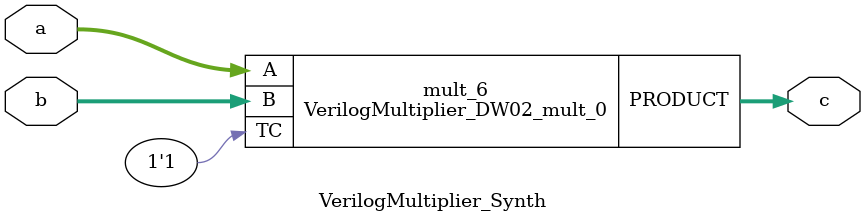
<source format=v>


module VerilogMultiplier_DW01_add_0 ( A, B, CI, SUM, CO );
  input [61:0] A;
  input [61:0] B;
  output [61:0] SUM;
  input CI;
  output CO;
  wire   \A[29] , \A[28] , \A[27] , \A[26] , \A[25] , \A[24] , \A[23] ,
         \A[22] , \A[21] , \A[20] , \A[19] , \A[18] , \A[17] , \A[16] ,
         \A[15] , \A[14] , \A[13] , \A[12] , \A[11] , \A[10] , \A[9] , \A[8] ,
         \A[7] , \A[6] , \A[5] , \A[4] , \A[3] , \A[2] , \A[1] , \A[0] , n1,
         n2, n3, n4, n5, n6, n7, n8, n9, n10, n11, n12, n13, n14, n15, n16,
         n17, n18, n19, n20, n21, n22, n23, n24, n25, n26, n27, n28, n29, n30,
         n31, n32, n33, n34, n35, n36, n37, n38, n39, n40, n41, n42, n43, n44,
         n45, n46, n47, n48, n49, n50, n51, n52, n53, n54, n55, n56, n57, n58,
         n59, n60, n61, n62, n63, n64, n65, n66, n67, n68, n69, n70, n71, n72,
         n73, n74, n75, n76, n77, n78, n79, n80, n81, n82, n83, n84, n85, n86,
         n87, n88, n89, n90, n91, n92, n93, n94, n95, n96, n97, n98, n99, n100,
         n101, n102, n103, n104, n105, n106, n107, n108, n109, n110, n111,
         n112, n113, n114, n115, n116, n117, n118, n119, n120, n121, n122,
         n123, n124, n125, n126, n127, n128, n129, n130, n131, n132, n133,
         n134, n135, n136, n137, n138, n139, n140, n141, n142, n143, n144,
         n145, n146, n147, n148, n149, n150, n151, n152, n153, n154, n155,
         n156, n157, n158, n159, n160, n161, n162, n163, n164, n165, n166,
         n167;
  assign SUM[29] = \A[29] ;
  assign \A[29]  = A[29];
  assign SUM[28] = \A[28] ;
  assign \A[28]  = A[28];
  assign SUM[27] = \A[27] ;
  assign \A[27]  = A[27];
  assign SUM[26] = \A[26] ;
  assign \A[26]  = A[26];
  assign SUM[25] = \A[25] ;
  assign \A[25]  = A[25];
  assign SUM[24] = \A[24] ;
  assign \A[24]  = A[24];
  assign SUM[23] = \A[23] ;
  assign \A[23]  = A[23];
  assign SUM[22] = \A[22] ;
  assign \A[22]  = A[22];
  assign SUM[21] = \A[21] ;
  assign \A[21]  = A[21];
  assign SUM[20] = \A[20] ;
  assign \A[20]  = A[20];
  assign SUM[19] = \A[19] ;
  assign \A[19]  = A[19];
  assign SUM[18] = \A[18] ;
  assign \A[18]  = A[18];
  assign SUM[17] = \A[17] ;
  assign \A[17]  = A[17];
  assign SUM[16] = \A[16] ;
  assign \A[16]  = A[16];
  assign SUM[15] = \A[15] ;
  assign \A[15]  = A[15];
  assign SUM[14] = \A[14] ;
  assign \A[14]  = A[14];
  assign SUM[13] = \A[13] ;
  assign \A[13]  = A[13];
  assign SUM[12] = \A[12] ;
  assign \A[12]  = A[12];
  assign SUM[11] = \A[11] ;
  assign \A[11]  = A[11];
  assign SUM[10] = \A[10] ;
  assign \A[10]  = A[10];
  assign SUM[9] = \A[9] ;
  assign \A[9]  = A[9];
  assign SUM[8] = \A[8] ;
  assign \A[8]  = A[8];
  assign SUM[7] = \A[7] ;
  assign \A[7]  = A[7];
  assign SUM[6] = \A[6] ;
  assign \A[6]  = A[6];
  assign SUM[5] = \A[5] ;
  assign \A[5]  = A[5];
  assign SUM[4] = \A[4] ;
  assign \A[4]  = A[4];
  assign SUM[3] = \A[3] ;
  assign \A[3]  = A[3];
  assign SUM[2] = \A[2] ;
  assign \A[2]  = A[2];
  assign SUM[1] = \A[1] ;
  assign \A[1]  = A[1];
  assign SUM[0] = \A[0] ;
  assign \A[0]  = A[0];

  INVX0 U2 ( .IN1(n36), .QN(n1) );
  INVX0 U3 ( .IN1(n60), .QN(n7) );
  INVX0 U4 ( .IN1(n56), .QN(n6) );
  INVX0 U5 ( .IN1(n52), .QN(n5) );
  INVX0 U6 ( .IN1(n48), .QN(n4) );
  INVX0 U7 ( .IN1(n44), .QN(n3) );
  INVX0 U8 ( .IN1(n40), .QN(n2) );
  INVX0 U9 ( .IN1(n64), .QN(n8) );
  INVX0 U10 ( .IN1(n161), .QN(n29) );
  INVX0 U11 ( .IN1(n152), .QN(n27) );
  INVX0 U12 ( .IN1(n162), .QN(n28) );
  INVX0 U13 ( .IN1(n146), .QN(n26) );
  INVX0 U14 ( .IN1(n67), .QN(n9) );
  INVX0 U15 ( .IN1(n147), .QN(n25) );
  INVX0 U16 ( .IN1(n128), .QN(n21) );
  INVX0 U17 ( .IN1(n110), .QN(n17) );
  INVX0 U18 ( .IN1(n82), .QN(n13) );
  INVX0 U19 ( .IN1(n79), .QN(n12) );
  INVX0 U20 ( .IN1(n75), .QN(n11) );
  INVX0 U21 ( .IN1(n71), .QN(n10) );
  INVX0 U22 ( .IN1(n117), .QN(n20) );
  INVX0 U23 ( .IN1(n135), .QN(n24) );
  INVX0 U24 ( .IN1(n133), .QN(n22) );
  INVX0 U25 ( .IN1(n115), .QN(n18) );
  INVX0 U26 ( .IN1(n87), .QN(n14) );
  INVX0 U27 ( .IN1(n136), .QN(n23) );
  INVX0 U28 ( .IN1(n118), .QN(n19) );
  INVX0 U29 ( .IN1(n93), .QN(n16) );
  INVX0 U30 ( .IN1(n90), .QN(n15) );
  INVX0 U31 ( .IN1(n166), .QN(n30) );
  XNOR3X1 U32 ( .IN1(B[61]), .IN2(A[61]), .IN3(n31), .Q(SUM[61]) );
  AOI22X1 U33 ( .IN1(n32), .IN2(B[60]), .IN3(n33), .IN4(A[60]), .QN(n31) );
  OR2X1 U34 ( .IN1(A[60]), .IN2(n33), .Q(n32) );
  XOR3X1 U35 ( .IN1(B[60]), .IN2(A[60]), .IN3(n33), .Q(SUM[60]) );
  AO21X1 U36 ( .IN1(n34), .IN2(n1), .IN3(n35), .Q(n33) );
  XOR2X1 U37 ( .IN1(n34), .IN2(n37), .Q(SUM[59]) );
  NOR2X0 U38 ( .IN1(n35), .IN2(n36), .QN(n37) );
  NOR2X0 U39 ( .IN1(B[59]), .IN2(A[59]), .QN(n36) );
  AND2X1 U40 ( .IN1(B[59]), .IN2(A[59]), .Q(n35) );
  AO21X1 U41 ( .IN1(n38), .IN2(n2), .IN3(n39), .Q(n34) );
  XOR2X1 U42 ( .IN1(n38), .IN2(n41), .Q(SUM[58]) );
  NOR2X0 U43 ( .IN1(n39), .IN2(n40), .QN(n41) );
  NOR2X0 U44 ( .IN1(B[58]), .IN2(A[58]), .QN(n40) );
  AND2X1 U45 ( .IN1(B[58]), .IN2(A[58]), .Q(n39) );
  AO21X1 U46 ( .IN1(n42), .IN2(n3), .IN3(n43), .Q(n38) );
  XOR2X1 U47 ( .IN1(n42), .IN2(n45), .Q(SUM[57]) );
  NOR2X0 U48 ( .IN1(n43), .IN2(n44), .QN(n45) );
  NOR2X0 U49 ( .IN1(B[57]), .IN2(A[57]), .QN(n44) );
  AND2X1 U50 ( .IN1(B[57]), .IN2(A[57]), .Q(n43) );
  AO21X1 U51 ( .IN1(n46), .IN2(n4), .IN3(n47), .Q(n42) );
  XOR2X1 U52 ( .IN1(n46), .IN2(n49), .Q(SUM[56]) );
  NOR2X0 U53 ( .IN1(n47), .IN2(n48), .QN(n49) );
  NOR2X0 U54 ( .IN1(B[56]), .IN2(A[56]), .QN(n48) );
  AND2X1 U55 ( .IN1(B[56]), .IN2(A[56]), .Q(n47) );
  AO21X1 U56 ( .IN1(n50), .IN2(n5), .IN3(n51), .Q(n46) );
  XOR2X1 U57 ( .IN1(n50), .IN2(n53), .Q(SUM[55]) );
  NOR2X0 U58 ( .IN1(n51), .IN2(n52), .QN(n53) );
  NOR2X0 U59 ( .IN1(B[55]), .IN2(A[55]), .QN(n52) );
  AND2X1 U60 ( .IN1(B[55]), .IN2(A[55]), .Q(n51) );
  AO21X1 U61 ( .IN1(n54), .IN2(n6), .IN3(n55), .Q(n50) );
  XOR2X1 U62 ( .IN1(n54), .IN2(n57), .Q(SUM[54]) );
  NOR2X0 U63 ( .IN1(n55), .IN2(n56), .QN(n57) );
  NOR2X0 U64 ( .IN1(B[54]), .IN2(A[54]), .QN(n56) );
  AND2X1 U65 ( .IN1(B[54]), .IN2(A[54]), .Q(n55) );
  AO21X1 U66 ( .IN1(n58), .IN2(n7), .IN3(n59), .Q(n54) );
  XOR2X1 U67 ( .IN1(n58), .IN2(n61), .Q(SUM[53]) );
  NOR2X0 U68 ( .IN1(n59), .IN2(n60), .QN(n61) );
  NOR2X0 U69 ( .IN1(B[53]), .IN2(A[53]), .QN(n60) );
  AND2X1 U70 ( .IN1(B[53]), .IN2(A[53]), .Q(n59) );
  AO21X1 U71 ( .IN1(n62), .IN2(n8), .IN3(n63), .Q(n58) );
  XOR2X1 U72 ( .IN1(n62), .IN2(n65), .Q(SUM[52]) );
  NOR2X0 U73 ( .IN1(n63), .IN2(n64), .QN(n65) );
  NOR2X0 U74 ( .IN1(B[52]), .IN2(A[52]), .QN(n64) );
  AND2X1 U75 ( .IN1(B[52]), .IN2(A[52]), .Q(n63) );
  OAI21X1 U76 ( .IN1(n66), .IN2(n67), .IN3(n68), .QN(n62) );
  XOR2X1 U77 ( .IN1(n69), .IN2(n66), .Q(SUM[51]) );
  OA21X1 U78 ( .IN1(n70), .IN2(n71), .IN3(n72), .Q(n66) );
  NAND2X0 U79 ( .IN1(n9), .IN2(n68), .QN(n69) );
  NAND2X0 U80 ( .IN1(B[51]), .IN2(A[51]), .QN(n68) );
  NOR2X0 U81 ( .IN1(B[51]), .IN2(A[51]), .QN(n67) );
  XOR2X1 U82 ( .IN1(n73), .IN2(n70), .Q(SUM[50]) );
  OA21X1 U83 ( .IN1(n74), .IN2(n75), .IN3(n76), .Q(n70) );
  NAND2X0 U84 ( .IN1(n10), .IN2(n72), .QN(n73) );
  NAND2X0 U85 ( .IN1(B[50]), .IN2(A[50]), .QN(n72) );
  NOR2X0 U86 ( .IN1(B[50]), .IN2(A[50]), .QN(n71) );
  XOR2X1 U87 ( .IN1(n77), .IN2(n74), .Q(SUM[49]) );
  OA21X1 U88 ( .IN1(n78), .IN2(n79), .IN3(n80), .Q(n74) );
  NAND2X0 U89 ( .IN1(n11), .IN2(n76), .QN(n77) );
  NAND2X0 U90 ( .IN1(B[49]), .IN2(A[49]), .QN(n76) );
  NOR2X0 U91 ( .IN1(B[49]), .IN2(A[49]), .QN(n75) );
  XOR2X1 U92 ( .IN1(n81), .IN2(n78), .Q(SUM[48]) );
  OA21X1 U93 ( .IN1(n82), .IN2(n83), .IN3(n84), .Q(n78) );
  OA21X1 U94 ( .IN1(n85), .IN2(n86), .IN3(n87), .Q(n83) );
  OA21X1 U95 ( .IN1(n88), .IN2(n89), .IN3(n90), .Q(n86) );
  OA21X1 U96 ( .IN1(n91), .IN2(n92), .IN3(n93), .Q(n89) );
  OA21X1 U97 ( .IN1(n94), .IN2(n95), .IN3(n96), .Q(n92) );
  OA221X1 U98 ( .IN1(n97), .IN2(n98), .IN3(n99), .IN4(n97), .IN5(n100), .Q(n94) );
  NAND2X0 U99 ( .IN1(n12), .IN2(n80), .QN(n81) );
  NAND2X0 U100 ( .IN1(B[48]), .IN2(A[48]), .QN(n80) );
  NOR2X0 U101 ( .IN1(B[48]), .IN2(A[48]), .QN(n79) );
  XOR2X1 U102 ( .IN1(n101), .IN2(n102), .Q(SUM[47]) );
  OA21X1 U103 ( .IN1(n85), .IN2(n103), .IN3(n87), .Q(n102) );
  NAND2X0 U104 ( .IN1(n13), .IN2(n84), .QN(n101) );
  NAND2X0 U105 ( .IN1(B[47]), .IN2(A[47]), .QN(n84) );
  NOR2X0 U106 ( .IN1(B[47]), .IN2(A[47]), .QN(n82) );
  XNOR2X1 U107 ( .IN1(n103), .IN2(n104), .Q(SUM[46]) );
  NOR2X0 U108 ( .IN1(n14), .IN2(n85), .QN(n104) );
  NOR2X0 U109 ( .IN1(B[46]), .IN2(A[46]), .QN(n85) );
  NAND2X0 U110 ( .IN1(B[46]), .IN2(A[46]), .QN(n87) );
  OA21X1 U111 ( .IN1(n105), .IN2(n88), .IN3(n90), .Q(n103) );
  XNOR2X1 U112 ( .IN1(n105), .IN2(n106), .Q(SUM[45]) );
  NOR2X0 U113 ( .IN1(n15), .IN2(n88), .QN(n106) );
  NOR2X0 U114 ( .IN1(B[45]), .IN2(A[45]), .QN(n88) );
  NAND2X0 U115 ( .IN1(B[45]), .IN2(A[45]), .QN(n90) );
  OA21X1 U116 ( .IN1(n107), .IN2(n91), .IN3(n93), .Q(n105) );
  XNOR2X1 U117 ( .IN1(n107), .IN2(n108), .Q(SUM[44]) );
  NOR2X0 U118 ( .IN1(n16), .IN2(n91), .QN(n108) );
  NOR2X0 U119 ( .IN1(B[44]), .IN2(A[44]), .QN(n91) );
  NAND2X0 U120 ( .IN1(B[44]), .IN2(A[44]), .QN(n93) );
  OA21X1 U121 ( .IN1(n95), .IN2(n109), .IN3(n96), .Q(n107) );
  OA21X1 U122 ( .IN1(n110), .IN2(n111), .IN3(n112), .Q(n96) );
  OA21X1 U123 ( .IN1(n113), .IN2(n114), .IN3(n115), .Q(n111) );
  OA21X1 U124 ( .IN1(n116), .IN2(n117), .IN3(n118), .Q(n114) );
  OR4X1 U125 ( .IN1(n110), .IN2(n113), .IN3(n116), .IN4(n119), .Q(n95) );
  XOR2X1 U126 ( .IN1(n120), .IN2(n121), .Q(SUM[43]) );
  OA21X1 U127 ( .IN1(n113), .IN2(n122), .IN3(n115), .Q(n121) );
  NAND2X0 U128 ( .IN1(n17), .IN2(n112), .QN(n120) );
  NAND2X0 U129 ( .IN1(B[43]), .IN2(A[43]), .QN(n112) );
  NOR2X0 U130 ( .IN1(B[43]), .IN2(A[43]), .QN(n110) );
  XNOR2X1 U131 ( .IN1(n122), .IN2(n123), .Q(SUM[42]) );
  NOR2X0 U132 ( .IN1(n18), .IN2(n113), .QN(n123) );
  NOR2X0 U133 ( .IN1(B[42]), .IN2(A[42]), .QN(n113) );
  NAND2X0 U134 ( .IN1(B[42]), .IN2(A[42]), .QN(n115) );
  OA21X1 U135 ( .IN1(n124), .IN2(n116), .IN3(n118), .Q(n122) );
  XNOR2X1 U136 ( .IN1(n124), .IN2(n125), .Q(SUM[41]) );
  NOR2X0 U137 ( .IN1(n19), .IN2(n116), .QN(n125) );
  NOR2X0 U138 ( .IN1(B[41]), .IN2(A[41]), .QN(n116) );
  NAND2X0 U139 ( .IN1(B[41]), .IN2(A[41]), .QN(n118) );
  OA21X1 U140 ( .IN1(n109), .IN2(n119), .IN3(n117), .Q(n124) );
  XNOR2X1 U141 ( .IN1(n109), .IN2(n126), .Q(SUM[40]) );
  NOR2X0 U142 ( .IN1(n20), .IN2(n119), .QN(n126) );
  NOR2X0 U143 ( .IN1(B[40]), .IN2(A[40]), .QN(n119) );
  NAND2X0 U144 ( .IN1(B[40]), .IN2(A[40]), .QN(n117) );
  OA21X1 U145 ( .IN1(n97), .IN2(n127), .IN3(n100), .Q(n109) );
  OA21X1 U146 ( .IN1(n128), .IN2(n129), .IN3(n130), .Q(n100) );
  OA21X1 U147 ( .IN1(n131), .IN2(n132), .IN3(n133), .Q(n129) );
  OA21X1 U148 ( .IN1(n134), .IN2(n135), .IN3(n136), .Q(n132) );
  OR4X1 U149 ( .IN1(n128), .IN2(n131), .IN3(n134), .IN4(n137), .Q(n97) );
  XOR2X1 U150 ( .IN1(n138), .IN2(n139), .Q(SUM[39]) );
  OA21X1 U151 ( .IN1(n131), .IN2(n140), .IN3(n133), .Q(n139) );
  NAND2X0 U152 ( .IN1(n21), .IN2(n130), .QN(n138) );
  NAND2X0 U153 ( .IN1(B[39]), .IN2(A[39]), .QN(n130) );
  NOR2X0 U154 ( .IN1(B[39]), .IN2(A[39]), .QN(n128) );
  XNOR2X1 U155 ( .IN1(n140), .IN2(n141), .Q(SUM[38]) );
  NOR2X0 U156 ( .IN1(n22), .IN2(n131), .QN(n141) );
  NOR2X0 U157 ( .IN1(B[38]), .IN2(A[38]), .QN(n131) );
  NAND2X0 U158 ( .IN1(B[38]), .IN2(A[38]), .QN(n133) );
  OA21X1 U159 ( .IN1(n142), .IN2(n134), .IN3(n136), .Q(n140) );
  XNOR2X1 U160 ( .IN1(n142), .IN2(n143), .Q(SUM[37]) );
  NOR2X0 U161 ( .IN1(n23), .IN2(n134), .QN(n143) );
  NOR2X0 U162 ( .IN1(B[37]), .IN2(A[37]), .QN(n134) );
  NAND2X0 U163 ( .IN1(B[37]), .IN2(A[37]), .QN(n136) );
  OA21X1 U164 ( .IN1(n127), .IN2(n137), .IN3(n135), .Q(n142) );
  XNOR2X1 U165 ( .IN1(n127), .IN2(n144), .Q(SUM[36]) );
  NOR2X0 U166 ( .IN1(n24), .IN2(n137), .QN(n144) );
  NOR2X0 U167 ( .IN1(B[36]), .IN2(A[36]), .QN(n137) );
  NAND2X0 U168 ( .IN1(B[36]), .IN2(A[36]), .QN(n135) );
  AND2X1 U169 ( .IN1(n99), .IN2(n98), .Q(n127) );
  NAND4X0 U170 ( .IN1(n29), .IN2(n28), .IN3(n27), .IN4(n145), .QN(n98) );
  NOR2X0 U171 ( .IN1(n146), .IN2(n147), .QN(n145) );
  OA21X1 U172 ( .IN1(n147), .IN2(n148), .IN3(n149), .Q(n99) );
  OA21X1 U173 ( .IN1(n146), .IN2(n150), .IN3(n151), .Q(n148) );
  OA21X1 U174 ( .IN1(n152), .IN2(n153), .IN3(n154), .Q(n150) );
  XOR2X1 U175 ( .IN1(n155), .IN2(n156), .Q(SUM[35]) );
  OA21X1 U176 ( .IN1(n146), .IN2(n157), .IN3(n151), .Q(n156) );
  NAND2X0 U177 ( .IN1(n25), .IN2(n149), .QN(n155) );
  NAND2X0 U178 ( .IN1(B[35]), .IN2(A[35]), .QN(n149) );
  NOR2X0 U179 ( .IN1(B[35]), .IN2(A[35]), .QN(n147) );
  XOR2X1 U180 ( .IN1(n158), .IN2(n157), .Q(SUM[34]) );
  OA21X1 U181 ( .IN1(n159), .IN2(n152), .IN3(n154), .Q(n157) );
  NAND2X0 U182 ( .IN1(n26), .IN2(n151), .QN(n158) );
  NAND2X0 U183 ( .IN1(B[34]), .IN2(A[34]), .QN(n151) );
  NOR2X0 U184 ( .IN1(B[34]), .IN2(A[34]), .QN(n146) );
  XOR2X1 U185 ( .IN1(n160), .IN2(n159), .Q(SUM[33]) );
  OA21X1 U186 ( .IN1(n161), .IN2(n162), .IN3(n153), .Q(n159) );
  NAND2X0 U187 ( .IN1(n27), .IN2(n154), .QN(n160) );
  NAND2X0 U188 ( .IN1(B[33]), .IN2(A[33]), .QN(n154) );
  NOR2X0 U189 ( .IN1(B[33]), .IN2(A[33]), .QN(n152) );
  XNOR2X1 U190 ( .IN1(n163), .IN2(n29), .Q(SUM[32]) );
  OA21X1 U191 ( .IN1(n164), .IN2(n165), .IN3(n166), .Q(n161) );
  NAND2X0 U192 ( .IN1(n28), .IN2(n153), .QN(n163) );
  NAND2X0 U193 ( .IN1(B[32]), .IN2(A[32]), .QN(n153) );
  NOR2X0 U194 ( .IN1(B[32]), .IN2(A[32]), .QN(n162) );
  XNOR2X1 U195 ( .IN1(n164), .IN2(n167), .Q(SUM[31]) );
  NOR2X0 U196 ( .IN1(n30), .IN2(n165), .QN(n167) );
  NOR2X0 U197 ( .IN1(B[31]), .IN2(A[31]), .QN(n165) );
  NAND2X0 U198 ( .IN1(B[31]), .IN2(A[31]), .QN(n166) );
  OA21X1 U199 ( .IN1(A[30]), .IN2(B[30]), .IN3(n164), .Q(SUM[30]) );
  NAND2X0 U200 ( .IN1(B[30]), .IN2(A[30]), .QN(n164) );
endmodule


module VerilogMultiplier_DW02_mult_0 ( A, B, TC, PRODUCT );
  input [31:0] A;
  input [31:0] B;
  output [63:0] PRODUCT;
  input TC;
  wire   \ab[31][31] , \ab[31][30] , \ab[31][29] , \ab[31][28] , \ab[31][27] ,
         \ab[31][26] , \ab[31][25] , \ab[31][24] , \ab[31][23] , \ab[31][22] ,
         \ab[31][21] , \ab[31][20] , \ab[31][19] , \ab[31][18] , \ab[31][17] ,
         \ab[31][16] , \ab[31][15] , \ab[31][14] , \ab[31][13] , \ab[31][12] ,
         \ab[31][11] , \ab[31][10] , \ab[31][9] , \ab[31][8] , \ab[31][7] ,
         \ab[31][6] , \ab[31][5] , \ab[31][4] , \ab[31][3] , \ab[31][2] ,
         \ab[31][1] , \ab[31][0] , \ab[30][31] , \ab[30][30] , \ab[30][29] ,
         \ab[30][28] , \ab[30][27] , \ab[30][26] , \ab[30][25] , \ab[30][24] ,
         \ab[30][23] , \ab[30][22] , \ab[30][21] , \ab[30][20] , \ab[30][19] ,
         \ab[30][18] , \ab[30][17] , \ab[30][16] , \ab[30][15] , \ab[30][14] ,
         \ab[30][13] , \ab[30][12] , \ab[30][11] , \ab[30][10] , \ab[30][9] ,
         \ab[30][8] , \ab[30][7] , \ab[30][6] , \ab[30][5] , \ab[30][4] ,
         \ab[30][3] , \ab[30][2] , \ab[30][1] , \ab[30][0] , \ab[29][31] ,
         \ab[29][30] , \ab[29][29] , \ab[29][28] , \ab[29][27] , \ab[29][26] ,
         \ab[29][25] , \ab[29][24] , \ab[29][23] , \ab[29][22] , \ab[29][21] ,
         \ab[29][20] , \ab[29][19] , \ab[29][18] , \ab[29][17] , \ab[29][16] ,
         \ab[29][15] , \ab[29][14] , \ab[29][13] , \ab[29][12] , \ab[29][11] ,
         \ab[29][10] , \ab[29][9] , \ab[29][8] , \ab[29][7] , \ab[29][6] ,
         \ab[29][5] , \ab[29][4] , \ab[29][3] , \ab[29][2] , \ab[29][1] ,
         \ab[29][0] , \ab[28][31] , \ab[28][30] , \ab[28][29] , \ab[28][28] ,
         \ab[28][27] , \ab[28][26] , \ab[28][25] , \ab[28][24] , \ab[28][23] ,
         \ab[28][22] , \ab[28][21] , \ab[28][20] , \ab[28][19] , \ab[28][18] ,
         \ab[28][17] , \ab[28][16] , \ab[28][15] , \ab[28][14] , \ab[28][13] ,
         \ab[28][12] , \ab[28][11] , \ab[28][10] , \ab[28][9] , \ab[28][8] ,
         \ab[28][7] , \ab[28][6] , \ab[28][5] , \ab[28][4] , \ab[28][3] ,
         \ab[28][2] , \ab[28][1] , \ab[28][0] , \ab[27][31] , \ab[27][30] ,
         \ab[27][29] , \ab[27][28] , \ab[27][27] , \ab[27][26] , \ab[27][25] ,
         \ab[27][24] , \ab[27][23] , \ab[27][22] , \ab[27][21] , \ab[27][20] ,
         \ab[27][19] , \ab[27][18] , \ab[27][17] , \ab[27][16] , \ab[27][15] ,
         \ab[27][14] , \ab[27][13] , \ab[27][12] , \ab[27][11] , \ab[27][10] ,
         \ab[27][9] , \ab[27][8] , \ab[27][7] , \ab[27][6] , \ab[27][5] ,
         \ab[27][4] , \ab[27][3] , \ab[27][2] , \ab[27][1] , \ab[27][0] ,
         \ab[26][31] , \ab[26][30] , \ab[26][29] , \ab[26][28] , \ab[26][27] ,
         \ab[26][26] , \ab[26][25] , \ab[26][24] , \ab[26][23] , \ab[26][22] ,
         \ab[26][21] , \ab[26][20] , \ab[26][19] , \ab[26][18] , \ab[26][17] ,
         \ab[26][16] , \ab[26][15] , \ab[26][14] , \ab[26][13] , \ab[26][12] ,
         \ab[26][11] , \ab[26][10] , \ab[26][9] , \ab[26][8] , \ab[26][7] ,
         \ab[26][6] , \ab[26][5] , \ab[26][4] , \ab[26][3] , \ab[26][2] ,
         \ab[26][1] , \ab[26][0] , \ab[25][31] , \ab[25][30] , \ab[25][29] ,
         \ab[25][28] , \ab[25][27] , \ab[25][26] , \ab[25][25] , \ab[25][24] ,
         \ab[25][23] , \ab[25][22] , \ab[25][21] , \ab[25][20] , \ab[25][19] ,
         \ab[25][18] , \ab[25][17] , \ab[25][16] , \ab[25][15] , \ab[25][14] ,
         \ab[25][13] , \ab[25][12] , \ab[25][11] , \ab[25][10] , \ab[25][9] ,
         \ab[25][8] , \ab[25][7] , \ab[25][6] , \ab[25][5] , \ab[25][4] ,
         \ab[25][3] , \ab[25][2] , \ab[25][1] , \ab[25][0] , \ab[24][31] ,
         \ab[24][30] , \ab[24][29] , \ab[24][28] , \ab[24][27] , \ab[24][26] ,
         \ab[24][25] , \ab[24][24] , \ab[24][23] , \ab[24][22] , \ab[24][21] ,
         \ab[24][20] , \ab[24][19] , \ab[24][18] , \ab[24][17] , \ab[24][16] ,
         \ab[24][15] , \ab[24][14] , \ab[24][13] , \ab[24][12] , \ab[24][11] ,
         \ab[24][10] , \ab[24][9] , \ab[24][8] , \ab[24][7] , \ab[24][6] ,
         \ab[24][5] , \ab[24][4] , \ab[24][3] , \ab[24][2] , \ab[24][1] ,
         \ab[24][0] , \ab[23][31] , \ab[23][30] , \ab[23][29] , \ab[23][28] ,
         \ab[23][27] , \ab[23][26] , \ab[23][25] , \ab[23][24] , \ab[23][23] ,
         \ab[23][22] , \ab[23][21] , \ab[23][20] , \ab[23][19] , \ab[23][18] ,
         \ab[23][17] , \ab[23][16] , \ab[23][15] , \ab[23][14] , \ab[23][13] ,
         \ab[23][12] , \ab[23][11] , \ab[23][10] , \ab[23][9] , \ab[23][8] ,
         \ab[23][7] , \ab[23][6] , \ab[23][5] , \ab[23][4] , \ab[23][3] ,
         \ab[23][2] , \ab[23][1] , \ab[23][0] , \ab[22][31] , \ab[22][30] ,
         \ab[22][29] , \ab[22][28] , \ab[22][27] , \ab[22][26] , \ab[22][25] ,
         \ab[22][24] , \ab[22][23] , \ab[22][22] , \ab[22][21] , \ab[22][20] ,
         \ab[22][19] , \ab[22][18] , \ab[22][17] , \ab[22][16] , \ab[22][15] ,
         \ab[22][14] , \ab[22][13] , \ab[22][12] , \ab[22][11] , \ab[22][10] ,
         \ab[22][9] , \ab[22][8] , \ab[22][7] , \ab[22][6] , \ab[22][5] ,
         \ab[22][4] , \ab[22][3] , \ab[22][2] , \ab[22][1] , \ab[22][0] ,
         \ab[21][31] , \ab[21][30] , \ab[21][29] , \ab[21][28] , \ab[21][27] ,
         \ab[21][26] , \ab[21][25] , \ab[21][24] , \ab[21][23] , \ab[21][22] ,
         \ab[21][21] , \ab[21][20] , \ab[21][19] , \ab[21][18] , \ab[21][17] ,
         \ab[21][16] , \ab[21][15] , \ab[21][14] , \ab[21][13] , \ab[21][12] ,
         \ab[21][11] , \ab[21][10] , \ab[21][9] , \ab[21][8] , \ab[21][7] ,
         \ab[21][6] , \ab[21][5] , \ab[21][4] , \ab[21][3] , \ab[21][2] ,
         \ab[21][1] , \ab[21][0] , \ab[20][31] , \ab[20][30] , \ab[20][29] ,
         \ab[20][28] , \ab[20][27] , \ab[20][26] , \ab[20][25] , \ab[20][24] ,
         \ab[20][23] , \ab[20][22] , \ab[20][21] , \ab[20][20] , \ab[20][19] ,
         \ab[20][18] , \ab[20][17] , \ab[20][16] , \ab[20][15] , \ab[20][14] ,
         \ab[20][13] , \ab[20][12] , \ab[20][11] , \ab[20][10] , \ab[20][9] ,
         \ab[20][8] , \ab[20][7] , \ab[20][6] , \ab[20][5] , \ab[20][4] ,
         \ab[20][3] , \ab[20][2] , \ab[20][1] , \ab[20][0] , \ab[19][31] ,
         \ab[19][30] , \ab[19][29] , \ab[19][28] , \ab[19][27] , \ab[19][26] ,
         \ab[19][25] , \ab[19][24] , \ab[19][23] , \ab[19][22] , \ab[19][21] ,
         \ab[19][20] , \ab[19][19] , \ab[19][18] , \ab[19][17] , \ab[19][16] ,
         \ab[19][15] , \ab[19][14] , \ab[19][13] , \ab[19][12] , \ab[19][11] ,
         \ab[19][10] , \ab[19][9] , \ab[19][8] , \ab[19][7] , \ab[19][6] ,
         \ab[19][5] , \ab[19][4] , \ab[19][3] , \ab[19][2] , \ab[19][1] ,
         \ab[19][0] , \ab[18][31] , \ab[18][30] , \ab[18][29] , \ab[18][28] ,
         \ab[18][27] , \ab[18][26] , \ab[18][25] , \ab[18][24] , \ab[18][23] ,
         \ab[18][22] , \ab[18][21] , \ab[18][20] , \ab[18][19] , \ab[18][18] ,
         \ab[18][17] , \ab[18][16] , \ab[18][15] , \ab[18][14] , \ab[18][13] ,
         \ab[18][12] , \ab[18][11] , \ab[18][10] , \ab[18][9] , \ab[18][8] ,
         \ab[18][7] , \ab[18][6] , \ab[18][5] , \ab[18][4] , \ab[18][3] ,
         \ab[18][2] , \ab[18][1] , \ab[18][0] , \ab[17][31] , \ab[17][30] ,
         \ab[17][29] , \ab[17][28] , \ab[17][27] , \ab[17][26] , \ab[17][25] ,
         \ab[17][24] , \ab[17][23] , \ab[17][22] , \ab[17][21] , \ab[17][20] ,
         \ab[17][19] , \ab[17][18] , \ab[17][17] , \ab[17][16] , \ab[17][15] ,
         \ab[17][14] , \ab[17][13] , \ab[17][12] , \ab[17][11] , \ab[17][10] ,
         \ab[17][9] , \ab[17][8] , \ab[17][7] , \ab[17][6] , \ab[17][5] ,
         \ab[17][4] , \ab[17][3] , \ab[17][2] , \ab[17][1] , \ab[17][0] ,
         \ab[16][31] , \ab[16][30] , \ab[16][29] , \ab[16][28] , \ab[16][27] ,
         \ab[16][26] , \ab[16][25] , \ab[16][24] , \ab[16][23] , \ab[16][22] ,
         \ab[16][21] , \ab[16][20] , \ab[16][19] , \ab[16][18] , \ab[16][17] ,
         \ab[16][16] , \ab[16][15] , \ab[16][14] , \ab[16][13] , \ab[16][12] ,
         \ab[16][11] , \ab[16][10] , \ab[16][9] , \ab[16][8] , \ab[16][7] ,
         \ab[16][6] , \ab[16][5] , \ab[16][4] , \ab[16][3] , \ab[16][2] ,
         \ab[16][1] , \ab[16][0] , \ab[15][31] , \ab[15][30] , \ab[15][29] ,
         \ab[15][28] , \ab[15][27] , \ab[15][26] , \ab[15][25] , \ab[15][24] ,
         \ab[15][23] , \ab[15][22] , \ab[15][21] , \ab[15][20] , \ab[15][19] ,
         \ab[15][18] , \ab[15][17] , \ab[15][16] , \ab[15][15] , \ab[15][14] ,
         \ab[15][13] , \ab[15][12] , \ab[15][11] , \ab[15][10] , \ab[15][9] ,
         \ab[15][8] , \ab[15][7] , \ab[15][6] , \ab[15][5] , \ab[15][4] ,
         \ab[15][3] , \ab[15][2] , \ab[15][1] , \ab[15][0] , \ab[14][31] ,
         \ab[14][30] , \ab[14][29] , \ab[14][28] , \ab[14][27] , \ab[14][26] ,
         \ab[14][25] , \ab[14][24] , \ab[14][23] , \ab[14][22] , \ab[14][21] ,
         \ab[14][20] , \ab[14][19] , \ab[14][18] , \ab[14][17] , \ab[14][16] ,
         \ab[14][15] , \ab[14][14] , \ab[14][13] , \ab[14][12] , \ab[14][11] ,
         \ab[14][10] , \ab[14][9] , \ab[14][8] , \ab[14][7] , \ab[14][6] ,
         \ab[14][5] , \ab[14][4] , \ab[14][3] , \ab[14][2] , \ab[14][1] ,
         \ab[14][0] , \ab[13][31] , \ab[13][30] , \ab[13][29] , \ab[13][28] ,
         \ab[13][27] , \ab[13][26] , \ab[13][25] , \ab[13][24] , \ab[13][23] ,
         \ab[13][22] , \ab[13][21] , \ab[13][20] , \ab[13][19] , \ab[13][18] ,
         \ab[13][17] , \ab[13][16] , \ab[13][15] , \ab[13][14] , \ab[13][13] ,
         \ab[13][12] , \ab[13][11] , \ab[13][10] , \ab[13][9] , \ab[13][8] ,
         \ab[13][7] , \ab[13][6] , \ab[13][5] , \ab[13][4] , \ab[13][3] ,
         \ab[13][2] , \ab[13][1] , \ab[13][0] , \ab[12][31] , \ab[12][30] ,
         \ab[12][29] , \ab[12][28] , \ab[12][27] , \ab[12][26] , \ab[12][25] ,
         \ab[12][24] , \ab[12][23] , \ab[12][22] , \ab[12][21] , \ab[12][20] ,
         \ab[12][19] , \ab[12][18] , \ab[12][17] , \ab[12][16] , \ab[12][15] ,
         \ab[12][14] , \ab[12][13] , \ab[12][12] , \ab[12][11] , \ab[12][10] ,
         \ab[12][9] , \ab[12][8] , \ab[12][7] , \ab[12][6] , \ab[12][5] ,
         \ab[12][4] , \ab[12][3] , \ab[12][2] , \ab[12][1] , \ab[12][0] ,
         \ab[11][31] , \ab[11][30] , \ab[11][29] , \ab[11][28] , \ab[11][27] ,
         \ab[11][26] , \ab[11][25] , \ab[11][24] , \ab[11][23] , \ab[11][22] ,
         \ab[11][21] , \ab[11][20] , \ab[11][19] , \ab[11][18] , \ab[11][17] ,
         \ab[11][16] , \ab[11][15] , \ab[11][14] , \ab[11][13] , \ab[11][12] ,
         \ab[11][11] , \ab[11][10] , \ab[11][9] , \ab[11][8] , \ab[11][7] ,
         \ab[11][6] , \ab[11][5] , \ab[11][4] , \ab[11][3] , \ab[11][2] ,
         \ab[11][1] , \ab[11][0] , \ab[10][31] , \ab[10][30] , \ab[10][29] ,
         \ab[10][28] , \ab[10][27] , \ab[10][26] , \ab[10][25] , \ab[10][24] ,
         \ab[10][23] , \ab[10][22] , \ab[10][21] , \ab[10][20] , \ab[10][19] ,
         \ab[10][18] , \ab[10][17] , \ab[10][16] , \ab[10][15] , \ab[10][14] ,
         \ab[10][13] , \ab[10][12] , \ab[10][11] , \ab[10][10] , \ab[10][9] ,
         \ab[10][8] , \ab[10][7] , \ab[10][6] , \ab[10][5] , \ab[10][4] ,
         \ab[10][3] , \ab[10][2] , \ab[10][1] , \ab[10][0] , \ab[9][31] ,
         \ab[9][30] , \ab[9][29] , \ab[9][28] , \ab[9][27] , \ab[9][26] ,
         \ab[9][25] , \ab[9][24] , \ab[9][23] , \ab[9][22] , \ab[9][21] ,
         \ab[9][20] , \ab[9][19] , \ab[9][18] , \ab[9][17] , \ab[9][16] ,
         \ab[9][15] , \ab[9][14] , \ab[9][13] , \ab[9][12] , \ab[9][11] ,
         \ab[9][10] , \ab[9][9] , \ab[9][8] , \ab[9][7] , \ab[9][6] ,
         \ab[9][5] , \ab[9][4] , \ab[9][3] , \ab[9][2] , \ab[9][1] ,
         \ab[9][0] , \ab[8][31] , \ab[8][30] , \ab[8][29] , \ab[8][28] ,
         \ab[8][27] , \ab[8][26] , \ab[8][25] , \ab[8][24] , \ab[8][23] ,
         \ab[8][22] , \ab[8][21] , \ab[8][20] , \ab[8][19] , \ab[8][18] ,
         \ab[8][17] , \ab[8][16] , \ab[8][15] , \ab[8][14] , \ab[8][13] ,
         \ab[8][12] , \ab[8][11] , \ab[8][10] , \ab[8][9] , \ab[8][8] ,
         \ab[8][7] , \ab[8][6] , \ab[8][5] , \ab[8][4] , \ab[8][3] ,
         \ab[8][2] , \ab[8][1] , \ab[8][0] , \ab[7][31] , \ab[7][30] ,
         \ab[7][29] , \ab[7][28] , \ab[7][27] , \ab[7][26] , \ab[7][25] ,
         \ab[7][24] , \ab[7][23] , \ab[7][22] , \ab[7][21] , \ab[7][20] ,
         \ab[7][19] , \ab[7][18] , \ab[7][17] , \ab[7][16] , \ab[7][15] ,
         \ab[7][14] , \ab[7][13] , \ab[7][12] , \ab[7][11] , \ab[7][10] ,
         \ab[7][9] , \ab[7][8] , \ab[7][7] , \ab[7][6] , \ab[7][5] ,
         \ab[7][4] , \ab[7][3] , \ab[7][2] , \ab[7][1] , \ab[7][0] ,
         \ab[6][31] , \ab[6][30] , \ab[6][29] , \ab[6][28] , \ab[6][27] ,
         \ab[6][26] , \ab[6][25] , \ab[6][24] , \ab[6][23] , \ab[6][22] ,
         \ab[6][21] , \ab[6][20] , \ab[6][19] , \ab[6][18] , \ab[6][17] ,
         \ab[6][16] , \ab[6][15] , \ab[6][14] , \ab[6][13] , \ab[6][12] ,
         \ab[6][11] , \ab[6][10] , \ab[6][9] , \ab[6][8] , \ab[6][7] ,
         \ab[6][6] , \ab[6][5] , \ab[6][4] , \ab[6][3] , \ab[6][2] ,
         \ab[6][1] , \ab[6][0] , \ab[5][31] , \ab[5][30] , \ab[5][29] ,
         \ab[5][28] , \ab[5][27] , \ab[5][26] , \ab[5][25] , \ab[5][24] ,
         \ab[5][23] , \ab[5][22] , \ab[5][21] , \ab[5][20] , \ab[5][19] ,
         \ab[5][18] , \ab[5][17] , \ab[5][16] , \ab[5][15] , \ab[5][14] ,
         \ab[5][13] , \ab[5][12] , \ab[5][11] , \ab[5][10] , \ab[5][9] ,
         \ab[5][8] , \ab[5][7] , \ab[5][6] , \ab[5][5] , \ab[5][4] ,
         \ab[5][3] , \ab[5][2] , \ab[5][1] , \ab[5][0] , \ab[4][31] ,
         \ab[4][30] , \ab[4][29] , \ab[4][28] , \ab[4][27] , \ab[4][26] ,
         \ab[4][25] , \ab[4][24] , \ab[4][23] , \ab[4][22] , \ab[4][21] ,
         \ab[4][20] , \ab[4][19] , \ab[4][18] , \ab[4][17] , \ab[4][16] ,
         \ab[4][15] , \ab[4][14] , \ab[4][13] , \ab[4][12] , \ab[4][11] ,
         \ab[4][10] , \ab[4][9] , \ab[4][8] , \ab[4][7] , \ab[4][6] ,
         \ab[4][5] , \ab[4][4] , \ab[4][3] , \ab[4][2] , \ab[4][1] ,
         \ab[4][0] , \ab[3][31] , \ab[3][30] , \ab[3][29] , \ab[3][28] ,
         \ab[3][27] , \ab[3][26] , \ab[3][25] , \ab[3][24] , \ab[3][23] ,
         \ab[3][22] , \ab[3][21] , \ab[3][20] , \ab[3][19] , \ab[3][18] ,
         \ab[3][17] , \ab[3][16] , \ab[3][15] , \ab[3][14] , \ab[3][13] ,
         \ab[3][12] , \ab[3][11] , \ab[3][10] , \ab[3][9] , \ab[3][8] ,
         \ab[3][7] , \ab[3][6] , \ab[3][5] , \ab[3][4] , \ab[3][3] ,
         \ab[3][2] , \ab[3][1] , \ab[3][0] , \ab[2][31] , \ab[2][30] ,
         \ab[2][29] , \ab[2][28] , \ab[2][27] , \ab[2][26] , \ab[2][25] ,
         \ab[2][24] , \ab[2][23] , \ab[2][22] , \ab[2][21] , \ab[2][20] ,
         \ab[2][19] , \ab[2][18] , \ab[2][17] , \ab[2][16] , \ab[2][15] ,
         \ab[2][14] , \ab[2][13] , \ab[2][12] , \ab[2][11] , \ab[2][10] ,
         \ab[2][9] , \ab[2][8] , \ab[2][7] , \ab[2][6] , \ab[2][5] ,
         \ab[2][4] , \ab[2][3] , \ab[2][2] , \ab[2][1] , \ab[2][0] ,
         \ab[1][31] , \ab[1][30] , \ab[1][29] , \ab[1][28] , \ab[1][27] ,
         \ab[1][26] , \ab[1][25] , \ab[1][24] , \ab[1][23] , \ab[1][22] ,
         \ab[1][21] , \ab[1][20] , \ab[1][19] , \ab[1][18] , \ab[1][17] ,
         \ab[1][16] , \ab[1][15] , \ab[1][14] , \ab[1][13] , \ab[1][12] ,
         \ab[1][11] , \ab[1][10] , \ab[1][9] , \ab[1][8] , \ab[1][7] ,
         \ab[1][6] , \ab[1][5] , \ab[1][4] , \ab[1][3] , \ab[1][2] ,
         \ab[1][1] , \ab[1][0] , \ab[0][31] , \ab[0][30] , \ab[0][29] ,
         \ab[0][28] , \ab[0][27] , \ab[0][26] , \ab[0][25] , \ab[0][24] ,
         \ab[0][23] , \ab[0][22] , \ab[0][21] , \ab[0][20] , \ab[0][19] ,
         \ab[0][18] , \ab[0][17] , \ab[0][16] , \ab[0][15] , \ab[0][14] ,
         \ab[0][13] , \ab[0][12] , \ab[0][11] , \ab[0][10] , \ab[0][9] ,
         \ab[0][8] , \ab[0][7] , \ab[0][6] , \ab[0][5] , \ab[0][4] ,
         \ab[0][3] , \ab[0][2] , \ab[0][1] , \CARRYB[15][30] ,
         \CARRYB[15][29] , \CARRYB[15][28] , \CARRYB[15][27] ,
         \CARRYB[15][26] , \CARRYB[15][25] , \CARRYB[15][24] ,
         \CARRYB[15][23] , \CARRYB[15][22] , \CARRYB[15][21] ,
         \CARRYB[15][20] , \CARRYB[15][19] , \CARRYB[15][18] ,
         \CARRYB[15][17] , \CARRYB[15][16] , \CARRYB[15][15] ,
         \CARRYB[15][14] , \CARRYB[15][13] , \CARRYB[15][12] ,
         \CARRYB[15][11] , \CARRYB[15][10] , \CARRYB[15][9] , \CARRYB[15][8] ,
         \CARRYB[15][7] , \CARRYB[15][6] , \CARRYB[15][5] , \CARRYB[15][4] ,
         \CARRYB[15][3] , \CARRYB[15][2] , \CARRYB[15][1] , \CARRYB[15][0] ,
         \CARRYB[14][30] , \CARRYB[14][29] , \CARRYB[14][28] ,
         \CARRYB[14][27] , \CARRYB[14][26] , \CARRYB[14][25] ,
         \CARRYB[14][24] , \CARRYB[14][23] , \CARRYB[14][22] ,
         \CARRYB[14][21] , \CARRYB[14][20] , \CARRYB[14][19] ,
         \CARRYB[14][18] , \CARRYB[14][17] , \CARRYB[14][16] ,
         \CARRYB[14][15] , \CARRYB[14][14] , \CARRYB[14][13] ,
         \CARRYB[14][12] , \CARRYB[14][11] , \CARRYB[14][10] , \CARRYB[14][9] ,
         \CARRYB[14][8] , \CARRYB[14][7] , \CARRYB[14][6] , \CARRYB[14][5] ,
         \CARRYB[14][4] , \CARRYB[14][3] , \CARRYB[14][2] , \CARRYB[14][1] ,
         \CARRYB[14][0] , \CARRYB[13][30] , \CARRYB[13][29] , \CARRYB[13][28] ,
         \CARRYB[13][27] , \CARRYB[13][26] , \CARRYB[13][25] ,
         \CARRYB[13][24] , \CARRYB[13][23] , \CARRYB[13][22] ,
         \CARRYB[13][21] , \CARRYB[13][20] , \CARRYB[13][19] ,
         \CARRYB[13][18] , \CARRYB[13][17] , \CARRYB[13][16] ,
         \CARRYB[13][15] , \CARRYB[13][14] , \CARRYB[13][13] ,
         \CARRYB[13][12] , \CARRYB[13][11] , \CARRYB[13][10] , \CARRYB[13][9] ,
         \CARRYB[13][8] , \CARRYB[13][7] , \CARRYB[13][6] , \CARRYB[13][5] ,
         \CARRYB[13][4] , \CARRYB[13][3] , \CARRYB[13][2] , \CARRYB[13][1] ,
         \CARRYB[13][0] , \CARRYB[12][30] , \CARRYB[12][29] , \CARRYB[12][28] ,
         \CARRYB[12][27] , \CARRYB[12][26] , \CARRYB[12][25] ,
         \CARRYB[12][24] , \CARRYB[12][23] , \CARRYB[12][22] ,
         \CARRYB[12][21] , \CARRYB[12][20] , \CARRYB[12][19] ,
         \CARRYB[12][18] , \CARRYB[12][17] , \CARRYB[12][16] ,
         \CARRYB[12][15] , \CARRYB[12][14] , \CARRYB[12][13] ,
         \CARRYB[12][12] , \CARRYB[12][11] , \CARRYB[12][10] , \CARRYB[12][9] ,
         \CARRYB[12][8] , \CARRYB[12][7] , \CARRYB[12][6] , \CARRYB[12][5] ,
         \CARRYB[12][4] , \CARRYB[12][3] , \CARRYB[12][2] , \CARRYB[12][1] ,
         \CARRYB[12][0] , \CARRYB[11][30] , \CARRYB[11][29] , \CARRYB[11][28] ,
         \CARRYB[11][27] , \CARRYB[11][26] , \CARRYB[11][25] ,
         \CARRYB[11][24] , \CARRYB[11][23] , \CARRYB[11][22] ,
         \CARRYB[11][21] , \CARRYB[11][20] , \CARRYB[11][19] ,
         \CARRYB[11][18] , \CARRYB[11][17] , \CARRYB[11][16] ,
         \CARRYB[11][15] , \CARRYB[11][14] , \CARRYB[11][13] ,
         \CARRYB[11][12] , \CARRYB[11][11] , \CARRYB[11][10] , \CARRYB[11][9] ,
         \CARRYB[11][8] , \CARRYB[11][7] , \CARRYB[11][6] , \CARRYB[11][5] ,
         \CARRYB[11][4] , \CARRYB[11][3] , \CARRYB[11][2] , \CARRYB[11][1] ,
         \CARRYB[11][0] , \CARRYB[10][30] , \CARRYB[10][29] , \CARRYB[10][28] ,
         \CARRYB[10][27] , \CARRYB[10][26] , \CARRYB[10][25] ,
         \CARRYB[10][24] , \CARRYB[10][23] , \CARRYB[10][22] ,
         \CARRYB[10][21] , \CARRYB[10][20] , \CARRYB[10][19] ,
         \CARRYB[10][18] , \CARRYB[10][17] , \CARRYB[10][16] ,
         \CARRYB[10][15] , \CARRYB[10][14] , \CARRYB[10][13] ,
         \CARRYB[10][12] , \CARRYB[10][11] , \CARRYB[10][10] , \CARRYB[10][9] ,
         \CARRYB[10][8] , \CARRYB[10][7] , \CARRYB[10][6] , \CARRYB[10][5] ,
         \CARRYB[10][4] , \CARRYB[10][3] , \CARRYB[10][2] , \CARRYB[10][1] ,
         \CARRYB[10][0] , \CARRYB[9][30] , \CARRYB[9][29] , \CARRYB[9][28] ,
         \CARRYB[9][27] , \CARRYB[9][26] , \CARRYB[9][25] , \CARRYB[9][24] ,
         \CARRYB[9][23] , \CARRYB[9][22] , \CARRYB[9][21] , \CARRYB[9][20] ,
         \CARRYB[9][19] , \CARRYB[9][18] , \CARRYB[9][17] , \CARRYB[9][16] ,
         \CARRYB[9][15] , \CARRYB[9][14] , \CARRYB[9][13] , \CARRYB[9][12] ,
         \CARRYB[9][11] , \CARRYB[9][10] , \CARRYB[9][9] , \CARRYB[9][8] ,
         \CARRYB[9][7] , \CARRYB[9][6] , \CARRYB[9][5] , \CARRYB[9][4] ,
         \CARRYB[9][3] , \CARRYB[9][2] , \CARRYB[9][1] , \CARRYB[9][0] ,
         \CARRYB[8][30] , \CARRYB[8][29] , \CARRYB[8][28] , \CARRYB[8][27] ,
         \CARRYB[8][26] , \CARRYB[8][25] , \CARRYB[8][24] , \CARRYB[8][23] ,
         \CARRYB[8][22] , \CARRYB[8][21] , \CARRYB[8][20] , \CARRYB[8][19] ,
         \CARRYB[8][18] , \CARRYB[8][17] , \CARRYB[8][16] , \CARRYB[8][15] ,
         \CARRYB[8][14] , \CARRYB[8][13] , \CARRYB[8][12] , \CARRYB[8][11] ,
         \CARRYB[8][10] , \CARRYB[8][9] , \CARRYB[8][8] , \CARRYB[8][7] ,
         \CARRYB[8][6] , \CARRYB[8][5] , \CARRYB[8][4] , \CARRYB[8][3] ,
         \CARRYB[8][2] , \CARRYB[8][1] , \CARRYB[8][0] , \CARRYB[7][30] ,
         \CARRYB[7][29] , \CARRYB[7][28] , \CARRYB[7][27] , \CARRYB[7][26] ,
         \CARRYB[7][25] , \CARRYB[7][24] , \CARRYB[7][23] , \CARRYB[7][22] ,
         \CARRYB[7][21] , \CARRYB[7][20] , \CARRYB[7][19] , \CARRYB[7][18] ,
         \CARRYB[7][17] , \CARRYB[7][16] , \CARRYB[7][15] , \CARRYB[7][14] ,
         \CARRYB[7][13] , \CARRYB[7][12] , \CARRYB[7][11] , \CARRYB[7][10] ,
         \CARRYB[7][9] , \CARRYB[7][8] , \CARRYB[7][7] , \CARRYB[7][6] ,
         \CARRYB[7][5] , \CARRYB[7][4] , \CARRYB[7][3] , \CARRYB[7][2] ,
         \CARRYB[7][1] , \CARRYB[7][0] , \CARRYB[6][30] , \CARRYB[6][29] ,
         \CARRYB[6][28] , \CARRYB[6][27] , \CARRYB[6][26] , \CARRYB[6][25] ,
         \CARRYB[6][24] , \CARRYB[6][23] , \CARRYB[6][22] , \CARRYB[6][21] ,
         \CARRYB[6][20] , \CARRYB[6][19] , \CARRYB[6][18] , \CARRYB[6][17] ,
         \CARRYB[6][16] , \CARRYB[6][15] , \CARRYB[6][14] , \CARRYB[6][13] ,
         \CARRYB[6][12] , \CARRYB[6][11] , \CARRYB[6][10] , \CARRYB[6][9] ,
         \CARRYB[6][8] , \CARRYB[6][7] , \CARRYB[6][6] , \CARRYB[6][5] ,
         \CARRYB[6][4] , \CARRYB[6][3] , \CARRYB[6][2] , \CARRYB[6][1] ,
         \CARRYB[6][0] , \CARRYB[5][30] , \CARRYB[5][29] , \CARRYB[5][28] ,
         \CARRYB[5][27] , \CARRYB[5][26] , \CARRYB[5][25] , \CARRYB[5][24] ,
         \CARRYB[5][23] , \CARRYB[5][22] , \CARRYB[5][21] , \CARRYB[5][20] ,
         \CARRYB[5][19] , \CARRYB[5][18] , \CARRYB[5][17] , \CARRYB[5][16] ,
         \CARRYB[5][15] , \CARRYB[5][14] , \CARRYB[5][13] , \CARRYB[5][12] ,
         \CARRYB[5][11] , \CARRYB[5][10] , \CARRYB[5][9] , \CARRYB[5][8] ,
         \CARRYB[5][7] , \CARRYB[5][6] , \CARRYB[5][5] , \CARRYB[5][4] ,
         \CARRYB[5][3] , \CARRYB[5][2] , \CARRYB[5][1] , \CARRYB[5][0] ,
         \CARRYB[4][30] , \CARRYB[4][29] , \CARRYB[4][28] , \CARRYB[4][27] ,
         \CARRYB[4][26] , \CARRYB[4][25] , \CARRYB[4][24] , \CARRYB[4][23] ,
         \CARRYB[4][22] , \CARRYB[4][21] , \CARRYB[4][20] , \CARRYB[4][19] ,
         \CARRYB[4][18] , \CARRYB[4][17] , \CARRYB[4][16] , \CARRYB[4][15] ,
         \CARRYB[4][14] , \CARRYB[4][13] , \CARRYB[4][12] , \CARRYB[4][11] ,
         \CARRYB[4][10] , \CARRYB[4][9] , \CARRYB[4][8] , \CARRYB[4][7] ,
         \CARRYB[4][6] , \CARRYB[4][5] , \CARRYB[4][4] , \CARRYB[4][3] ,
         \CARRYB[4][2] , \CARRYB[4][1] , \CARRYB[4][0] , \CARRYB[3][30] ,
         \CARRYB[3][29] , \CARRYB[3][28] , \CARRYB[3][27] , \CARRYB[3][26] ,
         \CARRYB[3][25] , \CARRYB[3][24] , \CARRYB[3][23] , \CARRYB[3][22] ,
         \CARRYB[3][21] , \CARRYB[3][20] , \CARRYB[3][19] , \CARRYB[3][18] ,
         \CARRYB[3][17] , \CARRYB[3][16] , \CARRYB[3][15] , \CARRYB[3][14] ,
         \CARRYB[3][13] , \CARRYB[3][12] , \CARRYB[3][11] , \CARRYB[3][10] ,
         \CARRYB[3][9] , \CARRYB[3][8] , \CARRYB[3][7] , \CARRYB[3][6] ,
         \CARRYB[3][5] , \CARRYB[3][4] , \CARRYB[3][3] , \CARRYB[3][2] ,
         \CARRYB[3][1] , \CARRYB[3][0] , \CARRYB[2][30] , \CARRYB[2][29] ,
         \CARRYB[2][28] , \CARRYB[2][27] , \CARRYB[2][26] , \CARRYB[2][25] ,
         \CARRYB[2][24] , \CARRYB[2][23] , \CARRYB[2][22] , \CARRYB[2][21] ,
         \CARRYB[2][20] , \CARRYB[2][19] , \CARRYB[2][18] , \CARRYB[2][17] ,
         \CARRYB[2][16] , \CARRYB[2][15] , \CARRYB[2][14] , \CARRYB[2][13] ,
         \CARRYB[2][12] , \CARRYB[2][11] , \CARRYB[2][10] , \CARRYB[2][9] ,
         \CARRYB[2][8] , \CARRYB[2][7] , \CARRYB[2][6] , \CARRYB[2][5] ,
         \CARRYB[2][4] , \CARRYB[2][3] , \CARRYB[2][2] , \CARRYB[2][1] ,
         \CARRYB[2][0] , \SUMB[15][30] , \SUMB[15][29] , \SUMB[15][28] ,
         \SUMB[15][27] , \SUMB[15][26] , \SUMB[15][25] , \SUMB[15][24] ,
         \SUMB[15][23] , \SUMB[15][22] , \SUMB[15][21] , \SUMB[15][20] ,
         \SUMB[15][19] , \SUMB[15][18] , \SUMB[15][17] , \SUMB[15][16] ,
         \SUMB[15][15] , \SUMB[15][14] , \SUMB[15][13] , \SUMB[15][12] ,
         \SUMB[15][11] , \SUMB[15][10] , \SUMB[15][9] , \SUMB[15][8] ,
         \SUMB[15][7] , \SUMB[15][6] , \SUMB[15][5] , \SUMB[15][4] ,
         \SUMB[15][3] , \SUMB[15][2] , \SUMB[15][1] , \SUMB[14][30] ,
         \SUMB[14][29] , \SUMB[14][28] , \SUMB[14][27] , \SUMB[14][26] ,
         \SUMB[14][25] , \SUMB[14][24] , \SUMB[14][23] , \SUMB[14][22] ,
         \SUMB[14][21] , \SUMB[14][20] , \SUMB[14][19] , \SUMB[14][18] ,
         \SUMB[14][17] , \SUMB[14][16] , \SUMB[14][15] , \SUMB[14][14] ,
         \SUMB[14][13] , \SUMB[14][12] , \SUMB[14][11] , \SUMB[14][10] ,
         \SUMB[14][9] , \SUMB[14][8] , \SUMB[14][7] , \SUMB[14][6] ,
         \SUMB[14][5] , \SUMB[14][4] , \SUMB[14][3] , \SUMB[14][2] ,
         \SUMB[14][1] , \SUMB[13][30] , \SUMB[13][29] , \SUMB[13][28] ,
         \SUMB[13][27] , \SUMB[13][26] , \SUMB[13][25] , \SUMB[13][24] ,
         \SUMB[13][23] , \SUMB[13][22] , \SUMB[13][21] , \SUMB[13][20] ,
         \SUMB[13][19] , \SUMB[13][18] , \SUMB[13][17] , \SUMB[13][16] ,
         \SUMB[13][15] , \SUMB[13][14] , \SUMB[13][13] , \SUMB[13][12] ,
         \SUMB[13][11] , \SUMB[13][10] , \SUMB[13][9] , \SUMB[13][8] ,
         \SUMB[13][7] , \SUMB[13][6] , \SUMB[13][5] , \SUMB[13][4] ,
         \SUMB[13][3] , \SUMB[13][2] , \SUMB[13][1] , \SUMB[12][30] ,
         \SUMB[12][29] , \SUMB[12][28] , \SUMB[12][27] , \SUMB[12][26] ,
         \SUMB[12][25] , \SUMB[12][24] , \SUMB[12][23] , \SUMB[12][22] ,
         \SUMB[12][21] , \SUMB[12][20] , \SUMB[12][19] , \SUMB[12][18] ,
         \SUMB[12][17] , \SUMB[12][16] , \SUMB[12][15] , \SUMB[12][14] ,
         \SUMB[12][13] , \SUMB[12][12] , \SUMB[12][11] , \SUMB[12][10] ,
         \SUMB[12][9] , \SUMB[12][8] , \SUMB[12][7] , \SUMB[12][6] ,
         \SUMB[12][5] , \SUMB[12][4] , \SUMB[12][3] , \SUMB[12][2] ,
         \SUMB[12][1] , \SUMB[11][30] , \SUMB[11][29] , \SUMB[11][28] ,
         \SUMB[11][27] , \SUMB[11][26] , \SUMB[11][25] , \SUMB[11][24] ,
         \SUMB[11][23] , \SUMB[11][22] , \SUMB[11][21] , \SUMB[11][20] ,
         \SUMB[11][19] , \SUMB[11][18] , \SUMB[11][17] , \SUMB[11][16] ,
         \SUMB[11][15] , \SUMB[11][14] , \SUMB[11][13] , \SUMB[11][12] ,
         \SUMB[11][11] , \SUMB[11][10] , \SUMB[11][9] , \SUMB[11][8] ,
         \SUMB[11][7] , \SUMB[11][6] , \SUMB[11][5] , \SUMB[11][4] ,
         \SUMB[11][3] , \SUMB[11][2] , \SUMB[11][1] , \SUMB[10][30] ,
         \SUMB[10][29] , \SUMB[10][28] , \SUMB[10][27] , \SUMB[10][26] ,
         \SUMB[10][25] , \SUMB[10][24] , \SUMB[10][23] , \SUMB[10][22] ,
         \SUMB[10][21] , \SUMB[10][20] , \SUMB[10][19] , \SUMB[10][18] ,
         \SUMB[10][17] , \SUMB[10][16] , \SUMB[10][15] , \SUMB[10][14] ,
         \SUMB[10][13] , \SUMB[10][12] , \SUMB[10][11] , \SUMB[10][10] ,
         \SUMB[10][9] , \SUMB[10][8] , \SUMB[10][7] , \SUMB[10][6] ,
         \SUMB[10][5] , \SUMB[10][4] , \SUMB[10][3] , \SUMB[10][2] ,
         \SUMB[10][1] , \SUMB[9][30] , \SUMB[9][29] , \SUMB[9][28] ,
         \SUMB[9][27] , \SUMB[9][26] , \SUMB[9][25] , \SUMB[9][24] ,
         \SUMB[9][23] , \SUMB[9][22] , \SUMB[9][21] , \SUMB[9][20] ,
         \SUMB[9][19] , \SUMB[9][18] , \SUMB[9][17] , \SUMB[9][16] ,
         \SUMB[9][15] , \SUMB[9][14] , \SUMB[9][13] , \SUMB[9][12] ,
         \SUMB[9][11] , \SUMB[9][10] , \SUMB[9][9] , \SUMB[9][8] ,
         \SUMB[9][7] , \SUMB[9][6] , \SUMB[9][5] , \SUMB[9][4] , \SUMB[9][3] ,
         \SUMB[9][2] , \SUMB[9][1] , \SUMB[8][30] , \SUMB[8][29] ,
         \SUMB[8][28] , \SUMB[8][27] , \SUMB[8][26] , \SUMB[8][25] ,
         \SUMB[8][24] , \SUMB[8][23] , \SUMB[8][22] , \SUMB[8][21] ,
         \SUMB[8][20] , \SUMB[8][19] , \SUMB[8][18] , \SUMB[8][17] ,
         \SUMB[8][16] , \SUMB[8][15] , \SUMB[8][14] , \SUMB[8][13] ,
         \SUMB[8][12] , \SUMB[8][11] , \SUMB[8][10] , \SUMB[8][9] ,
         \SUMB[8][8] , \SUMB[8][7] , \SUMB[8][6] , \SUMB[8][5] , \SUMB[8][4] ,
         \SUMB[8][3] , \SUMB[8][2] , \SUMB[8][1] , \SUMB[7][30] ,
         \SUMB[7][29] , \SUMB[7][28] , \SUMB[7][27] , \SUMB[7][26] ,
         \SUMB[7][25] , \SUMB[7][24] , \SUMB[7][23] , \SUMB[7][22] ,
         \SUMB[7][21] , \SUMB[7][20] , \SUMB[7][19] , \SUMB[7][18] ,
         \SUMB[7][17] , \SUMB[7][16] , \SUMB[7][15] , \SUMB[7][14] ,
         \SUMB[7][13] , \SUMB[7][12] , \SUMB[7][11] , \SUMB[7][10] ,
         \SUMB[7][9] , \SUMB[7][8] , \SUMB[7][7] , \SUMB[7][6] , \SUMB[7][5] ,
         \SUMB[7][4] , \SUMB[7][3] , \SUMB[7][2] , \SUMB[7][1] , \SUMB[6][30] ,
         \SUMB[6][29] , \SUMB[6][28] , \SUMB[6][27] , \SUMB[6][26] ,
         \SUMB[6][25] , \SUMB[6][24] , \SUMB[6][23] , \SUMB[6][22] ,
         \SUMB[6][21] , \SUMB[6][20] , \SUMB[6][19] , \SUMB[6][18] ,
         \SUMB[6][17] , \SUMB[6][16] , \SUMB[6][15] , \SUMB[6][14] ,
         \SUMB[6][13] , \SUMB[6][12] , \SUMB[6][11] , \SUMB[6][10] ,
         \SUMB[6][9] , \SUMB[6][8] , \SUMB[6][7] , \SUMB[6][6] , \SUMB[6][5] ,
         \SUMB[6][4] , \SUMB[6][3] , \SUMB[6][2] , \SUMB[6][1] , \SUMB[5][30] ,
         \SUMB[5][29] , \SUMB[5][28] , \SUMB[5][27] , \SUMB[5][26] ,
         \SUMB[5][25] , \SUMB[5][24] , \SUMB[5][23] , \SUMB[5][22] ,
         \SUMB[5][21] , \SUMB[5][20] , \SUMB[5][19] , \SUMB[5][18] ,
         \SUMB[5][17] , \SUMB[5][16] , \SUMB[5][15] , \SUMB[5][14] ,
         \SUMB[5][13] , \SUMB[5][12] , \SUMB[5][11] , \SUMB[5][10] ,
         \SUMB[5][9] , \SUMB[5][8] , \SUMB[5][7] , \SUMB[5][6] , \SUMB[5][5] ,
         \SUMB[5][4] , \SUMB[5][3] , \SUMB[5][2] , \SUMB[5][1] , \SUMB[4][30] ,
         \SUMB[4][29] , \SUMB[4][28] , \SUMB[4][27] , \SUMB[4][26] ,
         \SUMB[4][25] , \SUMB[4][24] , \SUMB[4][23] , \SUMB[4][22] ,
         \SUMB[4][21] , \SUMB[4][20] , \SUMB[4][19] , \SUMB[4][18] ,
         \SUMB[4][17] , \SUMB[4][16] , \SUMB[4][15] , \SUMB[4][14] ,
         \SUMB[4][13] , \SUMB[4][12] , \SUMB[4][11] , \SUMB[4][10] ,
         \SUMB[4][9] , \SUMB[4][8] , \SUMB[4][7] , \SUMB[4][6] , \SUMB[4][5] ,
         \SUMB[4][4] , \SUMB[4][3] , \SUMB[4][2] , \SUMB[4][1] , \SUMB[3][30] ,
         \SUMB[3][29] , \SUMB[3][28] , \SUMB[3][27] , \SUMB[3][26] ,
         \SUMB[3][25] , \SUMB[3][24] , \SUMB[3][23] , \SUMB[3][22] ,
         \SUMB[3][21] , \SUMB[3][20] , \SUMB[3][19] , \SUMB[3][18] ,
         \SUMB[3][17] , \SUMB[3][16] , \SUMB[3][15] , \SUMB[3][14] ,
         \SUMB[3][13] , \SUMB[3][12] , \SUMB[3][11] , \SUMB[3][10] ,
         \SUMB[3][9] , \SUMB[3][8] , \SUMB[3][7] , \SUMB[3][6] , \SUMB[3][5] ,
         \SUMB[3][4] , \SUMB[3][3] , \SUMB[3][2] , \SUMB[3][1] , \SUMB[2][30] ,
         \SUMB[2][29] , \SUMB[2][28] , \SUMB[2][27] , \SUMB[2][26] ,
         \SUMB[2][25] , \SUMB[2][24] , \SUMB[2][23] , \SUMB[2][22] ,
         \SUMB[2][21] , \SUMB[2][20] , \SUMB[2][19] , \SUMB[2][18] ,
         \SUMB[2][17] , \SUMB[2][16] , \SUMB[2][15] , \SUMB[2][14] ,
         \SUMB[2][13] , \SUMB[2][12] , \SUMB[2][11] , \SUMB[2][10] ,
         \SUMB[2][9] , \SUMB[2][8] , \SUMB[2][7] , \SUMB[2][6] , \SUMB[2][5] ,
         \SUMB[2][4] , \SUMB[2][3] , \SUMB[2][2] , \SUMB[2][1] , \SUMB[1][30] ,
         \SUMB[1][29] , \SUMB[1][28] , \SUMB[1][27] , \SUMB[1][26] ,
         \SUMB[1][25] , \SUMB[1][24] , \SUMB[1][23] , \SUMB[1][22] ,
         \SUMB[1][21] , \SUMB[1][20] , \SUMB[1][19] , \SUMB[1][18] ,
         \SUMB[1][17] , \SUMB[1][16] , \SUMB[1][15] , \SUMB[1][14] ,
         \SUMB[1][13] , \SUMB[1][12] , \SUMB[1][11] , \SUMB[1][10] ,
         \SUMB[1][9] , \SUMB[1][8] , \SUMB[1][7] , \SUMB[1][6] , \SUMB[1][5] ,
         \SUMB[1][4] , \SUMB[1][3] , \SUMB[1][2] , \SUMB[1][1] ,
         \CARRYB[31][31] , \CARRYB[31][30] , \CARRYB[31][29] ,
         \CARRYB[31][28] , \CARRYB[31][27] , \CARRYB[31][26] ,
         \CARRYB[31][25] , \CARRYB[31][24] , \CARRYB[31][23] ,
         \CARRYB[31][22] , \CARRYB[31][21] , \CARRYB[31][20] ,
         \CARRYB[31][19] , \CARRYB[31][18] , \CARRYB[31][17] ,
         \CARRYB[31][16] , \CARRYB[31][15] , \CARRYB[31][14] ,
         \CARRYB[31][13] , \CARRYB[31][12] , \CARRYB[31][11] ,
         \CARRYB[31][10] , \CARRYB[31][9] , \CARRYB[31][8] , \CARRYB[31][7] ,
         \CARRYB[31][6] , \CARRYB[31][5] , \CARRYB[31][4] , \CARRYB[31][3] ,
         \CARRYB[31][2] , \CARRYB[31][1] , \CARRYB[31][0] , \CARRYB[30][30] ,
         \CARRYB[30][29] , \CARRYB[30][28] , \CARRYB[30][27] ,
         \CARRYB[30][26] , \CARRYB[30][25] , \CARRYB[30][24] ,
         \CARRYB[30][23] , \CARRYB[30][22] , \CARRYB[30][21] ,
         \CARRYB[30][20] , \CARRYB[30][19] , \CARRYB[30][18] ,
         \CARRYB[30][17] , \CARRYB[30][16] , \CARRYB[30][15] ,
         \CARRYB[30][14] , \CARRYB[30][13] , \CARRYB[30][12] ,
         \CARRYB[30][11] , \CARRYB[30][10] , \CARRYB[30][9] , \CARRYB[30][8] ,
         \CARRYB[30][7] , \CARRYB[30][6] , \CARRYB[30][5] , \CARRYB[30][4] ,
         \CARRYB[30][3] , \CARRYB[30][2] , \CARRYB[30][1] , \CARRYB[30][0] ,
         \CARRYB[29][30] , \CARRYB[29][29] , \CARRYB[29][28] ,
         \CARRYB[29][27] , \CARRYB[29][26] , \CARRYB[29][25] ,
         \CARRYB[29][24] , \CARRYB[29][23] , \CARRYB[29][22] ,
         \CARRYB[29][21] , \CARRYB[29][20] , \CARRYB[29][19] ,
         \CARRYB[29][18] , \CARRYB[29][17] , \CARRYB[29][16] ,
         \CARRYB[29][15] , \CARRYB[29][14] , \CARRYB[29][13] ,
         \CARRYB[29][12] , \CARRYB[29][11] , \CARRYB[29][10] , \CARRYB[29][9] ,
         \CARRYB[29][8] , \CARRYB[29][7] , \CARRYB[29][6] , \CARRYB[29][5] ,
         \CARRYB[29][4] , \CARRYB[29][3] , \CARRYB[29][2] , \CARRYB[29][1] ,
         \CARRYB[29][0] , \CARRYB[28][30] , \CARRYB[28][29] , \CARRYB[28][28] ,
         \CARRYB[28][27] , \CARRYB[28][26] , \CARRYB[28][25] ,
         \CARRYB[28][24] , \CARRYB[28][23] , \CARRYB[28][22] ,
         \CARRYB[28][21] , \CARRYB[28][20] , \CARRYB[28][19] ,
         \CARRYB[28][18] , \CARRYB[28][17] , \CARRYB[28][16] ,
         \CARRYB[28][15] , \CARRYB[28][14] , \CARRYB[28][13] ,
         \CARRYB[28][12] , \CARRYB[28][11] , \CARRYB[28][10] , \CARRYB[28][9] ,
         \CARRYB[28][8] , \CARRYB[28][7] , \CARRYB[28][6] , \CARRYB[28][5] ,
         \CARRYB[28][4] , \CARRYB[28][3] , \CARRYB[28][2] , \CARRYB[28][1] ,
         \CARRYB[28][0] , \CARRYB[27][30] , \CARRYB[27][29] , \CARRYB[27][28] ,
         \CARRYB[27][27] , \CARRYB[27][26] , \CARRYB[27][25] ,
         \CARRYB[27][24] , \CARRYB[27][23] , \CARRYB[27][22] ,
         \CARRYB[27][21] , \CARRYB[27][20] , \CARRYB[27][19] ,
         \CARRYB[27][18] , \CARRYB[27][17] , \CARRYB[27][16] ,
         \CARRYB[27][15] , \CARRYB[27][14] , \CARRYB[27][13] ,
         \CARRYB[27][12] , \CARRYB[27][11] , \CARRYB[27][10] , \CARRYB[27][9] ,
         \CARRYB[27][8] , \CARRYB[27][7] , \CARRYB[27][6] , \CARRYB[27][5] ,
         \CARRYB[27][4] , \CARRYB[27][3] , \CARRYB[27][2] , \CARRYB[27][1] ,
         \CARRYB[27][0] , \CARRYB[26][30] , \CARRYB[26][29] , \CARRYB[26][28] ,
         \CARRYB[26][27] , \CARRYB[26][26] , \CARRYB[26][25] ,
         \CARRYB[26][24] , \CARRYB[26][23] , \CARRYB[26][22] ,
         \CARRYB[26][21] , \CARRYB[26][20] , \CARRYB[26][19] ,
         \CARRYB[26][18] , \CARRYB[26][17] , \CARRYB[26][16] ,
         \CARRYB[26][15] , \CARRYB[26][14] , \CARRYB[26][13] ,
         \CARRYB[26][12] , \CARRYB[26][11] , \CARRYB[26][10] , \CARRYB[26][9] ,
         \CARRYB[26][8] , \CARRYB[26][7] , \CARRYB[26][6] , \CARRYB[26][5] ,
         \CARRYB[26][4] , \CARRYB[26][3] , \CARRYB[26][2] , \CARRYB[26][1] ,
         \CARRYB[26][0] , \CARRYB[25][30] , \CARRYB[25][29] , \CARRYB[25][28] ,
         \CARRYB[25][27] , \CARRYB[25][26] , \CARRYB[25][25] ,
         \CARRYB[25][24] , \CARRYB[25][23] , \CARRYB[25][22] ,
         \CARRYB[25][21] , \CARRYB[25][20] , \CARRYB[25][19] ,
         \CARRYB[25][18] , \CARRYB[25][17] , \CARRYB[25][16] ,
         \CARRYB[25][15] , \CARRYB[25][14] , \CARRYB[25][13] ,
         \CARRYB[25][12] , \CARRYB[25][11] , \CARRYB[25][10] , \CARRYB[25][9] ,
         \CARRYB[25][8] , \CARRYB[25][7] , \CARRYB[25][6] , \CARRYB[25][5] ,
         \CARRYB[25][4] , \CARRYB[25][3] , \CARRYB[25][2] , \CARRYB[25][1] ,
         \CARRYB[25][0] , \CARRYB[24][30] , \CARRYB[24][29] , \CARRYB[24][28] ,
         \CARRYB[24][27] , \CARRYB[24][26] , \CARRYB[24][25] ,
         \CARRYB[24][24] , \CARRYB[24][23] , \CARRYB[24][22] ,
         \CARRYB[24][21] , \CARRYB[24][20] , \CARRYB[24][19] ,
         \CARRYB[24][18] , \CARRYB[24][17] , \CARRYB[24][16] ,
         \CARRYB[24][15] , \CARRYB[24][14] , \CARRYB[24][13] ,
         \CARRYB[24][12] , \CARRYB[24][11] , \CARRYB[24][10] , \CARRYB[24][9] ,
         \CARRYB[24][8] , \CARRYB[24][7] , \CARRYB[24][6] , \CARRYB[24][5] ,
         \CARRYB[24][4] , \CARRYB[24][3] , \CARRYB[24][2] , \CARRYB[24][1] ,
         \CARRYB[24][0] , \CARRYB[23][30] , \CARRYB[23][29] , \CARRYB[23][28] ,
         \CARRYB[23][27] , \CARRYB[23][26] , \CARRYB[23][25] ,
         \CARRYB[23][24] , \CARRYB[23][23] , \CARRYB[23][22] ,
         \CARRYB[23][21] , \CARRYB[23][20] , \CARRYB[23][19] ,
         \CARRYB[23][18] , \CARRYB[23][17] , \CARRYB[23][16] ,
         \CARRYB[23][15] , \CARRYB[23][14] , \CARRYB[23][13] ,
         \CARRYB[23][12] , \CARRYB[23][11] , \CARRYB[23][10] , \CARRYB[23][9] ,
         \CARRYB[23][8] , \CARRYB[23][7] , \CARRYB[23][6] , \CARRYB[23][5] ,
         \CARRYB[23][4] , \CARRYB[23][3] , \CARRYB[23][2] , \CARRYB[23][1] ,
         \CARRYB[23][0] , \CARRYB[22][30] , \CARRYB[22][29] , \CARRYB[22][28] ,
         \CARRYB[22][27] , \CARRYB[22][26] , \CARRYB[22][25] ,
         \CARRYB[22][24] , \CARRYB[22][23] , \CARRYB[22][22] ,
         \CARRYB[22][21] , \CARRYB[22][20] , \CARRYB[22][19] ,
         \CARRYB[22][18] , \CARRYB[22][17] , \CARRYB[22][16] ,
         \CARRYB[22][15] , \CARRYB[22][14] , \CARRYB[22][13] ,
         \CARRYB[22][12] , \CARRYB[22][11] , \CARRYB[22][10] , \CARRYB[22][9] ,
         \CARRYB[22][8] , \CARRYB[22][7] , \CARRYB[22][6] , \CARRYB[22][5] ,
         \CARRYB[22][4] , \CARRYB[22][3] , \CARRYB[22][2] , \CARRYB[22][1] ,
         \CARRYB[22][0] , \CARRYB[21][30] , \CARRYB[21][29] , \CARRYB[21][28] ,
         \CARRYB[21][27] , \CARRYB[21][26] , \CARRYB[21][25] ,
         \CARRYB[21][24] , \CARRYB[21][23] , \CARRYB[21][22] ,
         \CARRYB[21][21] , \CARRYB[21][20] , \CARRYB[21][19] ,
         \CARRYB[21][18] , \CARRYB[21][17] , \CARRYB[21][16] ,
         \CARRYB[21][15] , \CARRYB[21][14] , \CARRYB[21][13] ,
         \CARRYB[21][12] , \CARRYB[21][11] , \CARRYB[21][10] , \CARRYB[21][9] ,
         \CARRYB[21][8] , \CARRYB[21][7] , \CARRYB[21][6] , \CARRYB[21][5] ,
         \CARRYB[21][4] , \CARRYB[21][3] , \CARRYB[21][2] , \CARRYB[21][1] ,
         \CARRYB[21][0] , \CARRYB[20][30] , \CARRYB[20][29] , \CARRYB[20][28] ,
         \CARRYB[20][27] , \CARRYB[20][26] , \CARRYB[20][25] ,
         \CARRYB[20][24] , \CARRYB[20][23] , \CARRYB[20][22] ,
         \CARRYB[20][21] , \CARRYB[20][20] , \CARRYB[20][19] ,
         \CARRYB[20][18] , \CARRYB[20][17] , \CARRYB[20][16] ,
         \CARRYB[20][15] , \CARRYB[20][14] , \CARRYB[20][13] ,
         \CARRYB[20][12] , \CARRYB[20][11] , \CARRYB[20][10] , \CARRYB[20][9] ,
         \CARRYB[20][8] , \CARRYB[20][7] , \CARRYB[20][6] , \CARRYB[20][5] ,
         \CARRYB[20][4] , \CARRYB[20][3] , \CARRYB[20][2] , \CARRYB[20][1] ,
         \CARRYB[20][0] , \CARRYB[19][30] , \CARRYB[19][29] , \CARRYB[19][28] ,
         \CARRYB[19][27] , \CARRYB[19][26] , \CARRYB[19][25] ,
         \CARRYB[19][24] , \CARRYB[19][23] , \CARRYB[19][22] ,
         \CARRYB[19][21] , \CARRYB[19][20] , \CARRYB[19][19] ,
         \CARRYB[19][18] , \CARRYB[19][17] , \CARRYB[19][16] ,
         \CARRYB[19][15] , \CARRYB[19][14] , \CARRYB[19][13] ,
         \CARRYB[19][12] , \CARRYB[19][11] , \CARRYB[19][10] , \CARRYB[19][9] ,
         \CARRYB[19][8] , \CARRYB[19][7] , \CARRYB[19][6] , \CARRYB[19][5] ,
         \CARRYB[19][4] , \CARRYB[19][3] , \CARRYB[19][2] , \CARRYB[19][1] ,
         \CARRYB[19][0] , \CARRYB[18][30] , \CARRYB[18][29] , \CARRYB[18][28] ,
         \CARRYB[18][27] , \CARRYB[18][26] , \CARRYB[18][25] ,
         \CARRYB[18][24] , \CARRYB[18][23] , \CARRYB[18][22] ,
         \CARRYB[18][21] , \CARRYB[18][20] , \CARRYB[18][19] ,
         \CARRYB[18][18] , \CARRYB[18][17] , \CARRYB[18][16] ,
         \CARRYB[18][15] , \CARRYB[18][14] , \CARRYB[18][13] ,
         \CARRYB[18][12] , \CARRYB[18][11] , \CARRYB[18][10] , \CARRYB[18][9] ,
         \CARRYB[18][8] , \CARRYB[18][7] , \CARRYB[18][6] , \CARRYB[18][5] ,
         \CARRYB[18][4] , \CARRYB[18][3] , \CARRYB[18][2] , \CARRYB[18][1] ,
         \CARRYB[18][0] , \CARRYB[17][30] , \CARRYB[17][29] , \CARRYB[17][28] ,
         \CARRYB[17][27] , \CARRYB[17][26] , \CARRYB[17][25] ,
         \CARRYB[17][24] , \CARRYB[17][23] , \CARRYB[17][22] ,
         \CARRYB[17][21] , \CARRYB[17][20] , \CARRYB[17][19] ,
         \CARRYB[17][18] , \CARRYB[17][17] , \CARRYB[17][16] ,
         \CARRYB[17][15] , \CARRYB[17][14] , \CARRYB[17][13] ,
         \CARRYB[17][12] , \CARRYB[17][11] , \CARRYB[17][10] , \CARRYB[17][9] ,
         \CARRYB[17][8] , \CARRYB[17][7] , \CARRYB[17][6] , \CARRYB[17][5] ,
         \CARRYB[17][4] , \CARRYB[17][3] , \CARRYB[17][2] , \CARRYB[17][1] ,
         \CARRYB[17][0] , \CARRYB[16][30] , \CARRYB[16][29] , \CARRYB[16][28] ,
         \CARRYB[16][27] , \CARRYB[16][26] , \CARRYB[16][25] ,
         \CARRYB[16][24] , \CARRYB[16][23] , \CARRYB[16][22] ,
         \CARRYB[16][21] , \CARRYB[16][20] , \CARRYB[16][19] ,
         \CARRYB[16][18] , \CARRYB[16][17] , \CARRYB[16][16] ,
         \CARRYB[16][15] , \CARRYB[16][14] , \CARRYB[16][13] ,
         \CARRYB[16][12] , \CARRYB[16][11] , \CARRYB[16][10] , \CARRYB[16][9] ,
         \CARRYB[16][8] , \CARRYB[16][7] , \CARRYB[16][6] , \CARRYB[16][5] ,
         \CARRYB[16][4] , \CARRYB[16][3] , \CARRYB[16][2] , \CARRYB[16][1] ,
         \CARRYB[16][0] , \SUMB[31][31] , \SUMB[31][30] , \SUMB[31][29] ,
         \SUMB[31][28] , \SUMB[31][27] , \SUMB[31][26] , \SUMB[31][25] ,
         \SUMB[31][24] , \SUMB[31][23] , \SUMB[31][22] , \SUMB[31][21] ,
         \SUMB[31][20] , \SUMB[31][19] , \SUMB[31][18] , \SUMB[31][17] ,
         \SUMB[31][16] , \SUMB[31][15] , \SUMB[31][14] , \SUMB[31][13] ,
         \SUMB[31][12] , \SUMB[31][11] , \SUMB[31][10] , \SUMB[31][9] ,
         \SUMB[31][8] , \SUMB[31][7] , \SUMB[31][6] , \SUMB[31][5] ,
         \SUMB[31][4] , \SUMB[31][3] , \SUMB[31][2] , \SUMB[31][1] ,
         \SUMB[31][0] , \SUMB[30][30] , \SUMB[30][29] , \SUMB[30][28] ,
         \SUMB[30][27] , \SUMB[30][26] , \SUMB[30][25] , \SUMB[30][24] ,
         \SUMB[30][23] , \SUMB[30][22] , \SUMB[30][21] , \SUMB[30][20] ,
         \SUMB[30][19] , \SUMB[30][18] , \SUMB[30][17] , \SUMB[30][16] ,
         \SUMB[30][15] , \SUMB[30][14] , \SUMB[30][13] , \SUMB[30][12] ,
         \SUMB[30][11] , \SUMB[30][10] , \SUMB[30][9] , \SUMB[30][8] ,
         \SUMB[30][7] , \SUMB[30][6] , \SUMB[30][5] , \SUMB[30][4] ,
         \SUMB[30][3] , \SUMB[30][2] , \SUMB[30][1] , \SUMB[29][30] ,
         \SUMB[29][29] , \SUMB[29][28] , \SUMB[29][27] , \SUMB[29][26] ,
         \SUMB[29][25] , \SUMB[29][24] , \SUMB[29][23] , \SUMB[29][22] ,
         \SUMB[29][21] , \SUMB[29][20] , \SUMB[29][19] , \SUMB[29][18] ,
         \SUMB[29][17] , \SUMB[29][16] , \SUMB[29][15] , \SUMB[29][14] ,
         \SUMB[29][13] , \SUMB[29][12] , \SUMB[29][11] , \SUMB[29][10] ,
         \SUMB[29][9] , \SUMB[29][8] , \SUMB[29][7] , \SUMB[29][6] ,
         \SUMB[29][5] , \SUMB[29][4] , \SUMB[29][3] , \SUMB[29][2] ,
         \SUMB[29][1] , \SUMB[28][30] , \SUMB[28][29] , \SUMB[28][28] ,
         \SUMB[28][27] , \SUMB[28][26] , \SUMB[28][25] , \SUMB[28][24] ,
         \SUMB[28][23] , \SUMB[28][22] , \SUMB[28][21] , \SUMB[28][20] ,
         \SUMB[28][19] , \SUMB[28][18] , \SUMB[28][17] , \SUMB[28][16] ,
         \SUMB[28][15] , \SUMB[28][14] , \SUMB[28][13] , \SUMB[28][12] ,
         \SUMB[28][11] , \SUMB[28][10] , \SUMB[28][9] , \SUMB[28][8] ,
         \SUMB[28][7] , \SUMB[28][6] , \SUMB[28][5] , \SUMB[28][4] ,
         \SUMB[28][3] , \SUMB[28][2] , \SUMB[28][1] , \SUMB[27][30] ,
         \SUMB[27][29] , \SUMB[27][28] , \SUMB[27][27] , \SUMB[27][26] ,
         \SUMB[27][25] , \SUMB[27][24] , \SUMB[27][23] , \SUMB[27][22] ,
         \SUMB[27][21] , \SUMB[27][20] , \SUMB[27][19] , \SUMB[27][18] ,
         \SUMB[27][17] , \SUMB[27][16] , \SUMB[27][15] , \SUMB[27][14] ,
         \SUMB[27][13] , \SUMB[27][12] , \SUMB[27][11] , \SUMB[27][10] ,
         \SUMB[27][9] , \SUMB[27][8] , \SUMB[27][7] , \SUMB[27][6] ,
         \SUMB[27][5] , \SUMB[27][4] , \SUMB[27][3] , \SUMB[27][2] ,
         \SUMB[27][1] , \SUMB[26][30] , \SUMB[26][29] , \SUMB[26][28] ,
         \SUMB[26][27] , \SUMB[26][26] , \SUMB[26][25] , \SUMB[26][24] ,
         \SUMB[26][23] , \SUMB[26][22] , \SUMB[26][21] , \SUMB[26][20] ,
         \SUMB[26][19] , \SUMB[26][18] , \SUMB[26][17] , \SUMB[26][16] ,
         \SUMB[26][15] , \SUMB[26][14] , \SUMB[26][13] , \SUMB[26][12] ,
         \SUMB[26][11] , \SUMB[26][10] , \SUMB[26][9] , \SUMB[26][8] ,
         \SUMB[26][7] , \SUMB[26][6] , \SUMB[26][5] , \SUMB[26][4] ,
         \SUMB[26][3] , \SUMB[26][2] , \SUMB[26][1] , \SUMB[25][30] ,
         \SUMB[25][29] , \SUMB[25][28] , \SUMB[25][27] , \SUMB[25][26] ,
         \SUMB[25][25] , \SUMB[25][24] , \SUMB[25][23] , \SUMB[25][22] ,
         \SUMB[25][21] , \SUMB[25][20] , \SUMB[25][19] , \SUMB[25][18] ,
         \SUMB[25][17] , \SUMB[25][16] , \SUMB[25][15] , \SUMB[25][14] ,
         \SUMB[25][13] , \SUMB[25][12] , \SUMB[25][11] , \SUMB[25][10] ,
         \SUMB[25][9] , \SUMB[25][8] , \SUMB[25][7] , \SUMB[25][6] ,
         \SUMB[25][5] , \SUMB[25][4] , \SUMB[25][3] , \SUMB[25][2] ,
         \SUMB[25][1] , \SUMB[24][30] , \SUMB[24][29] , \SUMB[24][28] ,
         \SUMB[24][27] , \SUMB[24][26] , \SUMB[24][25] , \SUMB[24][24] ,
         \SUMB[24][23] , \SUMB[24][22] , \SUMB[24][21] , \SUMB[24][20] ,
         \SUMB[24][19] , \SUMB[24][18] , \SUMB[24][17] , \SUMB[24][16] ,
         \SUMB[24][15] , \SUMB[24][14] , \SUMB[24][13] , \SUMB[24][12] ,
         \SUMB[24][11] , \SUMB[24][10] , \SUMB[24][9] , \SUMB[24][8] ,
         \SUMB[24][7] , \SUMB[24][6] , \SUMB[24][5] , \SUMB[24][4] ,
         \SUMB[24][3] , \SUMB[24][2] , \SUMB[24][1] , \SUMB[23][30] ,
         \SUMB[23][29] , \SUMB[23][28] , \SUMB[23][27] , \SUMB[23][26] ,
         \SUMB[23][25] , \SUMB[23][24] , \SUMB[23][23] , \SUMB[23][22] ,
         \SUMB[23][21] , \SUMB[23][20] , \SUMB[23][19] , \SUMB[23][18] ,
         \SUMB[23][17] , \SUMB[23][16] , \SUMB[23][15] , \SUMB[23][14] ,
         \SUMB[23][13] , \SUMB[23][12] , \SUMB[23][11] , \SUMB[23][10] ,
         \SUMB[23][9] , \SUMB[23][8] , \SUMB[23][7] , \SUMB[23][6] ,
         \SUMB[23][5] , \SUMB[23][4] , \SUMB[23][3] , \SUMB[23][2] ,
         \SUMB[23][1] , \SUMB[22][30] , \SUMB[22][29] , \SUMB[22][28] ,
         \SUMB[22][27] , \SUMB[22][26] , \SUMB[22][25] , \SUMB[22][24] ,
         \SUMB[22][23] , \SUMB[22][22] , \SUMB[22][21] , \SUMB[22][20] ,
         \SUMB[22][19] , \SUMB[22][18] , \SUMB[22][17] , \SUMB[22][16] ,
         \SUMB[22][15] , \SUMB[22][14] , \SUMB[22][13] , \SUMB[22][12] ,
         \SUMB[22][11] , \SUMB[22][10] , \SUMB[22][9] , \SUMB[22][8] ,
         \SUMB[22][7] , \SUMB[22][6] , \SUMB[22][5] , \SUMB[22][4] ,
         \SUMB[22][3] , \SUMB[22][2] , \SUMB[22][1] , \SUMB[21][30] ,
         \SUMB[21][29] , \SUMB[21][28] , \SUMB[21][27] , \SUMB[21][26] ,
         \SUMB[21][25] , \SUMB[21][24] , \SUMB[21][23] , \SUMB[21][22] ,
         \SUMB[21][21] , \SUMB[21][20] , \SUMB[21][19] , \SUMB[21][18] ,
         \SUMB[21][17] , \SUMB[21][16] , \SUMB[21][15] , \SUMB[21][14] ,
         \SUMB[21][13] , \SUMB[21][12] , \SUMB[21][11] , \SUMB[21][10] ,
         \SUMB[21][9] , \SUMB[21][8] , \SUMB[21][7] , \SUMB[21][6] ,
         \SUMB[21][5] , \SUMB[21][4] , \SUMB[21][3] , \SUMB[21][2] ,
         \SUMB[21][1] , \SUMB[20][30] , \SUMB[20][29] , \SUMB[20][28] ,
         \SUMB[20][27] , \SUMB[20][26] , \SUMB[20][25] , \SUMB[20][24] ,
         \SUMB[20][23] , \SUMB[20][22] , \SUMB[20][21] , \SUMB[20][20] ,
         \SUMB[20][19] , \SUMB[20][18] , \SUMB[20][17] , \SUMB[20][16] ,
         \SUMB[20][15] , \SUMB[20][14] , \SUMB[20][13] , \SUMB[20][12] ,
         \SUMB[20][11] , \SUMB[20][10] , \SUMB[20][9] , \SUMB[20][8] ,
         \SUMB[20][7] , \SUMB[20][6] , \SUMB[20][5] , \SUMB[20][4] ,
         \SUMB[20][3] , \SUMB[20][2] , \SUMB[20][1] , \SUMB[19][30] ,
         \SUMB[19][29] , \SUMB[19][28] , \SUMB[19][27] , \SUMB[19][26] ,
         \SUMB[19][25] , \SUMB[19][24] , \SUMB[19][23] , \SUMB[19][22] ,
         \SUMB[19][21] , \SUMB[19][20] , \SUMB[19][19] , \SUMB[19][18] ,
         \SUMB[19][17] , \SUMB[19][16] , \SUMB[19][15] , \SUMB[19][14] ,
         \SUMB[19][13] , \SUMB[19][12] , \SUMB[19][11] , \SUMB[19][10] ,
         \SUMB[19][9] , \SUMB[19][8] , \SUMB[19][7] , \SUMB[19][6] ,
         \SUMB[19][5] , \SUMB[19][4] , \SUMB[19][3] , \SUMB[19][2] ,
         \SUMB[19][1] , \SUMB[18][30] , \SUMB[18][29] , \SUMB[18][28] ,
         \SUMB[18][27] , \SUMB[18][26] , \SUMB[18][25] , \SUMB[18][24] ,
         \SUMB[18][23] , \SUMB[18][22] , \SUMB[18][21] , \SUMB[18][20] ,
         \SUMB[18][19] , \SUMB[18][18] , \SUMB[18][17] , \SUMB[18][16] ,
         \SUMB[18][15] , \SUMB[18][14] , \SUMB[18][13] , \SUMB[18][12] ,
         \SUMB[18][11] , \SUMB[18][10] , \SUMB[18][9] , \SUMB[18][8] ,
         \SUMB[18][7] , \SUMB[18][6] , \SUMB[18][5] , \SUMB[18][4] ,
         \SUMB[18][3] , \SUMB[18][2] , \SUMB[18][1] , \SUMB[17][30] ,
         \SUMB[17][29] , \SUMB[17][28] , \SUMB[17][27] , \SUMB[17][26] ,
         \SUMB[17][25] , \SUMB[17][24] , \SUMB[17][23] , \SUMB[17][22] ,
         \SUMB[17][21] , \SUMB[17][20] , \SUMB[17][19] , \SUMB[17][18] ,
         \SUMB[17][17] , \SUMB[17][16] , \SUMB[17][15] , \SUMB[17][14] ,
         \SUMB[17][13] , \SUMB[17][12] , \SUMB[17][11] , \SUMB[17][10] ,
         \SUMB[17][9] , \SUMB[17][8] , \SUMB[17][7] , \SUMB[17][6] ,
         \SUMB[17][5] , \SUMB[17][4] , \SUMB[17][3] , \SUMB[17][2] ,
         \SUMB[17][1] , \SUMB[16][30] , \SUMB[16][29] , \SUMB[16][28] ,
         \SUMB[16][27] , \SUMB[16][26] , \SUMB[16][25] , \SUMB[16][24] ,
         \SUMB[16][23] , \SUMB[16][22] , \SUMB[16][21] , \SUMB[16][20] ,
         \SUMB[16][19] , \SUMB[16][18] , \SUMB[16][17] , \SUMB[16][16] ,
         \SUMB[16][15] , \SUMB[16][14] , \SUMB[16][13] , \SUMB[16][12] ,
         \SUMB[16][11] , \SUMB[16][10] , \SUMB[16][9] , \SUMB[16][8] ,
         \SUMB[16][7] , \SUMB[16][6] , \SUMB[16][5] , \SUMB[16][4] ,
         \SUMB[16][3] , \SUMB[16][2] , \SUMB[16][1] , ZA, ZB, \A1[60] ,
         \A1[59] , \A1[58] , \A1[57] , \A1[56] , \A1[55] , \A1[54] , \A1[53] ,
         \A1[52] , \A1[51] , \A1[50] , \A1[49] , \A1[48] , \A1[47] , \A1[46] ,
         \A1[45] , \A1[44] , \A1[43] , \A1[42] , \A1[41] , \A1[40] , \A1[39] ,
         \A1[38] , \A1[37] , \A1[36] , \A1[35] , \A1[34] , \A1[33] , \A1[32] ,
         \A1[31] , \A1[30] , \A1[29] , \A1[28] , \A1[27] , \A1[26] , \A1[25] ,
         \A1[24] , \A1[23] , \A1[22] , \A1[21] , \A1[20] , \A1[19] , \A1[18] ,
         \A1[17] , \A1[16] , \A1[15] , \A1[14] , \A1[13] , \A1[12] , \A1[11] ,
         \A1[10] , \A1[9] , \A1[8] , \A1[7] , \A1[6] , \A1[5] , \A1[4] ,
         \A1[3] , \A1[2] , \A1[1] , \A1[0] , \A2[30] , n2, n3, n4, n5, n6, n7,
         n8, n9, n10, n11, n12, n13, n14, n15, n16, n17, n18, n19, n20, n21,
         n22, n23, n24, n25, n26, n27, n28, n29, n30, n31, n32, n33, n34, n35,
         n36, n37, n38, n39, n40, n41, n42, n43, n44, n45, n46, n47, n48, n49,
         n50, n51, n52, n53, n54, n55, n56, n57, n58, n59, n60, n61, n62, n63,
         n64, n65, n66, n67, n68, n69, n70, n71, n72, n73, n74, n75, n76, n77,
         n78, n79, n80, n81, n82, n83, n84, n85, n86, n87, n88, n89, n90, n91,
         n92, n93, n94, n95, n96, n97, n98, n99, n100, n101, n102, n103, n104,
         n105, n106, n107, n108, n109, n110, n111, n112, n113, n114, n115,
         n116, n117, n118, n119, n120, n121, n122, n123, n124, n125, n126,
         n127, n128;
  assign ZA = A[31];
  assign ZB = B[31];

  FADDX1 S14_31_0 ( .A(ZA), .B(ZB), .CI(\SUMB[31][0] ), .CO(\A2[30] ), .S(
        \A1[29] ) );
  FADDX1 S4_0 ( .A(\ab[31][0] ), .B(\CARRYB[30][0] ), .CI(\SUMB[30][1] ), .CO(
        \CARRYB[31][0] ), .S(\SUMB[31][0] ) );
  FADDX1 S4_1 ( .A(\ab[31][1] ), .B(\CARRYB[30][1] ), .CI(\SUMB[30][2] ), .CO(
        \CARRYB[31][1] ), .S(\SUMB[31][1] ) );
  FADDX1 S4_2 ( .A(\ab[31][2] ), .B(\CARRYB[30][2] ), .CI(\SUMB[30][3] ), .CO(
        \CARRYB[31][2] ), .S(\SUMB[31][2] ) );
  FADDX1 S4_3 ( .A(\ab[31][3] ), .B(\CARRYB[30][3] ), .CI(\SUMB[30][4] ), .CO(
        \CARRYB[31][3] ), .S(\SUMB[31][3] ) );
  FADDX1 S4_4 ( .A(\ab[31][4] ), .B(\CARRYB[30][4] ), .CI(\SUMB[30][5] ), .CO(
        \CARRYB[31][4] ), .S(\SUMB[31][4] ) );
  FADDX1 S4_5 ( .A(\ab[31][5] ), .B(\CARRYB[30][5] ), .CI(\SUMB[30][6] ), .CO(
        \CARRYB[31][5] ), .S(\SUMB[31][5] ) );
  FADDX1 S4_6 ( .A(\ab[31][6] ), .B(\CARRYB[30][6] ), .CI(\SUMB[30][7] ), .CO(
        \CARRYB[31][6] ), .S(\SUMB[31][6] ) );
  FADDX1 S4_7 ( .A(\ab[31][7] ), .B(\CARRYB[30][7] ), .CI(\SUMB[30][8] ), .CO(
        \CARRYB[31][7] ), .S(\SUMB[31][7] ) );
  FADDX1 S4_8 ( .A(\ab[31][8] ), .B(\CARRYB[30][8] ), .CI(\SUMB[30][9] ), .CO(
        \CARRYB[31][8] ), .S(\SUMB[31][8] ) );
  FADDX1 S4_9 ( .A(\ab[31][9] ), .B(\CARRYB[30][9] ), .CI(\SUMB[30][10] ), 
        .CO(\CARRYB[31][9] ), .S(\SUMB[31][9] ) );
  FADDX1 S4_10 ( .A(\ab[31][10] ), .B(\CARRYB[30][10] ), .CI(\SUMB[30][11] ), 
        .CO(\CARRYB[31][10] ), .S(\SUMB[31][10] ) );
  FADDX1 S4_11 ( .A(\ab[31][11] ), .B(\CARRYB[30][11] ), .CI(\SUMB[30][12] ), 
        .CO(\CARRYB[31][11] ), .S(\SUMB[31][11] ) );
  FADDX1 S4_12 ( .A(\ab[31][12] ), .B(\CARRYB[30][12] ), .CI(\SUMB[30][13] ), 
        .CO(\CARRYB[31][12] ), .S(\SUMB[31][12] ) );
  FADDX1 S4_13 ( .A(\ab[31][13] ), .B(\CARRYB[30][13] ), .CI(\SUMB[30][14] ), 
        .CO(\CARRYB[31][13] ), .S(\SUMB[31][13] ) );
  FADDX1 S4_14 ( .A(\ab[31][14] ), .B(\CARRYB[30][14] ), .CI(\SUMB[30][15] ), 
        .CO(\CARRYB[31][14] ), .S(\SUMB[31][14] ) );
  FADDX1 S4_15 ( .A(\ab[31][15] ), .B(\CARRYB[30][15] ), .CI(\SUMB[30][16] ), 
        .CO(\CARRYB[31][15] ), .S(\SUMB[31][15] ) );
  FADDX1 S4_16 ( .A(\ab[31][16] ), .B(\CARRYB[30][16] ), .CI(\SUMB[30][17] ), 
        .CO(\CARRYB[31][16] ), .S(\SUMB[31][16] ) );
  FADDX1 S4_17 ( .A(\ab[31][17] ), .B(\CARRYB[30][17] ), .CI(\SUMB[30][18] ), 
        .CO(\CARRYB[31][17] ), .S(\SUMB[31][17] ) );
  FADDX1 S4_18 ( .A(\ab[31][18] ), .B(\CARRYB[30][18] ), .CI(\SUMB[30][19] ), 
        .CO(\CARRYB[31][18] ), .S(\SUMB[31][18] ) );
  FADDX1 S4_19 ( .A(\ab[31][19] ), .B(\CARRYB[30][19] ), .CI(\SUMB[30][20] ), 
        .CO(\CARRYB[31][19] ), .S(\SUMB[31][19] ) );
  FADDX1 S4_20 ( .A(\ab[31][20] ), .B(\CARRYB[30][20] ), .CI(\SUMB[30][21] ), 
        .CO(\CARRYB[31][20] ), .S(\SUMB[31][20] ) );
  FADDX1 S4_21 ( .A(\ab[31][21] ), .B(\CARRYB[30][21] ), .CI(\SUMB[30][22] ), 
        .CO(\CARRYB[31][21] ), .S(\SUMB[31][21] ) );
  FADDX1 S4_22 ( .A(\ab[31][22] ), .B(\CARRYB[30][22] ), .CI(\SUMB[30][23] ), 
        .CO(\CARRYB[31][22] ), .S(\SUMB[31][22] ) );
  FADDX1 S4_23 ( .A(\ab[31][23] ), .B(\CARRYB[30][23] ), .CI(\SUMB[30][24] ), 
        .CO(\CARRYB[31][23] ), .S(\SUMB[31][23] ) );
  FADDX1 S4_24 ( .A(\ab[31][24] ), .B(\CARRYB[30][24] ), .CI(\SUMB[30][25] ), 
        .CO(\CARRYB[31][24] ), .S(\SUMB[31][24] ) );
  FADDX1 S4_25 ( .A(\ab[31][25] ), .B(\CARRYB[30][25] ), .CI(\SUMB[30][26] ), 
        .CO(\CARRYB[31][25] ), .S(\SUMB[31][25] ) );
  FADDX1 S4_26 ( .A(\ab[31][26] ), .B(\CARRYB[30][26] ), .CI(\SUMB[30][27] ), 
        .CO(\CARRYB[31][26] ), .S(\SUMB[31][26] ) );
  FADDX1 S4_27 ( .A(\ab[31][27] ), .B(\CARRYB[30][27] ), .CI(\SUMB[30][28] ), 
        .CO(\CARRYB[31][27] ), .S(\SUMB[31][27] ) );
  FADDX1 S4_28 ( .A(\ab[31][28] ), .B(\CARRYB[30][28] ), .CI(\SUMB[30][29] ), 
        .CO(\CARRYB[31][28] ), .S(\SUMB[31][28] ) );
  FADDX1 S4_29 ( .A(\ab[31][29] ), .B(\CARRYB[30][29] ), .CI(\SUMB[30][30] ), 
        .CO(\CARRYB[31][29] ), .S(\SUMB[31][29] ) );
  FADDX1 S5_30 ( .A(\ab[31][30] ), .B(\CARRYB[30][30] ), .CI(\ab[30][31] ), 
        .CO(\CARRYB[31][30] ), .S(\SUMB[31][30] ) );
  FADDX1 S14_31 ( .A(n65), .B(n97), .CI(\ab[31][31] ), .CO(\CARRYB[31][31] ), 
        .S(\SUMB[31][31] ) );
  FADDX1 S1_30_0 ( .A(\ab[30][0] ), .B(\CARRYB[29][0] ), .CI(\SUMB[29][1] ), 
        .CO(\CARRYB[30][0] ), .S(\A1[28] ) );
  FADDX1 S2_30_1 ( .A(\ab[30][1] ), .B(\CARRYB[29][1] ), .CI(\SUMB[29][2] ), 
        .CO(\CARRYB[30][1] ), .S(\SUMB[30][1] ) );
  FADDX1 S2_30_2 ( .A(\ab[30][2] ), .B(\CARRYB[29][2] ), .CI(\SUMB[29][3] ), 
        .CO(\CARRYB[30][2] ), .S(\SUMB[30][2] ) );
  FADDX1 S2_30_3 ( .A(\ab[30][3] ), .B(\CARRYB[29][3] ), .CI(\SUMB[29][4] ), 
        .CO(\CARRYB[30][3] ), .S(\SUMB[30][3] ) );
  FADDX1 S2_30_4 ( .A(\ab[30][4] ), .B(\CARRYB[29][4] ), .CI(\SUMB[29][5] ), 
        .CO(\CARRYB[30][4] ), .S(\SUMB[30][4] ) );
  FADDX1 S2_30_5 ( .A(\ab[30][5] ), .B(\CARRYB[29][5] ), .CI(\SUMB[29][6] ), 
        .CO(\CARRYB[30][5] ), .S(\SUMB[30][5] ) );
  FADDX1 S2_30_6 ( .A(\ab[30][6] ), .B(\CARRYB[29][6] ), .CI(\SUMB[29][7] ), 
        .CO(\CARRYB[30][6] ), .S(\SUMB[30][6] ) );
  FADDX1 S2_30_7 ( .A(\ab[30][7] ), .B(\CARRYB[29][7] ), .CI(\SUMB[29][8] ), 
        .CO(\CARRYB[30][7] ), .S(\SUMB[30][7] ) );
  FADDX1 S2_30_8 ( .A(\ab[30][8] ), .B(\CARRYB[29][8] ), .CI(\SUMB[29][9] ), 
        .CO(\CARRYB[30][8] ), .S(\SUMB[30][8] ) );
  FADDX1 S2_30_9 ( .A(\ab[30][9] ), .B(\CARRYB[29][9] ), .CI(\SUMB[29][10] ), 
        .CO(\CARRYB[30][9] ), .S(\SUMB[30][9] ) );
  FADDX1 S2_30_10 ( .A(\ab[30][10] ), .B(\CARRYB[29][10] ), .CI(\SUMB[29][11] ), .CO(\CARRYB[30][10] ), .S(\SUMB[30][10] ) );
  FADDX1 S2_30_11 ( .A(\ab[30][11] ), .B(\CARRYB[29][11] ), .CI(\SUMB[29][12] ), .CO(\CARRYB[30][11] ), .S(\SUMB[30][11] ) );
  FADDX1 S2_30_12 ( .A(\ab[30][12] ), .B(\CARRYB[29][12] ), .CI(\SUMB[29][13] ), .CO(\CARRYB[30][12] ), .S(\SUMB[30][12] ) );
  FADDX1 S2_30_13 ( .A(\ab[30][13] ), .B(\CARRYB[29][13] ), .CI(\SUMB[29][14] ), .CO(\CARRYB[30][13] ), .S(\SUMB[30][13] ) );
  FADDX1 S2_30_14 ( .A(\ab[30][14] ), .B(\CARRYB[29][14] ), .CI(\SUMB[29][15] ), .CO(\CARRYB[30][14] ), .S(\SUMB[30][14] ) );
  FADDX1 S2_30_15 ( .A(\ab[30][15] ), .B(\CARRYB[29][15] ), .CI(\SUMB[29][16] ), .CO(\CARRYB[30][15] ), .S(\SUMB[30][15] ) );
  FADDX1 S2_30_16 ( .A(\ab[30][16] ), .B(\CARRYB[29][16] ), .CI(\SUMB[29][17] ), .CO(\CARRYB[30][16] ), .S(\SUMB[30][16] ) );
  FADDX1 S2_30_17 ( .A(\ab[30][17] ), .B(\CARRYB[29][17] ), .CI(\SUMB[29][18] ), .CO(\CARRYB[30][17] ), .S(\SUMB[30][17] ) );
  FADDX1 S2_30_18 ( .A(\ab[30][18] ), .B(\CARRYB[29][18] ), .CI(\SUMB[29][19] ), .CO(\CARRYB[30][18] ), .S(\SUMB[30][18] ) );
  FADDX1 S2_30_19 ( .A(\ab[30][19] ), .B(\CARRYB[29][19] ), .CI(\SUMB[29][20] ), .CO(\CARRYB[30][19] ), .S(\SUMB[30][19] ) );
  FADDX1 S2_30_20 ( .A(\ab[30][20] ), .B(\CARRYB[29][20] ), .CI(\SUMB[29][21] ), .CO(\CARRYB[30][20] ), .S(\SUMB[30][20] ) );
  FADDX1 S2_30_21 ( .A(\ab[30][21] ), .B(\CARRYB[29][21] ), .CI(\SUMB[29][22] ), .CO(\CARRYB[30][21] ), .S(\SUMB[30][21] ) );
  FADDX1 S2_30_22 ( .A(\ab[30][22] ), .B(\CARRYB[29][22] ), .CI(\SUMB[29][23] ), .CO(\CARRYB[30][22] ), .S(\SUMB[30][22] ) );
  FADDX1 S2_30_23 ( .A(\ab[30][23] ), .B(\CARRYB[29][23] ), .CI(\SUMB[29][24] ), .CO(\CARRYB[30][23] ), .S(\SUMB[30][23] ) );
  FADDX1 S2_30_24 ( .A(\ab[30][24] ), .B(\CARRYB[29][24] ), .CI(\SUMB[29][25] ), .CO(\CARRYB[30][24] ), .S(\SUMB[30][24] ) );
  FADDX1 S2_30_25 ( .A(\ab[30][25] ), .B(\CARRYB[29][25] ), .CI(\SUMB[29][26] ), .CO(\CARRYB[30][25] ), .S(\SUMB[30][25] ) );
  FADDX1 S2_30_26 ( .A(\ab[30][26] ), .B(\CARRYB[29][26] ), .CI(\SUMB[29][27] ), .CO(\CARRYB[30][26] ), .S(\SUMB[30][26] ) );
  FADDX1 S2_30_27 ( .A(\ab[30][27] ), .B(\CARRYB[29][27] ), .CI(\SUMB[29][28] ), .CO(\CARRYB[30][27] ), .S(\SUMB[30][27] ) );
  FADDX1 S2_30_28 ( .A(\ab[30][28] ), .B(\CARRYB[29][28] ), .CI(\SUMB[29][29] ), .CO(\CARRYB[30][28] ), .S(\SUMB[30][28] ) );
  FADDX1 S2_30_29 ( .A(\ab[30][29] ), .B(\CARRYB[29][29] ), .CI(\SUMB[29][30] ), .CO(\CARRYB[30][29] ), .S(\SUMB[30][29] ) );
  FADDX1 S3_30_30 ( .A(\ab[30][30] ), .B(\CARRYB[29][30] ), .CI(\ab[29][31] ), 
        .CO(\CARRYB[30][30] ), .S(\SUMB[30][30] ) );
  FADDX1 S1_29_0 ( .A(\ab[29][0] ), .B(\CARRYB[28][0] ), .CI(\SUMB[28][1] ), 
        .CO(\CARRYB[29][0] ), .S(\A1[27] ) );
  FADDX1 S2_29_1 ( .A(\ab[29][1] ), .B(\CARRYB[28][1] ), .CI(\SUMB[28][2] ), 
        .CO(\CARRYB[29][1] ), .S(\SUMB[29][1] ) );
  FADDX1 S2_29_2 ( .A(\ab[29][2] ), .B(\CARRYB[28][2] ), .CI(\SUMB[28][3] ), 
        .CO(\CARRYB[29][2] ), .S(\SUMB[29][2] ) );
  FADDX1 S2_29_3 ( .A(\ab[29][3] ), .B(\CARRYB[28][3] ), .CI(\SUMB[28][4] ), 
        .CO(\CARRYB[29][3] ), .S(\SUMB[29][3] ) );
  FADDX1 S2_29_4 ( .A(\ab[29][4] ), .B(\CARRYB[28][4] ), .CI(\SUMB[28][5] ), 
        .CO(\CARRYB[29][4] ), .S(\SUMB[29][4] ) );
  FADDX1 S2_29_5 ( .A(\ab[29][5] ), .B(\CARRYB[28][5] ), .CI(\SUMB[28][6] ), 
        .CO(\CARRYB[29][5] ), .S(\SUMB[29][5] ) );
  FADDX1 S2_29_6 ( .A(\ab[29][6] ), .B(\CARRYB[28][6] ), .CI(\SUMB[28][7] ), 
        .CO(\CARRYB[29][6] ), .S(\SUMB[29][6] ) );
  FADDX1 S2_29_7 ( .A(\ab[29][7] ), .B(\CARRYB[28][7] ), .CI(\SUMB[28][8] ), 
        .CO(\CARRYB[29][7] ), .S(\SUMB[29][7] ) );
  FADDX1 S2_29_8 ( .A(\ab[29][8] ), .B(\CARRYB[28][8] ), .CI(\SUMB[28][9] ), 
        .CO(\CARRYB[29][8] ), .S(\SUMB[29][8] ) );
  FADDX1 S2_29_9 ( .A(\ab[29][9] ), .B(\CARRYB[28][9] ), .CI(\SUMB[28][10] ), 
        .CO(\CARRYB[29][9] ), .S(\SUMB[29][9] ) );
  FADDX1 S2_29_10 ( .A(\ab[29][10] ), .B(\CARRYB[28][10] ), .CI(\SUMB[28][11] ), .CO(\CARRYB[29][10] ), .S(\SUMB[29][10] ) );
  FADDX1 S2_29_11 ( .A(\ab[29][11] ), .B(\CARRYB[28][11] ), .CI(\SUMB[28][12] ), .CO(\CARRYB[29][11] ), .S(\SUMB[29][11] ) );
  FADDX1 S2_29_12 ( .A(\ab[29][12] ), .B(\CARRYB[28][12] ), .CI(\SUMB[28][13] ), .CO(\CARRYB[29][12] ), .S(\SUMB[29][12] ) );
  FADDX1 S2_29_13 ( .A(\ab[29][13] ), .B(\CARRYB[28][13] ), .CI(\SUMB[28][14] ), .CO(\CARRYB[29][13] ), .S(\SUMB[29][13] ) );
  FADDX1 S2_29_14 ( .A(\ab[29][14] ), .B(\CARRYB[28][14] ), .CI(\SUMB[28][15] ), .CO(\CARRYB[29][14] ), .S(\SUMB[29][14] ) );
  FADDX1 S2_29_15 ( .A(\ab[29][15] ), .B(\CARRYB[28][15] ), .CI(\SUMB[28][16] ), .CO(\CARRYB[29][15] ), .S(\SUMB[29][15] ) );
  FADDX1 S2_29_16 ( .A(\ab[29][16] ), .B(\CARRYB[28][16] ), .CI(\SUMB[28][17] ), .CO(\CARRYB[29][16] ), .S(\SUMB[29][16] ) );
  FADDX1 S2_29_17 ( .A(\ab[29][17] ), .B(\CARRYB[28][17] ), .CI(\SUMB[28][18] ), .CO(\CARRYB[29][17] ), .S(\SUMB[29][17] ) );
  FADDX1 S2_29_18 ( .A(\ab[29][18] ), .B(\CARRYB[28][18] ), .CI(\SUMB[28][19] ), .CO(\CARRYB[29][18] ), .S(\SUMB[29][18] ) );
  FADDX1 S2_29_19 ( .A(\ab[29][19] ), .B(\CARRYB[28][19] ), .CI(\SUMB[28][20] ), .CO(\CARRYB[29][19] ), .S(\SUMB[29][19] ) );
  FADDX1 S2_29_20 ( .A(\ab[29][20] ), .B(\CARRYB[28][20] ), .CI(\SUMB[28][21] ), .CO(\CARRYB[29][20] ), .S(\SUMB[29][20] ) );
  FADDX1 S2_29_21 ( .A(\ab[29][21] ), .B(\CARRYB[28][21] ), .CI(\SUMB[28][22] ), .CO(\CARRYB[29][21] ), .S(\SUMB[29][21] ) );
  FADDX1 S2_29_22 ( .A(\ab[29][22] ), .B(\CARRYB[28][22] ), .CI(\SUMB[28][23] ), .CO(\CARRYB[29][22] ), .S(\SUMB[29][22] ) );
  FADDX1 S2_29_23 ( .A(\ab[29][23] ), .B(\CARRYB[28][23] ), .CI(\SUMB[28][24] ), .CO(\CARRYB[29][23] ), .S(\SUMB[29][23] ) );
  FADDX1 S2_29_24 ( .A(\ab[29][24] ), .B(\CARRYB[28][24] ), .CI(\SUMB[28][25] ), .CO(\CARRYB[29][24] ), .S(\SUMB[29][24] ) );
  FADDX1 S2_29_25 ( .A(\ab[29][25] ), .B(\CARRYB[28][25] ), .CI(\SUMB[28][26] ), .CO(\CARRYB[29][25] ), .S(\SUMB[29][25] ) );
  FADDX1 S2_29_26 ( .A(\ab[29][26] ), .B(\CARRYB[28][26] ), .CI(\SUMB[28][27] ), .CO(\CARRYB[29][26] ), .S(\SUMB[29][26] ) );
  FADDX1 S2_29_27 ( .A(\ab[29][27] ), .B(\CARRYB[28][27] ), .CI(\SUMB[28][28] ), .CO(\CARRYB[29][27] ), .S(\SUMB[29][27] ) );
  FADDX1 S2_29_28 ( .A(\ab[29][28] ), .B(\CARRYB[28][28] ), .CI(\SUMB[28][29] ), .CO(\CARRYB[29][28] ), .S(\SUMB[29][28] ) );
  FADDX1 S2_29_29 ( .A(\ab[29][29] ), .B(\CARRYB[28][29] ), .CI(\SUMB[28][30] ), .CO(\CARRYB[29][29] ), .S(\SUMB[29][29] ) );
  FADDX1 S3_29_30 ( .A(\ab[29][30] ), .B(\CARRYB[28][30] ), .CI(\ab[28][31] ), 
        .CO(\CARRYB[29][30] ), .S(\SUMB[29][30] ) );
  FADDX1 S1_28_0 ( .A(\ab[28][0] ), .B(\CARRYB[27][0] ), .CI(\SUMB[27][1] ), 
        .CO(\CARRYB[28][0] ), .S(\A1[26] ) );
  FADDX1 S2_28_1 ( .A(\ab[28][1] ), .B(\CARRYB[27][1] ), .CI(\SUMB[27][2] ), 
        .CO(\CARRYB[28][1] ), .S(\SUMB[28][1] ) );
  FADDX1 S2_28_2 ( .A(\ab[28][2] ), .B(\CARRYB[27][2] ), .CI(\SUMB[27][3] ), 
        .CO(\CARRYB[28][2] ), .S(\SUMB[28][2] ) );
  FADDX1 S2_28_3 ( .A(\ab[28][3] ), .B(\CARRYB[27][3] ), .CI(\SUMB[27][4] ), 
        .CO(\CARRYB[28][3] ), .S(\SUMB[28][3] ) );
  FADDX1 S2_28_4 ( .A(\ab[28][4] ), .B(\CARRYB[27][4] ), .CI(\SUMB[27][5] ), 
        .CO(\CARRYB[28][4] ), .S(\SUMB[28][4] ) );
  FADDX1 S2_28_5 ( .A(\ab[28][5] ), .B(\CARRYB[27][5] ), .CI(\SUMB[27][6] ), 
        .CO(\CARRYB[28][5] ), .S(\SUMB[28][5] ) );
  FADDX1 S2_28_6 ( .A(\ab[28][6] ), .B(\CARRYB[27][6] ), .CI(\SUMB[27][7] ), 
        .CO(\CARRYB[28][6] ), .S(\SUMB[28][6] ) );
  FADDX1 S2_28_7 ( .A(\ab[28][7] ), .B(\CARRYB[27][7] ), .CI(\SUMB[27][8] ), 
        .CO(\CARRYB[28][7] ), .S(\SUMB[28][7] ) );
  FADDX1 S2_28_8 ( .A(\ab[28][8] ), .B(\CARRYB[27][8] ), .CI(\SUMB[27][9] ), 
        .CO(\CARRYB[28][8] ), .S(\SUMB[28][8] ) );
  FADDX1 S2_28_9 ( .A(\ab[28][9] ), .B(\CARRYB[27][9] ), .CI(\SUMB[27][10] ), 
        .CO(\CARRYB[28][9] ), .S(\SUMB[28][9] ) );
  FADDX1 S2_28_10 ( .A(\ab[28][10] ), .B(\CARRYB[27][10] ), .CI(\SUMB[27][11] ), .CO(\CARRYB[28][10] ), .S(\SUMB[28][10] ) );
  FADDX1 S2_28_11 ( .A(\ab[28][11] ), .B(\CARRYB[27][11] ), .CI(\SUMB[27][12] ), .CO(\CARRYB[28][11] ), .S(\SUMB[28][11] ) );
  FADDX1 S2_28_12 ( .A(\ab[28][12] ), .B(\CARRYB[27][12] ), .CI(\SUMB[27][13] ), .CO(\CARRYB[28][12] ), .S(\SUMB[28][12] ) );
  FADDX1 S2_28_13 ( .A(\ab[28][13] ), .B(\CARRYB[27][13] ), .CI(\SUMB[27][14] ), .CO(\CARRYB[28][13] ), .S(\SUMB[28][13] ) );
  FADDX1 S2_28_14 ( .A(\ab[28][14] ), .B(\CARRYB[27][14] ), .CI(\SUMB[27][15] ), .CO(\CARRYB[28][14] ), .S(\SUMB[28][14] ) );
  FADDX1 S2_28_15 ( .A(\ab[28][15] ), .B(\CARRYB[27][15] ), .CI(\SUMB[27][16] ), .CO(\CARRYB[28][15] ), .S(\SUMB[28][15] ) );
  FADDX1 S2_28_16 ( .A(\ab[28][16] ), .B(\CARRYB[27][16] ), .CI(\SUMB[27][17] ), .CO(\CARRYB[28][16] ), .S(\SUMB[28][16] ) );
  FADDX1 S2_28_17 ( .A(\ab[28][17] ), .B(\CARRYB[27][17] ), .CI(\SUMB[27][18] ), .CO(\CARRYB[28][17] ), .S(\SUMB[28][17] ) );
  FADDX1 S2_28_18 ( .A(\ab[28][18] ), .B(\CARRYB[27][18] ), .CI(\SUMB[27][19] ), .CO(\CARRYB[28][18] ), .S(\SUMB[28][18] ) );
  FADDX1 S2_28_19 ( .A(\ab[28][19] ), .B(\CARRYB[27][19] ), .CI(\SUMB[27][20] ), .CO(\CARRYB[28][19] ), .S(\SUMB[28][19] ) );
  FADDX1 S2_28_20 ( .A(\ab[28][20] ), .B(\CARRYB[27][20] ), .CI(\SUMB[27][21] ), .CO(\CARRYB[28][20] ), .S(\SUMB[28][20] ) );
  FADDX1 S2_28_21 ( .A(\ab[28][21] ), .B(\CARRYB[27][21] ), .CI(\SUMB[27][22] ), .CO(\CARRYB[28][21] ), .S(\SUMB[28][21] ) );
  FADDX1 S2_28_22 ( .A(\ab[28][22] ), .B(\CARRYB[27][22] ), .CI(\SUMB[27][23] ), .CO(\CARRYB[28][22] ), .S(\SUMB[28][22] ) );
  FADDX1 S2_28_23 ( .A(\ab[28][23] ), .B(\CARRYB[27][23] ), .CI(\SUMB[27][24] ), .CO(\CARRYB[28][23] ), .S(\SUMB[28][23] ) );
  FADDX1 S2_28_24 ( .A(\ab[28][24] ), .B(\CARRYB[27][24] ), .CI(\SUMB[27][25] ), .CO(\CARRYB[28][24] ), .S(\SUMB[28][24] ) );
  FADDX1 S2_28_25 ( .A(\ab[28][25] ), .B(\CARRYB[27][25] ), .CI(\SUMB[27][26] ), .CO(\CARRYB[28][25] ), .S(\SUMB[28][25] ) );
  FADDX1 S2_28_26 ( .A(\ab[28][26] ), .B(\CARRYB[27][26] ), .CI(\SUMB[27][27] ), .CO(\CARRYB[28][26] ), .S(\SUMB[28][26] ) );
  FADDX1 S2_28_27 ( .A(\ab[28][27] ), .B(\CARRYB[27][27] ), .CI(\SUMB[27][28] ), .CO(\CARRYB[28][27] ), .S(\SUMB[28][27] ) );
  FADDX1 S2_28_28 ( .A(\ab[28][28] ), .B(\CARRYB[27][28] ), .CI(\SUMB[27][29] ), .CO(\CARRYB[28][28] ), .S(\SUMB[28][28] ) );
  FADDX1 S2_28_29 ( .A(\ab[28][29] ), .B(\CARRYB[27][29] ), .CI(\SUMB[27][30] ), .CO(\CARRYB[28][29] ), .S(\SUMB[28][29] ) );
  FADDX1 S3_28_30 ( .A(\ab[28][30] ), .B(\CARRYB[27][30] ), .CI(\ab[27][31] ), 
        .CO(\CARRYB[28][30] ), .S(\SUMB[28][30] ) );
  FADDX1 S1_27_0 ( .A(\ab[27][0] ), .B(\CARRYB[26][0] ), .CI(\SUMB[26][1] ), 
        .CO(\CARRYB[27][0] ), .S(\A1[25] ) );
  FADDX1 S2_27_1 ( .A(\ab[27][1] ), .B(\CARRYB[26][1] ), .CI(\SUMB[26][2] ), 
        .CO(\CARRYB[27][1] ), .S(\SUMB[27][1] ) );
  FADDX1 S2_27_2 ( .A(\ab[27][2] ), .B(\CARRYB[26][2] ), .CI(\SUMB[26][3] ), 
        .CO(\CARRYB[27][2] ), .S(\SUMB[27][2] ) );
  FADDX1 S2_27_3 ( .A(\ab[27][3] ), .B(\CARRYB[26][3] ), .CI(\SUMB[26][4] ), 
        .CO(\CARRYB[27][3] ), .S(\SUMB[27][3] ) );
  FADDX1 S2_27_4 ( .A(\ab[27][4] ), .B(\CARRYB[26][4] ), .CI(\SUMB[26][5] ), 
        .CO(\CARRYB[27][4] ), .S(\SUMB[27][4] ) );
  FADDX1 S2_27_5 ( .A(\ab[27][5] ), .B(\CARRYB[26][5] ), .CI(\SUMB[26][6] ), 
        .CO(\CARRYB[27][5] ), .S(\SUMB[27][5] ) );
  FADDX1 S2_27_6 ( .A(\ab[27][6] ), .B(\CARRYB[26][6] ), .CI(\SUMB[26][7] ), 
        .CO(\CARRYB[27][6] ), .S(\SUMB[27][6] ) );
  FADDX1 S2_27_7 ( .A(\ab[27][7] ), .B(\CARRYB[26][7] ), .CI(\SUMB[26][8] ), 
        .CO(\CARRYB[27][7] ), .S(\SUMB[27][7] ) );
  FADDX1 S2_27_8 ( .A(\ab[27][8] ), .B(\CARRYB[26][8] ), .CI(\SUMB[26][9] ), 
        .CO(\CARRYB[27][8] ), .S(\SUMB[27][8] ) );
  FADDX1 S2_27_9 ( .A(\ab[27][9] ), .B(\CARRYB[26][9] ), .CI(\SUMB[26][10] ), 
        .CO(\CARRYB[27][9] ), .S(\SUMB[27][9] ) );
  FADDX1 S2_27_10 ( .A(\ab[27][10] ), .B(\CARRYB[26][10] ), .CI(\SUMB[26][11] ), .CO(\CARRYB[27][10] ), .S(\SUMB[27][10] ) );
  FADDX1 S2_27_11 ( .A(\ab[27][11] ), .B(\CARRYB[26][11] ), .CI(\SUMB[26][12] ), .CO(\CARRYB[27][11] ), .S(\SUMB[27][11] ) );
  FADDX1 S2_27_12 ( .A(\ab[27][12] ), .B(\CARRYB[26][12] ), .CI(\SUMB[26][13] ), .CO(\CARRYB[27][12] ), .S(\SUMB[27][12] ) );
  FADDX1 S2_27_13 ( .A(\ab[27][13] ), .B(\CARRYB[26][13] ), .CI(\SUMB[26][14] ), .CO(\CARRYB[27][13] ), .S(\SUMB[27][13] ) );
  FADDX1 S2_27_14 ( .A(\ab[27][14] ), .B(\CARRYB[26][14] ), .CI(\SUMB[26][15] ), .CO(\CARRYB[27][14] ), .S(\SUMB[27][14] ) );
  FADDX1 S2_27_15 ( .A(\ab[27][15] ), .B(\CARRYB[26][15] ), .CI(\SUMB[26][16] ), .CO(\CARRYB[27][15] ), .S(\SUMB[27][15] ) );
  FADDX1 S2_27_16 ( .A(\ab[27][16] ), .B(\CARRYB[26][16] ), .CI(\SUMB[26][17] ), .CO(\CARRYB[27][16] ), .S(\SUMB[27][16] ) );
  FADDX1 S2_27_17 ( .A(\ab[27][17] ), .B(\CARRYB[26][17] ), .CI(\SUMB[26][18] ), .CO(\CARRYB[27][17] ), .S(\SUMB[27][17] ) );
  FADDX1 S2_27_18 ( .A(\ab[27][18] ), .B(\CARRYB[26][18] ), .CI(\SUMB[26][19] ), .CO(\CARRYB[27][18] ), .S(\SUMB[27][18] ) );
  FADDX1 S2_27_19 ( .A(\ab[27][19] ), .B(\CARRYB[26][19] ), .CI(\SUMB[26][20] ), .CO(\CARRYB[27][19] ), .S(\SUMB[27][19] ) );
  FADDX1 S2_27_20 ( .A(\ab[27][20] ), .B(\CARRYB[26][20] ), .CI(\SUMB[26][21] ), .CO(\CARRYB[27][20] ), .S(\SUMB[27][20] ) );
  FADDX1 S2_27_21 ( .A(\ab[27][21] ), .B(\CARRYB[26][21] ), .CI(\SUMB[26][22] ), .CO(\CARRYB[27][21] ), .S(\SUMB[27][21] ) );
  FADDX1 S2_27_22 ( .A(\ab[27][22] ), .B(\CARRYB[26][22] ), .CI(\SUMB[26][23] ), .CO(\CARRYB[27][22] ), .S(\SUMB[27][22] ) );
  FADDX1 S2_27_23 ( .A(\ab[27][23] ), .B(\CARRYB[26][23] ), .CI(\SUMB[26][24] ), .CO(\CARRYB[27][23] ), .S(\SUMB[27][23] ) );
  FADDX1 S2_27_24 ( .A(\ab[27][24] ), .B(\CARRYB[26][24] ), .CI(\SUMB[26][25] ), .CO(\CARRYB[27][24] ), .S(\SUMB[27][24] ) );
  FADDX1 S2_27_25 ( .A(\ab[27][25] ), .B(\CARRYB[26][25] ), .CI(\SUMB[26][26] ), .CO(\CARRYB[27][25] ), .S(\SUMB[27][25] ) );
  FADDX1 S2_27_26 ( .A(\ab[27][26] ), .B(\CARRYB[26][26] ), .CI(\SUMB[26][27] ), .CO(\CARRYB[27][26] ), .S(\SUMB[27][26] ) );
  FADDX1 S2_27_27 ( .A(\ab[27][27] ), .B(\CARRYB[26][27] ), .CI(\SUMB[26][28] ), .CO(\CARRYB[27][27] ), .S(\SUMB[27][27] ) );
  FADDX1 S2_27_28 ( .A(\ab[27][28] ), .B(\CARRYB[26][28] ), .CI(\SUMB[26][29] ), .CO(\CARRYB[27][28] ), .S(\SUMB[27][28] ) );
  FADDX1 S2_27_29 ( .A(\ab[27][29] ), .B(\CARRYB[26][29] ), .CI(\SUMB[26][30] ), .CO(\CARRYB[27][29] ), .S(\SUMB[27][29] ) );
  FADDX1 S3_27_30 ( .A(\ab[27][30] ), .B(\CARRYB[26][30] ), .CI(\ab[26][31] ), 
        .CO(\CARRYB[27][30] ), .S(\SUMB[27][30] ) );
  FADDX1 S1_26_0 ( .A(\ab[26][0] ), .B(\CARRYB[25][0] ), .CI(\SUMB[25][1] ), 
        .CO(\CARRYB[26][0] ), .S(\A1[24] ) );
  FADDX1 S2_26_1 ( .A(\ab[26][1] ), .B(\CARRYB[25][1] ), .CI(\SUMB[25][2] ), 
        .CO(\CARRYB[26][1] ), .S(\SUMB[26][1] ) );
  FADDX1 S2_26_2 ( .A(\ab[26][2] ), .B(\CARRYB[25][2] ), .CI(\SUMB[25][3] ), 
        .CO(\CARRYB[26][2] ), .S(\SUMB[26][2] ) );
  FADDX1 S2_26_3 ( .A(\ab[26][3] ), .B(\CARRYB[25][3] ), .CI(\SUMB[25][4] ), 
        .CO(\CARRYB[26][3] ), .S(\SUMB[26][3] ) );
  FADDX1 S2_26_4 ( .A(\ab[26][4] ), .B(\CARRYB[25][4] ), .CI(\SUMB[25][5] ), 
        .CO(\CARRYB[26][4] ), .S(\SUMB[26][4] ) );
  FADDX1 S2_26_5 ( .A(\ab[26][5] ), .B(\CARRYB[25][5] ), .CI(\SUMB[25][6] ), 
        .CO(\CARRYB[26][5] ), .S(\SUMB[26][5] ) );
  FADDX1 S2_26_6 ( .A(\ab[26][6] ), .B(\CARRYB[25][6] ), .CI(\SUMB[25][7] ), 
        .CO(\CARRYB[26][6] ), .S(\SUMB[26][6] ) );
  FADDX1 S2_26_7 ( .A(\ab[26][7] ), .B(\CARRYB[25][7] ), .CI(\SUMB[25][8] ), 
        .CO(\CARRYB[26][7] ), .S(\SUMB[26][7] ) );
  FADDX1 S2_26_8 ( .A(\ab[26][8] ), .B(\CARRYB[25][8] ), .CI(\SUMB[25][9] ), 
        .CO(\CARRYB[26][8] ), .S(\SUMB[26][8] ) );
  FADDX1 S2_26_9 ( .A(\ab[26][9] ), .B(\CARRYB[25][9] ), .CI(\SUMB[25][10] ), 
        .CO(\CARRYB[26][9] ), .S(\SUMB[26][9] ) );
  FADDX1 S2_26_10 ( .A(\ab[26][10] ), .B(\CARRYB[25][10] ), .CI(\SUMB[25][11] ), .CO(\CARRYB[26][10] ), .S(\SUMB[26][10] ) );
  FADDX1 S2_26_11 ( .A(\ab[26][11] ), .B(\CARRYB[25][11] ), .CI(\SUMB[25][12] ), .CO(\CARRYB[26][11] ), .S(\SUMB[26][11] ) );
  FADDX1 S2_26_12 ( .A(\ab[26][12] ), .B(\CARRYB[25][12] ), .CI(\SUMB[25][13] ), .CO(\CARRYB[26][12] ), .S(\SUMB[26][12] ) );
  FADDX1 S2_26_13 ( .A(\ab[26][13] ), .B(\CARRYB[25][13] ), .CI(\SUMB[25][14] ), .CO(\CARRYB[26][13] ), .S(\SUMB[26][13] ) );
  FADDX1 S2_26_14 ( .A(\ab[26][14] ), .B(\CARRYB[25][14] ), .CI(\SUMB[25][15] ), .CO(\CARRYB[26][14] ), .S(\SUMB[26][14] ) );
  FADDX1 S2_26_15 ( .A(\ab[26][15] ), .B(\CARRYB[25][15] ), .CI(\SUMB[25][16] ), .CO(\CARRYB[26][15] ), .S(\SUMB[26][15] ) );
  FADDX1 S2_26_16 ( .A(\ab[26][16] ), .B(\CARRYB[25][16] ), .CI(\SUMB[25][17] ), .CO(\CARRYB[26][16] ), .S(\SUMB[26][16] ) );
  FADDX1 S2_26_17 ( .A(\ab[26][17] ), .B(\CARRYB[25][17] ), .CI(\SUMB[25][18] ), .CO(\CARRYB[26][17] ), .S(\SUMB[26][17] ) );
  FADDX1 S2_26_18 ( .A(\ab[26][18] ), .B(\CARRYB[25][18] ), .CI(\SUMB[25][19] ), .CO(\CARRYB[26][18] ), .S(\SUMB[26][18] ) );
  FADDX1 S2_26_19 ( .A(\ab[26][19] ), .B(\CARRYB[25][19] ), .CI(\SUMB[25][20] ), .CO(\CARRYB[26][19] ), .S(\SUMB[26][19] ) );
  FADDX1 S2_26_20 ( .A(\ab[26][20] ), .B(\CARRYB[25][20] ), .CI(\SUMB[25][21] ), .CO(\CARRYB[26][20] ), .S(\SUMB[26][20] ) );
  FADDX1 S2_26_21 ( .A(\ab[26][21] ), .B(\CARRYB[25][21] ), .CI(\SUMB[25][22] ), .CO(\CARRYB[26][21] ), .S(\SUMB[26][21] ) );
  FADDX1 S2_26_22 ( .A(\ab[26][22] ), .B(\CARRYB[25][22] ), .CI(\SUMB[25][23] ), .CO(\CARRYB[26][22] ), .S(\SUMB[26][22] ) );
  FADDX1 S2_26_23 ( .A(\ab[26][23] ), .B(\CARRYB[25][23] ), .CI(\SUMB[25][24] ), .CO(\CARRYB[26][23] ), .S(\SUMB[26][23] ) );
  FADDX1 S2_26_24 ( .A(\ab[26][24] ), .B(\CARRYB[25][24] ), .CI(\SUMB[25][25] ), .CO(\CARRYB[26][24] ), .S(\SUMB[26][24] ) );
  FADDX1 S2_26_25 ( .A(\ab[26][25] ), .B(\CARRYB[25][25] ), .CI(\SUMB[25][26] ), .CO(\CARRYB[26][25] ), .S(\SUMB[26][25] ) );
  FADDX1 S2_26_26 ( .A(\ab[26][26] ), .B(\CARRYB[25][26] ), .CI(\SUMB[25][27] ), .CO(\CARRYB[26][26] ), .S(\SUMB[26][26] ) );
  FADDX1 S2_26_27 ( .A(\ab[26][27] ), .B(\CARRYB[25][27] ), .CI(\SUMB[25][28] ), .CO(\CARRYB[26][27] ), .S(\SUMB[26][27] ) );
  FADDX1 S2_26_28 ( .A(\ab[26][28] ), .B(\CARRYB[25][28] ), .CI(\SUMB[25][29] ), .CO(\CARRYB[26][28] ), .S(\SUMB[26][28] ) );
  FADDX1 S2_26_29 ( .A(\ab[26][29] ), .B(\CARRYB[25][29] ), .CI(\SUMB[25][30] ), .CO(\CARRYB[26][29] ), .S(\SUMB[26][29] ) );
  FADDX1 S3_26_30 ( .A(\ab[26][30] ), .B(\CARRYB[25][30] ), .CI(\ab[25][31] ), 
        .CO(\CARRYB[26][30] ), .S(\SUMB[26][30] ) );
  FADDX1 S1_25_0 ( .A(\ab[25][0] ), .B(\CARRYB[24][0] ), .CI(\SUMB[24][1] ), 
        .CO(\CARRYB[25][0] ), .S(\A1[23] ) );
  FADDX1 S2_25_1 ( .A(\ab[25][1] ), .B(\CARRYB[24][1] ), .CI(\SUMB[24][2] ), 
        .CO(\CARRYB[25][1] ), .S(\SUMB[25][1] ) );
  FADDX1 S2_25_2 ( .A(\ab[25][2] ), .B(\CARRYB[24][2] ), .CI(\SUMB[24][3] ), 
        .CO(\CARRYB[25][2] ), .S(\SUMB[25][2] ) );
  FADDX1 S2_25_3 ( .A(\ab[25][3] ), .B(\CARRYB[24][3] ), .CI(\SUMB[24][4] ), 
        .CO(\CARRYB[25][3] ), .S(\SUMB[25][3] ) );
  FADDX1 S2_25_4 ( .A(\ab[25][4] ), .B(\CARRYB[24][4] ), .CI(\SUMB[24][5] ), 
        .CO(\CARRYB[25][4] ), .S(\SUMB[25][4] ) );
  FADDX1 S2_25_5 ( .A(\ab[25][5] ), .B(\CARRYB[24][5] ), .CI(\SUMB[24][6] ), 
        .CO(\CARRYB[25][5] ), .S(\SUMB[25][5] ) );
  FADDX1 S2_25_6 ( .A(\ab[25][6] ), .B(\CARRYB[24][6] ), .CI(\SUMB[24][7] ), 
        .CO(\CARRYB[25][6] ), .S(\SUMB[25][6] ) );
  FADDX1 S2_25_7 ( .A(\ab[25][7] ), .B(\CARRYB[24][7] ), .CI(\SUMB[24][8] ), 
        .CO(\CARRYB[25][7] ), .S(\SUMB[25][7] ) );
  FADDX1 S2_25_8 ( .A(\ab[25][8] ), .B(\CARRYB[24][8] ), .CI(\SUMB[24][9] ), 
        .CO(\CARRYB[25][8] ), .S(\SUMB[25][8] ) );
  FADDX1 S2_25_9 ( .A(\ab[25][9] ), .B(\CARRYB[24][9] ), .CI(\SUMB[24][10] ), 
        .CO(\CARRYB[25][9] ), .S(\SUMB[25][9] ) );
  FADDX1 S2_25_10 ( .A(\ab[25][10] ), .B(\CARRYB[24][10] ), .CI(\SUMB[24][11] ), .CO(\CARRYB[25][10] ), .S(\SUMB[25][10] ) );
  FADDX1 S2_25_11 ( .A(\ab[25][11] ), .B(\CARRYB[24][11] ), .CI(\SUMB[24][12] ), .CO(\CARRYB[25][11] ), .S(\SUMB[25][11] ) );
  FADDX1 S2_25_12 ( .A(\ab[25][12] ), .B(\CARRYB[24][12] ), .CI(\SUMB[24][13] ), .CO(\CARRYB[25][12] ), .S(\SUMB[25][12] ) );
  FADDX1 S2_25_13 ( .A(\ab[25][13] ), .B(\CARRYB[24][13] ), .CI(\SUMB[24][14] ), .CO(\CARRYB[25][13] ), .S(\SUMB[25][13] ) );
  FADDX1 S2_25_14 ( .A(\ab[25][14] ), .B(\CARRYB[24][14] ), .CI(\SUMB[24][15] ), .CO(\CARRYB[25][14] ), .S(\SUMB[25][14] ) );
  FADDX1 S2_25_15 ( .A(\ab[25][15] ), .B(\CARRYB[24][15] ), .CI(\SUMB[24][16] ), .CO(\CARRYB[25][15] ), .S(\SUMB[25][15] ) );
  FADDX1 S2_25_16 ( .A(\ab[25][16] ), .B(\CARRYB[24][16] ), .CI(\SUMB[24][17] ), .CO(\CARRYB[25][16] ), .S(\SUMB[25][16] ) );
  FADDX1 S2_25_17 ( .A(\ab[25][17] ), .B(\CARRYB[24][17] ), .CI(\SUMB[24][18] ), .CO(\CARRYB[25][17] ), .S(\SUMB[25][17] ) );
  FADDX1 S2_25_18 ( .A(\ab[25][18] ), .B(\CARRYB[24][18] ), .CI(\SUMB[24][19] ), .CO(\CARRYB[25][18] ), .S(\SUMB[25][18] ) );
  FADDX1 S2_25_19 ( .A(\ab[25][19] ), .B(\CARRYB[24][19] ), .CI(\SUMB[24][20] ), .CO(\CARRYB[25][19] ), .S(\SUMB[25][19] ) );
  FADDX1 S2_25_20 ( .A(\ab[25][20] ), .B(\CARRYB[24][20] ), .CI(\SUMB[24][21] ), .CO(\CARRYB[25][20] ), .S(\SUMB[25][20] ) );
  FADDX1 S2_25_21 ( .A(\ab[25][21] ), .B(\CARRYB[24][21] ), .CI(\SUMB[24][22] ), .CO(\CARRYB[25][21] ), .S(\SUMB[25][21] ) );
  FADDX1 S2_25_22 ( .A(\ab[25][22] ), .B(\CARRYB[24][22] ), .CI(\SUMB[24][23] ), .CO(\CARRYB[25][22] ), .S(\SUMB[25][22] ) );
  FADDX1 S2_25_23 ( .A(\ab[25][23] ), .B(\CARRYB[24][23] ), .CI(\SUMB[24][24] ), .CO(\CARRYB[25][23] ), .S(\SUMB[25][23] ) );
  FADDX1 S2_25_24 ( .A(\ab[25][24] ), .B(\CARRYB[24][24] ), .CI(\SUMB[24][25] ), .CO(\CARRYB[25][24] ), .S(\SUMB[25][24] ) );
  FADDX1 S2_25_25 ( .A(\ab[25][25] ), .B(\CARRYB[24][25] ), .CI(\SUMB[24][26] ), .CO(\CARRYB[25][25] ), .S(\SUMB[25][25] ) );
  FADDX1 S2_25_26 ( .A(\ab[25][26] ), .B(\CARRYB[24][26] ), .CI(\SUMB[24][27] ), .CO(\CARRYB[25][26] ), .S(\SUMB[25][26] ) );
  FADDX1 S2_25_27 ( .A(\ab[25][27] ), .B(\CARRYB[24][27] ), .CI(\SUMB[24][28] ), .CO(\CARRYB[25][27] ), .S(\SUMB[25][27] ) );
  FADDX1 S2_25_28 ( .A(\ab[25][28] ), .B(\CARRYB[24][28] ), .CI(\SUMB[24][29] ), .CO(\CARRYB[25][28] ), .S(\SUMB[25][28] ) );
  FADDX1 S2_25_29 ( .A(\ab[25][29] ), .B(\CARRYB[24][29] ), .CI(\SUMB[24][30] ), .CO(\CARRYB[25][29] ), .S(\SUMB[25][29] ) );
  FADDX1 S3_25_30 ( .A(\ab[25][30] ), .B(\CARRYB[24][30] ), .CI(\ab[24][31] ), 
        .CO(\CARRYB[25][30] ), .S(\SUMB[25][30] ) );
  FADDX1 S1_24_0 ( .A(\ab[24][0] ), .B(\CARRYB[23][0] ), .CI(\SUMB[23][1] ), 
        .CO(\CARRYB[24][0] ), .S(\A1[22] ) );
  FADDX1 S2_24_1 ( .A(\ab[24][1] ), .B(\CARRYB[23][1] ), .CI(\SUMB[23][2] ), 
        .CO(\CARRYB[24][1] ), .S(\SUMB[24][1] ) );
  FADDX1 S2_24_2 ( .A(\ab[24][2] ), .B(\CARRYB[23][2] ), .CI(\SUMB[23][3] ), 
        .CO(\CARRYB[24][2] ), .S(\SUMB[24][2] ) );
  FADDX1 S2_24_3 ( .A(\ab[24][3] ), .B(\CARRYB[23][3] ), .CI(\SUMB[23][4] ), 
        .CO(\CARRYB[24][3] ), .S(\SUMB[24][3] ) );
  FADDX1 S2_24_4 ( .A(\ab[24][4] ), .B(\CARRYB[23][4] ), .CI(\SUMB[23][5] ), 
        .CO(\CARRYB[24][4] ), .S(\SUMB[24][4] ) );
  FADDX1 S2_24_5 ( .A(\ab[24][5] ), .B(\CARRYB[23][5] ), .CI(\SUMB[23][6] ), 
        .CO(\CARRYB[24][5] ), .S(\SUMB[24][5] ) );
  FADDX1 S2_24_6 ( .A(\ab[24][6] ), .B(\CARRYB[23][6] ), .CI(\SUMB[23][7] ), 
        .CO(\CARRYB[24][6] ), .S(\SUMB[24][6] ) );
  FADDX1 S2_24_7 ( .A(\ab[24][7] ), .B(\CARRYB[23][7] ), .CI(\SUMB[23][8] ), 
        .CO(\CARRYB[24][7] ), .S(\SUMB[24][7] ) );
  FADDX1 S2_24_8 ( .A(\ab[24][8] ), .B(\CARRYB[23][8] ), .CI(\SUMB[23][9] ), 
        .CO(\CARRYB[24][8] ), .S(\SUMB[24][8] ) );
  FADDX1 S2_24_9 ( .A(\ab[24][9] ), .B(\CARRYB[23][9] ), .CI(\SUMB[23][10] ), 
        .CO(\CARRYB[24][9] ), .S(\SUMB[24][9] ) );
  FADDX1 S2_24_10 ( .A(\ab[24][10] ), .B(\CARRYB[23][10] ), .CI(\SUMB[23][11] ), .CO(\CARRYB[24][10] ), .S(\SUMB[24][10] ) );
  FADDX1 S2_24_11 ( .A(\ab[24][11] ), .B(\CARRYB[23][11] ), .CI(\SUMB[23][12] ), .CO(\CARRYB[24][11] ), .S(\SUMB[24][11] ) );
  FADDX1 S2_24_12 ( .A(\ab[24][12] ), .B(\CARRYB[23][12] ), .CI(\SUMB[23][13] ), .CO(\CARRYB[24][12] ), .S(\SUMB[24][12] ) );
  FADDX1 S2_24_13 ( .A(\ab[24][13] ), .B(\CARRYB[23][13] ), .CI(\SUMB[23][14] ), .CO(\CARRYB[24][13] ), .S(\SUMB[24][13] ) );
  FADDX1 S2_24_14 ( .A(\ab[24][14] ), .B(\CARRYB[23][14] ), .CI(\SUMB[23][15] ), .CO(\CARRYB[24][14] ), .S(\SUMB[24][14] ) );
  FADDX1 S2_24_15 ( .A(\ab[24][15] ), .B(\CARRYB[23][15] ), .CI(\SUMB[23][16] ), .CO(\CARRYB[24][15] ), .S(\SUMB[24][15] ) );
  FADDX1 S2_24_16 ( .A(\ab[24][16] ), .B(\CARRYB[23][16] ), .CI(\SUMB[23][17] ), .CO(\CARRYB[24][16] ), .S(\SUMB[24][16] ) );
  FADDX1 S2_24_17 ( .A(\ab[24][17] ), .B(\CARRYB[23][17] ), .CI(\SUMB[23][18] ), .CO(\CARRYB[24][17] ), .S(\SUMB[24][17] ) );
  FADDX1 S2_24_18 ( .A(\ab[24][18] ), .B(\CARRYB[23][18] ), .CI(\SUMB[23][19] ), .CO(\CARRYB[24][18] ), .S(\SUMB[24][18] ) );
  FADDX1 S2_24_19 ( .A(\ab[24][19] ), .B(\CARRYB[23][19] ), .CI(\SUMB[23][20] ), .CO(\CARRYB[24][19] ), .S(\SUMB[24][19] ) );
  FADDX1 S2_24_20 ( .A(\ab[24][20] ), .B(\CARRYB[23][20] ), .CI(\SUMB[23][21] ), .CO(\CARRYB[24][20] ), .S(\SUMB[24][20] ) );
  FADDX1 S2_24_21 ( .A(\ab[24][21] ), .B(\CARRYB[23][21] ), .CI(\SUMB[23][22] ), .CO(\CARRYB[24][21] ), .S(\SUMB[24][21] ) );
  FADDX1 S2_24_22 ( .A(\ab[24][22] ), .B(\CARRYB[23][22] ), .CI(\SUMB[23][23] ), .CO(\CARRYB[24][22] ), .S(\SUMB[24][22] ) );
  FADDX1 S2_24_23 ( .A(\ab[24][23] ), .B(\CARRYB[23][23] ), .CI(\SUMB[23][24] ), .CO(\CARRYB[24][23] ), .S(\SUMB[24][23] ) );
  FADDX1 S2_24_24 ( .A(\ab[24][24] ), .B(\CARRYB[23][24] ), .CI(\SUMB[23][25] ), .CO(\CARRYB[24][24] ), .S(\SUMB[24][24] ) );
  FADDX1 S2_24_25 ( .A(\ab[24][25] ), .B(\CARRYB[23][25] ), .CI(\SUMB[23][26] ), .CO(\CARRYB[24][25] ), .S(\SUMB[24][25] ) );
  FADDX1 S2_24_26 ( .A(\ab[24][26] ), .B(\CARRYB[23][26] ), .CI(\SUMB[23][27] ), .CO(\CARRYB[24][26] ), .S(\SUMB[24][26] ) );
  FADDX1 S2_24_27 ( .A(\ab[24][27] ), .B(\CARRYB[23][27] ), .CI(\SUMB[23][28] ), .CO(\CARRYB[24][27] ), .S(\SUMB[24][27] ) );
  FADDX1 S2_24_28 ( .A(\ab[24][28] ), .B(\CARRYB[23][28] ), .CI(\SUMB[23][29] ), .CO(\CARRYB[24][28] ), .S(\SUMB[24][28] ) );
  FADDX1 S2_24_29 ( .A(\ab[24][29] ), .B(\CARRYB[23][29] ), .CI(\SUMB[23][30] ), .CO(\CARRYB[24][29] ), .S(\SUMB[24][29] ) );
  FADDX1 S3_24_30 ( .A(\ab[24][30] ), .B(\CARRYB[23][30] ), .CI(\ab[23][31] ), 
        .CO(\CARRYB[24][30] ), .S(\SUMB[24][30] ) );
  FADDX1 S1_23_0 ( .A(\ab[23][0] ), .B(\CARRYB[22][0] ), .CI(\SUMB[22][1] ), 
        .CO(\CARRYB[23][0] ), .S(\A1[21] ) );
  FADDX1 S2_23_1 ( .A(\ab[23][1] ), .B(\CARRYB[22][1] ), .CI(\SUMB[22][2] ), 
        .CO(\CARRYB[23][1] ), .S(\SUMB[23][1] ) );
  FADDX1 S2_23_2 ( .A(\ab[23][2] ), .B(\CARRYB[22][2] ), .CI(\SUMB[22][3] ), 
        .CO(\CARRYB[23][2] ), .S(\SUMB[23][2] ) );
  FADDX1 S2_23_3 ( .A(\ab[23][3] ), .B(\CARRYB[22][3] ), .CI(\SUMB[22][4] ), 
        .CO(\CARRYB[23][3] ), .S(\SUMB[23][3] ) );
  FADDX1 S2_23_4 ( .A(\ab[23][4] ), .B(\CARRYB[22][4] ), .CI(\SUMB[22][5] ), 
        .CO(\CARRYB[23][4] ), .S(\SUMB[23][4] ) );
  FADDX1 S2_23_5 ( .A(\ab[23][5] ), .B(\CARRYB[22][5] ), .CI(\SUMB[22][6] ), 
        .CO(\CARRYB[23][5] ), .S(\SUMB[23][5] ) );
  FADDX1 S2_23_6 ( .A(\ab[23][6] ), .B(\CARRYB[22][6] ), .CI(\SUMB[22][7] ), 
        .CO(\CARRYB[23][6] ), .S(\SUMB[23][6] ) );
  FADDX1 S2_23_7 ( .A(\ab[23][7] ), .B(\CARRYB[22][7] ), .CI(\SUMB[22][8] ), 
        .CO(\CARRYB[23][7] ), .S(\SUMB[23][7] ) );
  FADDX1 S2_23_8 ( .A(\ab[23][8] ), .B(\CARRYB[22][8] ), .CI(\SUMB[22][9] ), 
        .CO(\CARRYB[23][8] ), .S(\SUMB[23][8] ) );
  FADDX1 S2_23_9 ( .A(\ab[23][9] ), .B(\CARRYB[22][9] ), .CI(\SUMB[22][10] ), 
        .CO(\CARRYB[23][9] ), .S(\SUMB[23][9] ) );
  FADDX1 S2_23_10 ( .A(\ab[23][10] ), .B(\CARRYB[22][10] ), .CI(\SUMB[22][11] ), .CO(\CARRYB[23][10] ), .S(\SUMB[23][10] ) );
  FADDX1 S2_23_11 ( .A(\ab[23][11] ), .B(\CARRYB[22][11] ), .CI(\SUMB[22][12] ), .CO(\CARRYB[23][11] ), .S(\SUMB[23][11] ) );
  FADDX1 S2_23_12 ( .A(\ab[23][12] ), .B(\CARRYB[22][12] ), .CI(\SUMB[22][13] ), .CO(\CARRYB[23][12] ), .S(\SUMB[23][12] ) );
  FADDX1 S2_23_13 ( .A(\ab[23][13] ), .B(\CARRYB[22][13] ), .CI(\SUMB[22][14] ), .CO(\CARRYB[23][13] ), .S(\SUMB[23][13] ) );
  FADDX1 S2_23_14 ( .A(\ab[23][14] ), .B(\CARRYB[22][14] ), .CI(\SUMB[22][15] ), .CO(\CARRYB[23][14] ), .S(\SUMB[23][14] ) );
  FADDX1 S2_23_15 ( .A(\ab[23][15] ), .B(\CARRYB[22][15] ), .CI(\SUMB[22][16] ), .CO(\CARRYB[23][15] ), .S(\SUMB[23][15] ) );
  FADDX1 S2_23_16 ( .A(\ab[23][16] ), .B(\CARRYB[22][16] ), .CI(\SUMB[22][17] ), .CO(\CARRYB[23][16] ), .S(\SUMB[23][16] ) );
  FADDX1 S2_23_17 ( .A(\ab[23][17] ), .B(\CARRYB[22][17] ), .CI(\SUMB[22][18] ), .CO(\CARRYB[23][17] ), .S(\SUMB[23][17] ) );
  FADDX1 S2_23_18 ( .A(\ab[23][18] ), .B(\CARRYB[22][18] ), .CI(\SUMB[22][19] ), .CO(\CARRYB[23][18] ), .S(\SUMB[23][18] ) );
  FADDX1 S2_23_19 ( .A(\ab[23][19] ), .B(\CARRYB[22][19] ), .CI(\SUMB[22][20] ), .CO(\CARRYB[23][19] ), .S(\SUMB[23][19] ) );
  FADDX1 S2_23_20 ( .A(\ab[23][20] ), .B(\CARRYB[22][20] ), .CI(\SUMB[22][21] ), .CO(\CARRYB[23][20] ), .S(\SUMB[23][20] ) );
  FADDX1 S2_23_21 ( .A(\ab[23][21] ), .B(\CARRYB[22][21] ), .CI(\SUMB[22][22] ), .CO(\CARRYB[23][21] ), .S(\SUMB[23][21] ) );
  FADDX1 S2_23_22 ( .A(\ab[23][22] ), .B(\CARRYB[22][22] ), .CI(\SUMB[22][23] ), .CO(\CARRYB[23][22] ), .S(\SUMB[23][22] ) );
  FADDX1 S2_23_23 ( .A(\ab[23][23] ), .B(\CARRYB[22][23] ), .CI(\SUMB[22][24] ), .CO(\CARRYB[23][23] ), .S(\SUMB[23][23] ) );
  FADDX1 S2_23_24 ( .A(\ab[23][24] ), .B(\CARRYB[22][24] ), .CI(\SUMB[22][25] ), .CO(\CARRYB[23][24] ), .S(\SUMB[23][24] ) );
  FADDX1 S2_23_25 ( .A(\ab[23][25] ), .B(\CARRYB[22][25] ), .CI(\SUMB[22][26] ), .CO(\CARRYB[23][25] ), .S(\SUMB[23][25] ) );
  FADDX1 S2_23_26 ( .A(\ab[23][26] ), .B(\CARRYB[22][26] ), .CI(\SUMB[22][27] ), .CO(\CARRYB[23][26] ), .S(\SUMB[23][26] ) );
  FADDX1 S2_23_27 ( .A(\ab[23][27] ), .B(\CARRYB[22][27] ), .CI(\SUMB[22][28] ), .CO(\CARRYB[23][27] ), .S(\SUMB[23][27] ) );
  FADDX1 S2_23_28 ( .A(\ab[23][28] ), .B(\CARRYB[22][28] ), .CI(\SUMB[22][29] ), .CO(\CARRYB[23][28] ), .S(\SUMB[23][28] ) );
  FADDX1 S2_23_29 ( .A(\ab[23][29] ), .B(\CARRYB[22][29] ), .CI(\SUMB[22][30] ), .CO(\CARRYB[23][29] ), .S(\SUMB[23][29] ) );
  FADDX1 S3_23_30 ( .A(\ab[23][30] ), .B(\CARRYB[22][30] ), .CI(\ab[22][31] ), 
        .CO(\CARRYB[23][30] ), .S(\SUMB[23][30] ) );
  FADDX1 S1_22_0 ( .A(\ab[22][0] ), .B(\CARRYB[21][0] ), .CI(\SUMB[21][1] ), 
        .CO(\CARRYB[22][0] ), .S(\A1[20] ) );
  FADDX1 S2_22_1 ( .A(\ab[22][1] ), .B(\CARRYB[21][1] ), .CI(\SUMB[21][2] ), 
        .CO(\CARRYB[22][1] ), .S(\SUMB[22][1] ) );
  FADDX1 S2_22_2 ( .A(\ab[22][2] ), .B(\CARRYB[21][2] ), .CI(\SUMB[21][3] ), 
        .CO(\CARRYB[22][2] ), .S(\SUMB[22][2] ) );
  FADDX1 S2_22_3 ( .A(\ab[22][3] ), .B(\CARRYB[21][3] ), .CI(\SUMB[21][4] ), 
        .CO(\CARRYB[22][3] ), .S(\SUMB[22][3] ) );
  FADDX1 S2_22_4 ( .A(\ab[22][4] ), .B(\CARRYB[21][4] ), .CI(\SUMB[21][5] ), 
        .CO(\CARRYB[22][4] ), .S(\SUMB[22][4] ) );
  FADDX1 S2_22_5 ( .A(\ab[22][5] ), .B(\CARRYB[21][5] ), .CI(\SUMB[21][6] ), 
        .CO(\CARRYB[22][5] ), .S(\SUMB[22][5] ) );
  FADDX1 S2_22_6 ( .A(\ab[22][6] ), .B(\CARRYB[21][6] ), .CI(\SUMB[21][7] ), 
        .CO(\CARRYB[22][6] ), .S(\SUMB[22][6] ) );
  FADDX1 S2_22_7 ( .A(\ab[22][7] ), .B(\CARRYB[21][7] ), .CI(\SUMB[21][8] ), 
        .CO(\CARRYB[22][7] ), .S(\SUMB[22][7] ) );
  FADDX1 S2_22_8 ( .A(\ab[22][8] ), .B(\CARRYB[21][8] ), .CI(\SUMB[21][9] ), 
        .CO(\CARRYB[22][8] ), .S(\SUMB[22][8] ) );
  FADDX1 S2_22_9 ( .A(\ab[22][9] ), .B(\CARRYB[21][9] ), .CI(\SUMB[21][10] ), 
        .CO(\CARRYB[22][9] ), .S(\SUMB[22][9] ) );
  FADDX1 S2_22_10 ( .A(\ab[22][10] ), .B(\CARRYB[21][10] ), .CI(\SUMB[21][11] ), .CO(\CARRYB[22][10] ), .S(\SUMB[22][10] ) );
  FADDX1 S2_22_11 ( .A(\ab[22][11] ), .B(\CARRYB[21][11] ), .CI(\SUMB[21][12] ), .CO(\CARRYB[22][11] ), .S(\SUMB[22][11] ) );
  FADDX1 S2_22_12 ( .A(\ab[22][12] ), .B(\CARRYB[21][12] ), .CI(\SUMB[21][13] ), .CO(\CARRYB[22][12] ), .S(\SUMB[22][12] ) );
  FADDX1 S2_22_13 ( .A(\ab[22][13] ), .B(\CARRYB[21][13] ), .CI(\SUMB[21][14] ), .CO(\CARRYB[22][13] ), .S(\SUMB[22][13] ) );
  FADDX1 S2_22_14 ( .A(\ab[22][14] ), .B(\CARRYB[21][14] ), .CI(\SUMB[21][15] ), .CO(\CARRYB[22][14] ), .S(\SUMB[22][14] ) );
  FADDX1 S2_22_15 ( .A(\ab[22][15] ), .B(\CARRYB[21][15] ), .CI(\SUMB[21][16] ), .CO(\CARRYB[22][15] ), .S(\SUMB[22][15] ) );
  FADDX1 S2_22_16 ( .A(\ab[22][16] ), .B(\CARRYB[21][16] ), .CI(\SUMB[21][17] ), .CO(\CARRYB[22][16] ), .S(\SUMB[22][16] ) );
  FADDX1 S2_22_17 ( .A(\ab[22][17] ), .B(\CARRYB[21][17] ), .CI(\SUMB[21][18] ), .CO(\CARRYB[22][17] ), .S(\SUMB[22][17] ) );
  FADDX1 S2_22_18 ( .A(\ab[22][18] ), .B(\CARRYB[21][18] ), .CI(\SUMB[21][19] ), .CO(\CARRYB[22][18] ), .S(\SUMB[22][18] ) );
  FADDX1 S2_22_19 ( .A(\ab[22][19] ), .B(\CARRYB[21][19] ), .CI(\SUMB[21][20] ), .CO(\CARRYB[22][19] ), .S(\SUMB[22][19] ) );
  FADDX1 S2_22_20 ( .A(\ab[22][20] ), .B(\CARRYB[21][20] ), .CI(\SUMB[21][21] ), .CO(\CARRYB[22][20] ), .S(\SUMB[22][20] ) );
  FADDX1 S2_22_21 ( .A(\ab[22][21] ), .B(\CARRYB[21][21] ), .CI(\SUMB[21][22] ), .CO(\CARRYB[22][21] ), .S(\SUMB[22][21] ) );
  FADDX1 S2_22_22 ( .A(\ab[22][22] ), .B(\CARRYB[21][22] ), .CI(\SUMB[21][23] ), .CO(\CARRYB[22][22] ), .S(\SUMB[22][22] ) );
  FADDX1 S2_22_23 ( .A(\ab[22][23] ), .B(\CARRYB[21][23] ), .CI(\SUMB[21][24] ), .CO(\CARRYB[22][23] ), .S(\SUMB[22][23] ) );
  FADDX1 S2_22_24 ( .A(\ab[22][24] ), .B(\CARRYB[21][24] ), .CI(\SUMB[21][25] ), .CO(\CARRYB[22][24] ), .S(\SUMB[22][24] ) );
  FADDX1 S2_22_25 ( .A(\ab[22][25] ), .B(\CARRYB[21][25] ), .CI(\SUMB[21][26] ), .CO(\CARRYB[22][25] ), .S(\SUMB[22][25] ) );
  FADDX1 S2_22_26 ( .A(\ab[22][26] ), .B(\CARRYB[21][26] ), .CI(\SUMB[21][27] ), .CO(\CARRYB[22][26] ), .S(\SUMB[22][26] ) );
  FADDX1 S2_22_27 ( .A(\ab[22][27] ), .B(\CARRYB[21][27] ), .CI(\SUMB[21][28] ), .CO(\CARRYB[22][27] ), .S(\SUMB[22][27] ) );
  FADDX1 S2_22_28 ( .A(\ab[22][28] ), .B(\CARRYB[21][28] ), .CI(\SUMB[21][29] ), .CO(\CARRYB[22][28] ), .S(\SUMB[22][28] ) );
  FADDX1 S2_22_29 ( .A(\ab[22][29] ), .B(\CARRYB[21][29] ), .CI(\SUMB[21][30] ), .CO(\CARRYB[22][29] ), .S(\SUMB[22][29] ) );
  FADDX1 S3_22_30 ( .A(\ab[22][30] ), .B(\CARRYB[21][30] ), .CI(\ab[21][31] ), 
        .CO(\CARRYB[22][30] ), .S(\SUMB[22][30] ) );
  FADDX1 S1_21_0 ( .A(\ab[21][0] ), .B(\CARRYB[20][0] ), .CI(\SUMB[20][1] ), 
        .CO(\CARRYB[21][0] ), .S(\A1[19] ) );
  FADDX1 S2_21_1 ( .A(\ab[21][1] ), .B(\CARRYB[20][1] ), .CI(\SUMB[20][2] ), 
        .CO(\CARRYB[21][1] ), .S(\SUMB[21][1] ) );
  FADDX1 S2_21_2 ( .A(\ab[21][2] ), .B(\CARRYB[20][2] ), .CI(\SUMB[20][3] ), 
        .CO(\CARRYB[21][2] ), .S(\SUMB[21][2] ) );
  FADDX1 S2_21_3 ( .A(\ab[21][3] ), .B(\CARRYB[20][3] ), .CI(\SUMB[20][4] ), 
        .CO(\CARRYB[21][3] ), .S(\SUMB[21][3] ) );
  FADDX1 S2_21_4 ( .A(\ab[21][4] ), .B(\CARRYB[20][4] ), .CI(\SUMB[20][5] ), 
        .CO(\CARRYB[21][4] ), .S(\SUMB[21][4] ) );
  FADDX1 S2_21_5 ( .A(\ab[21][5] ), .B(\CARRYB[20][5] ), .CI(\SUMB[20][6] ), 
        .CO(\CARRYB[21][5] ), .S(\SUMB[21][5] ) );
  FADDX1 S2_21_6 ( .A(\ab[21][6] ), .B(\CARRYB[20][6] ), .CI(\SUMB[20][7] ), 
        .CO(\CARRYB[21][6] ), .S(\SUMB[21][6] ) );
  FADDX1 S2_21_7 ( .A(\ab[21][7] ), .B(\CARRYB[20][7] ), .CI(\SUMB[20][8] ), 
        .CO(\CARRYB[21][7] ), .S(\SUMB[21][7] ) );
  FADDX1 S2_21_8 ( .A(\ab[21][8] ), .B(\CARRYB[20][8] ), .CI(\SUMB[20][9] ), 
        .CO(\CARRYB[21][8] ), .S(\SUMB[21][8] ) );
  FADDX1 S2_21_9 ( .A(\ab[21][9] ), .B(\CARRYB[20][9] ), .CI(\SUMB[20][10] ), 
        .CO(\CARRYB[21][9] ), .S(\SUMB[21][9] ) );
  FADDX1 S2_21_10 ( .A(\ab[21][10] ), .B(\CARRYB[20][10] ), .CI(\SUMB[20][11] ), .CO(\CARRYB[21][10] ), .S(\SUMB[21][10] ) );
  FADDX1 S2_21_11 ( .A(\ab[21][11] ), .B(\CARRYB[20][11] ), .CI(\SUMB[20][12] ), .CO(\CARRYB[21][11] ), .S(\SUMB[21][11] ) );
  FADDX1 S2_21_12 ( .A(\ab[21][12] ), .B(\CARRYB[20][12] ), .CI(\SUMB[20][13] ), .CO(\CARRYB[21][12] ), .S(\SUMB[21][12] ) );
  FADDX1 S2_21_13 ( .A(\ab[21][13] ), .B(\CARRYB[20][13] ), .CI(\SUMB[20][14] ), .CO(\CARRYB[21][13] ), .S(\SUMB[21][13] ) );
  FADDX1 S2_21_14 ( .A(\ab[21][14] ), .B(\CARRYB[20][14] ), .CI(\SUMB[20][15] ), .CO(\CARRYB[21][14] ), .S(\SUMB[21][14] ) );
  FADDX1 S2_21_15 ( .A(\ab[21][15] ), .B(\CARRYB[20][15] ), .CI(\SUMB[20][16] ), .CO(\CARRYB[21][15] ), .S(\SUMB[21][15] ) );
  FADDX1 S2_21_16 ( .A(\ab[21][16] ), .B(\CARRYB[20][16] ), .CI(\SUMB[20][17] ), .CO(\CARRYB[21][16] ), .S(\SUMB[21][16] ) );
  FADDX1 S2_21_17 ( .A(\ab[21][17] ), .B(\CARRYB[20][17] ), .CI(\SUMB[20][18] ), .CO(\CARRYB[21][17] ), .S(\SUMB[21][17] ) );
  FADDX1 S2_21_18 ( .A(\ab[21][18] ), .B(\CARRYB[20][18] ), .CI(\SUMB[20][19] ), .CO(\CARRYB[21][18] ), .S(\SUMB[21][18] ) );
  FADDX1 S2_21_19 ( .A(\ab[21][19] ), .B(\CARRYB[20][19] ), .CI(\SUMB[20][20] ), .CO(\CARRYB[21][19] ), .S(\SUMB[21][19] ) );
  FADDX1 S2_21_20 ( .A(\ab[21][20] ), .B(\CARRYB[20][20] ), .CI(\SUMB[20][21] ), .CO(\CARRYB[21][20] ), .S(\SUMB[21][20] ) );
  FADDX1 S2_21_21 ( .A(\ab[21][21] ), .B(\CARRYB[20][21] ), .CI(\SUMB[20][22] ), .CO(\CARRYB[21][21] ), .S(\SUMB[21][21] ) );
  FADDX1 S2_21_22 ( .A(\ab[21][22] ), .B(\CARRYB[20][22] ), .CI(\SUMB[20][23] ), .CO(\CARRYB[21][22] ), .S(\SUMB[21][22] ) );
  FADDX1 S2_21_23 ( .A(\ab[21][23] ), .B(\CARRYB[20][23] ), .CI(\SUMB[20][24] ), .CO(\CARRYB[21][23] ), .S(\SUMB[21][23] ) );
  FADDX1 S2_21_24 ( .A(\ab[21][24] ), .B(\CARRYB[20][24] ), .CI(\SUMB[20][25] ), .CO(\CARRYB[21][24] ), .S(\SUMB[21][24] ) );
  FADDX1 S2_21_25 ( .A(\ab[21][25] ), .B(\CARRYB[20][25] ), .CI(\SUMB[20][26] ), .CO(\CARRYB[21][25] ), .S(\SUMB[21][25] ) );
  FADDX1 S2_21_26 ( .A(\ab[21][26] ), .B(\CARRYB[20][26] ), .CI(\SUMB[20][27] ), .CO(\CARRYB[21][26] ), .S(\SUMB[21][26] ) );
  FADDX1 S2_21_27 ( .A(\ab[21][27] ), .B(\CARRYB[20][27] ), .CI(\SUMB[20][28] ), .CO(\CARRYB[21][27] ), .S(\SUMB[21][27] ) );
  FADDX1 S2_21_28 ( .A(\ab[21][28] ), .B(\CARRYB[20][28] ), .CI(\SUMB[20][29] ), .CO(\CARRYB[21][28] ), .S(\SUMB[21][28] ) );
  FADDX1 S2_21_29 ( .A(\ab[21][29] ), .B(\CARRYB[20][29] ), .CI(\SUMB[20][30] ), .CO(\CARRYB[21][29] ), .S(\SUMB[21][29] ) );
  FADDX1 S3_21_30 ( .A(\ab[21][30] ), .B(\CARRYB[20][30] ), .CI(\ab[20][31] ), 
        .CO(\CARRYB[21][30] ), .S(\SUMB[21][30] ) );
  FADDX1 S1_20_0 ( .A(\ab[20][0] ), .B(\CARRYB[19][0] ), .CI(\SUMB[19][1] ), 
        .CO(\CARRYB[20][0] ), .S(\A1[18] ) );
  FADDX1 S2_20_1 ( .A(\ab[20][1] ), .B(\CARRYB[19][1] ), .CI(\SUMB[19][2] ), 
        .CO(\CARRYB[20][1] ), .S(\SUMB[20][1] ) );
  FADDX1 S2_20_2 ( .A(\ab[20][2] ), .B(\CARRYB[19][2] ), .CI(\SUMB[19][3] ), 
        .CO(\CARRYB[20][2] ), .S(\SUMB[20][2] ) );
  FADDX1 S2_20_3 ( .A(\ab[20][3] ), .B(\CARRYB[19][3] ), .CI(\SUMB[19][4] ), 
        .CO(\CARRYB[20][3] ), .S(\SUMB[20][3] ) );
  FADDX1 S2_20_4 ( .A(\ab[20][4] ), .B(\CARRYB[19][4] ), .CI(\SUMB[19][5] ), 
        .CO(\CARRYB[20][4] ), .S(\SUMB[20][4] ) );
  FADDX1 S2_20_5 ( .A(\ab[20][5] ), .B(\CARRYB[19][5] ), .CI(\SUMB[19][6] ), 
        .CO(\CARRYB[20][5] ), .S(\SUMB[20][5] ) );
  FADDX1 S2_20_6 ( .A(\ab[20][6] ), .B(\CARRYB[19][6] ), .CI(\SUMB[19][7] ), 
        .CO(\CARRYB[20][6] ), .S(\SUMB[20][6] ) );
  FADDX1 S2_20_7 ( .A(\ab[20][7] ), .B(\CARRYB[19][7] ), .CI(\SUMB[19][8] ), 
        .CO(\CARRYB[20][7] ), .S(\SUMB[20][7] ) );
  FADDX1 S2_20_8 ( .A(\ab[20][8] ), .B(\CARRYB[19][8] ), .CI(\SUMB[19][9] ), 
        .CO(\CARRYB[20][8] ), .S(\SUMB[20][8] ) );
  FADDX1 S2_20_9 ( .A(\ab[20][9] ), .B(\CARRYB[19][9] ), .CI(\SUMB[19][10] ), 
        .CO(\CARRYB[20][9] ), .S(\SUMB[20][9] ) );
  FADDX1 S2_20_10 ( .A(\ab[20][10] ), .B(\CARRYB[19][10] ), .CI(\SUMB[19][11] ), .CO(\CARRYB[20][10] ), .S(\SUMB[20][10] ) );
  FADDX1 S2_20_11 ( .A(\ab[20][11] ), .B(\CARRYB[19][11] ), .CI(\SUMB[19][12] ), .CO(\CARRYB[20][11] ), .S(\SUMB[20][11] ) );
  FADDX1 S2_20_12 ( .A(\ab[20][12] ), .B(\CARRYB[19][12] ), .CI(\SUMB[19][13] ), .CO(\CARRYB[20][12] ), .S(\SUMB[20][12] ) );
  FADDX1 S2_20_13 ( .A(\ab[20][13] ), .B(\CARRYB[19][13] ), .CI(\SUMB[19][14] ), .CO(\CARRYB[20][13] ), .S(\SUMB[20][13] ) );
  FADDX1 S2_20_14 ( .A(\ab[20][14] ), .B(\CARRYB[19][14] ), .CI(\SUMB[19][15] ), .CO(\CARRYB[20][14] ), .S(\SUMB[20][14] ) );
  FADDX1 S2_20_15 ( .A(\ab[20][15] ), .B(\CARRYB[19][15] ), .CI(\SUMB[19][16] ), .CO(\CARRYB[20][15] ), .S(\SUMB[20][15] ) );
  FADDX1 S2_20_16 ( .A(\ab[20][16] ), .B(\CARRYB[19][16] ), .CI(\SUMB[19][17] ), .CO(\CARRYB[20][16] ), .S(\SUMB[20][16] ) );
  FADDX1 S2_20_17 ( .A(\ab[20][17] ), .B(\CARRYB[19][17] ), .CI(\SUMB[19][18] ), .CO(\CARRYB[20][17] ), .S(\SUMB[20][17] ) );
  FADDX1 S2_20_18 ( .A(\ab[20][18] ), .B(\CARRYB[19][18] ), .CI(\SUMB[19][19] ), .CO(\CARRYB[20][18] ), .S(\SUMB[20][18] ) );
  FADDX1 S2_20_19 ( .A(\ab[20][19] ), .B(\CARRYB[19][19] ), .CI(\SUMB[19][20] ), .CO(\CARRYB[20][19] ), .S(\SUMB[20][19] ) );
  FADDX1 S2_20_20 ( .A(\ab[20][20] ), .B(\CARRYB[19][20] ), .CI(\SUMB[19][21] ), .CO(\CARRYB[20][20] ), .S(\SUMB[20][20] ) );
  FADDX1 S2_20_21 ( .A(\ab[20][21] ), .B(\CARRYB[19][21] ), .CI(\SUMB[19][22] ), .CO(\CARRYB[20][21] ), .S(\SUMB[20][21] ) );
  FADDX1 S2_20_22 ( .A(\ab[20][22] ), .B(\CARRYB[19][22] ), .CI(\SUMB[19][23] ), .CO(\CARRYB[20][22] ), .S(\SUMB[20][22] ) );
  FADDX1 S2_20_23 ( .A(\ab[20][23] ), .B(\CARRYB[19][23] ), .CI(\SUMB[19][24] ), .CO(\CARRYB[20][23] ), .S(\SUMB[20][23] ) );
  FADDX1 S2_20_24 ( .A(\ab[20][24] ), .B(\CARRYB[19][24] ), .CI(\SUMB[19][25] ), .CO(\CARRYB[20][24] ), .S(\SUMB[20][24] ) );
  FADDX1 S2_20_25 ( .A(\ab[20][25] ), .B(\CARRYB[19][25] ), .CI(\SUMB[19][26] ), .CO(\CARRYB[20][25] ), .S(\SUMB[20][25] ) );
  FADDX1 S2_20_26 ( .A(\ab[20][26] ), .B(\CARRYB[19][26] ), .CI(\SUMB[19][27] ), .CO(\CARRYB[20][26] ), .S(\SUMB[20][26] ) );
  FADDX1 S2_20_27 ( .A(\ab[20][27] ), .B(\CARRYB[19][27] ), .CI(\SUMB[19][28] ), .CO(\CARRYB[20][27] ), .S(\SUMB[20][27] ) );
  FADDX1 S2_20_28 ( .A(\ab[20][28] ), .B(\CARRYB[19][28] ), .CI(\SUMB[19][29] ), .CO(\CARRYB[20][28] ), .S(\SUMB[20][28] ) );
  FADDX1 S2_20_29 ( .A(\ab[20][29] ), .B(\CARRYB[19][29] ), .CI(\SUMB[19][30] ), .CO(\CARRYB[20][29] ), .S(\SUMB[20][29] ) );
  FADDX1 S3_20_30 ( .A(\ab[20][30] ), .B(\CARRYB[19][30] ), .CI(\ab[19][31] ), 
        .CO(\CARRYB[20][30] ), .S(\SUMB[20][30] ) );
  FADDX1 S1_19_0 ( .A(\ab[19][0] ), .B(\CARRYB[18][0] ), .CI(\SUMB[18][1] ), 
        .CO(\CARRYB[19][0] ), .S(\A1[17] ) );
  FADDX1 S2_19_1 ( .A(\ab[19][1] ), .B(\CARRYB[18][1] ), .CI(\SUMB[18][2] ), 
        .CO(\CARRYB[19][1] ), .S(\SUMB[19][1] ) );
  FADDX1 S2_19_2 ( .A(\ab[19][2] ), .B(\CARRYB[18][2] ), .CI(\SUMB[18][3] ), 
        .CO(\CARRYB[19][2] ), .S(\SUMB[19][2] ) );
  FADDX1 S2_19_3 ( .A(\ab[19][3] ), .B(\CARRYB[18][3] ), .CI(\SUMB[18][4] ), 
        .CO(\CARRYB[19][3] ), .S(\SUMB[19][3] ) );
  FADDX1 S2_19_4 ( .A(\ab[19][4] ), .B(\CARRYB[18][4] ), .CI(\SUMB[18][5] ), 
        .CO(\CARRYB[19][4] ), .S(\SUMB[19][4] ) );
  FADDX1 S2_19_5 ( .A(\ab[19][5] ), .B(\CARRYB[18][5] ), .CI(\SUMB[18][6] ), 
        .CO(\CARRYB[19][5] ), .S(\SUMB[19][5] ) );
  FADDX1 S2_19_6 ( .A(\ab[19][6] ), .B(\CARRYB[18][6] ), .CI(\SUMB[18][7] ), 
        .CO(\CARRYB[19][6] ), .S(\SUMB[19][6] ) );
  FADDX1 S2_19_7 ( .A(\ab[19][7] ), .B(\CARRYB[18][7] ), .CI(\SUMB[18][8] ), 
        .CO(\CARRYB[19][7] ), .S(\SUMB[19][7] ) );
  FADDX1 S2_19_8 ( .A(\ab[19][8] ), .B(\CARRYB[18][8] ), .CI(\SUMB[18][9] ), 
        .CO(\CARRYB[19][8] ), .S(\SUMB[19][8] ) );
  FADDX1 S2_19_9 ( .A(\ab[19][9] ), .B(\CARRYB[18][9] ), .CI(\SUMB[18][10] ), 
        .CO(\CARRYB[19][9] ), .S(\SUMB[19][9] ) );
  FADDX1 S2_19_10 ( .A(\ab[19][10] ), .B(\CARRYB[18][10] ), .CI(\SUMB[18][11] ), .CO(\CARRYB[19][10] ), .S(\SUMB[19][10] ) );
  FADDX1 S2_19_11 ( .A(\ab[19][11] ), .B(\CARRYB[18][11] ), .CI(\SUMB[18][12] ), .CO(\CARRYB[19][11] ), .S(\SUMB[19][11] ) );
  FADDX1 S2_19_12 ( .A(\ab[19][12] ), .B(\CARRYB[18][12] ), .CI(\SUMB[18][13] ), .CO(\CARRYB[19][12] ), .S(\SUMB[19][12] ) );
  FADDX1 S2_19_13 ( .A(\ab[19][13] ), .B(\CARRYB[18][13] ), .CI(\SUMB[18][14] ), .CO(\CARRYB[19][13] ), .S(\SUMB[19][13] ) );
  FADDX1 S2_19_14 ( .A(\ab[19][14] ), .B(\CARRYB[18][14] ), .CI(\SUMB[18][15] ), .CO(\CARRYB[19][14] ), .S(\SUMB[19][14] ) );
  FADDX1 S2_19_15 ( .A(\ab[19][15] ), .B(\CARRYB[18][15] ), .CI(\SUMB[18][16] ), .CO(\CARRYB[19][15] ), .S(\SUMB[19][15] ) );
  FADDX1 S2_19_16 ( .A(\ab[19][16] ), .B(\CARRYB[18][16] ), .CI(\SUMB[18][17] ), .CO(\CARRYB[19][16] ), .S(\SUMB[19][16] ) );
  FADDX1 S2_19_17 ( .A(\ab[19][17] ), .B(\CARRYB[18][17] ), .CI(\SUMB[18][18] ), .CO(\CARRYB[19][17] ), .S(\SUMB[19][17] ) );
  FADDX1 S2_19_18 ( .A(\ab[19][18] ), .B(\CARRYB[18][18] ), .CI(\SUMB[18][19] ), .CO(\CARRYB[19][18] ), .S(\SUMB[19][18] ) );
  FADDX1 S2_19_19 ( .A(\ab[19][19] ), .B(\CARRYB[18][19] ), .CI(\SUMB[18][20] ), .CO(\CARRYB[19][19] ), .S(\SUMB[19][19] ) );
  FADDX1 S2_19_20 ( .A(\ab[19][20] ), .B(\CARRYB[18][20] ), .CI(\SUMB[18][21] ), .CO(\CARRYB[19][20] ), .S(\SUMB[19][20] ) );
  FADDX1 S2_19_21 ( .A(\ab[19][21] ), .B(\CARRYB[18][21] ), .CI(\SUMB[18][22] ), .CO(\CARRYB[19][21] ), .S(\SUMB[19][21] ) );
  FADDX1 S2_19_22 ( .A(\ab[19][22] ), .B(\CARRYB[18][22] ), .CI(\SUMB[18][23] ), .CO(\CARRYB[19][22] ), .S(\SUMB[19][22] ) );
  FADDX1 S2_19_23 ( .A(\ab[19][23] ), .B(\CARRYB[18][23] ), .CI(\SUMB[18][24] ), .CO(\CARRYB[19][23] ), .S(\SUMB[19][23] ) );
  FADDX1 S2_19_24 ( .A(\ab[19][24] ), .B(\CARRYB[18][24] ), .CI(\SUMB[18][25] ), .CO(\CARRYB[19][24] ), .S(\SUMB[19][24] ) );
  FADDX1 S2_19_25 ( .A(\ab[19][25] ), .B(\CARRYB[18][25] ), .CI(\SUMB[18][26] ), .CO(\CARRYB[19][25] ), .S(\SUMB[19][25] ) );
  FADDX1 S2_19_26 ( .A(\ab[19][26] ), .B(\CARRYB[18][26] ), .CI(\SUMB[18][27] ), .CO(\CARRYB[19][26] ), .S(\SUMB[19][26] ) );
  FADDX1 S2_19_27 ( .A(\ab[19][27] ), .B(\CARRYB[18][27] ), .CI(\SUMB[18][28] ), .CO(\CARRYB[19][27] ), .S(\SUMB[19][27] ) );
  FADDX1 S2_19_28 ( .A(\ab[19][28] ), .B(\CARRYB[18][28] ), .CI(\SUMB[18][29] ), .CO(\CARRYB[19][28] ), .S(\SUMB[19][28] ) );
  FADDX1 S2_19_29 ( .A(\ab[19][29] ), .B(\CARRYB[18][29] ), .CI(\SUMB[18][30] ), .CO(\CARRYB[19][29] ), .S(\SUMB[19][29] ) );
  FADDX1 S3_19_30 ( .A(\ab[19][30] ), .B(\CARRYB[18][30] ), .CI(\ab[18][31] ), 
        .CO(\CARRYB[19][30] ), .S(\SUMB[19][30] ) );
  FADDX1 S1_18_0 ( .A(\ab[18][0] ), .B(\CARRYB[17][0] ), .CI(\SUMB[17][1] ), 
        .CO(\CARRYB[18][0] ), .S(\A1[16] ) );
  FADDX1 S2_18_1 ( .A(\ab[18][1] ), .B(\CARRYB[17][1] ), .CI(\SUMB[17][2] ), 
        .CO(\CARRYB[18][1] ), .S(\SUMB[18][1] ) );
  FADDX1 S2_18_2 ( .A(\ab[18][2] ), .B(\CARRYB[17][2] ), .CI(\SUMB[17][3] ), 
        .CO(\CARRYB[18][2] ), .S(\SUMB[18][2] ) );
  FADDX1 S2_18_3 ( .A(\ab[18][3] ), .B(\CARRYB[17][3] ), .CI(\SUMB[17][4] ), 
        .CO(\CARRYB[18][3] ), .S(\SUMB[18][3] ) );
  FADDX1 S2_18_4 ( .A(\ab[18][4] ), .B(\CARRYB[17][4] ), .CI(\SUMB[17][5] ), 
        .CO(\CARRYB[18][4] ), .S(\SUMB[18][4] ) );
  FADDX1 S2_18_5 ( .A(\ab[18][5] ), .B(\CARRYB[17][5] ), .CI(\SUMB[17][6] ), 
        .CO(\CARRYB[18][5] ), .S(\SUMB[18][5] ) );
  FADDX1 S2_18_6 ( .A(\ab[18][6] ), .B(\CARRYB[17][6] ), .CI(\SUMB[17][7] ), 
        .CO(\CARRYB[18][6] ), .S(\SUMB[18][6] ) );
  FADDX1 S2_18_7 ( .A(\ab[18][7] ), .B(\CARRYB[17][7] ), .CI(\SUMB[17][8] ), 
        .CO(\CARRYB[18][7] ), .S(\SUMB[18][7] ) );
  FADDX1 S2_18_8 ( .A(\ab[18][8] ), .B(\CARRYB[17][8] ), .CI(\SUMB[17][9] ), 
        .CO(\CARRYB[18][8] ), .S(\SUMB[18][8] ) );
  FADDX1 S2_18_9 ( .A(\ab[18][9] ), .B(\CARRYB[17][9] ), .CI(\SUMB[17][10] ), 
        .CO(\CARRYB[18][9] ), .S(\SUMB[18][9] ) );
  FADDX1 S2_18_10 ( .A(\ab[18][10] ), .B(\CARRYB[17][10] ), .CI(\SUMB[17][11] ), .CO(\CARRYB[18][10] ), .S(\SUMB[18][10] ) );
  FADDX1 S2_18_11 ( .A(\ab[18][11] ), .B(\CARRYB[17][11] ), .CI(\SUMB[17][12] ), .CO(\CARRYB[18][11] ), .S(\SUMB[18][11] ) );
  FADDX1 S2_18_12 ( .A(\ab[18][12] ), .B(\CARRYB[17][12] ), .CI(\SUMB[17][13] ), .CO(\CARRYB[18][12] ), .S(\SUMB[18][12] ) );
  FADDX1 S2_18_13 ( .A(\ab[18][13] ), .B(\CARRYB[17][13] ), .CI(\SUMB[17][14] ), .CO(\CARRYB[18][13] ), .S(\SUMB[18][13] ) );
  FADDX1 S2_18_14 ( .A(\ab[18][14] ), .B(\CARRYB[17][14] ), .CI(\SUMB[17][15] ), .CO(\CARRYB[18][14] ), .S(\SUMB[18][14] ) );
  FADDX1 S2_18_15 ( .A(\ab[18][15] ), .B(\CARRYB[17][15] ), .CI(\SUMB[17][16] ), .CO(\CARRYB[18][15] ), .S(\SUMB[18][15] ) );
  FADDX1 S2_18_16 ( .A(\ab[18][16] ), .B(\CARRYB[17][16] ), .CI(\SUMB[17][17] ), .CO(\CARRYB[18][16] ), .S(\SUMB[18][16] ) );
  FADDX1 S2_18_17 ( .A(\ab[18][17] ), .B(\CARRYB[17][17] ), .CI(\SUMB[17][18] ), .CO(\CARRYB[18][17] ), .S(\SUMB[18][17] ) );
  FADDX1 S2_18_18 ( .A(\ab[18][18] ), .B(\CARRYB[17][18] ), .CI(\SUMB[17][19] ), .CO(\CARRYB[18][18] ), .S(\SUMB[18][18] ) );
  FADDX1 S2_18_19 ( .A(\ab[18][19] ), .B(\CARRYB[17][19] ), .CI(\SUMB[17][20] ), .CO(\CARRYB[18][19] ), .S(\SUMB[18][19] ) );
  FADDX1 S2_18_20 ( .A(\ab[18][20] ), .B(\CARRYB[17][20] ), .CI(\SUMB[17][21] ), .CO(\CARRYB[18][20] ), .S(\SUMB[18][20] ) );
  FADDX1 S2_18_21 ( .A(\ab[18][21] ), .B(\CARRYB[17][21] ), .CI(\SUMB[17][22] ), .CO(\CARRYB[18][21] ), .S(\SUMB[18][21] ) );
  FADDX1 S2_18_22 ( .A(\ab[18][22] ), .B(\CARRYB[17][22] ), .CI(\SUMB[17][23] ), .CO(\CARRYB[18][22] ), .S(\SUMB[18][22] ) );
  FADDX1 S2_18_23 ( .A(\ab[18][23] ), .B(\CARRYB[17][23] ), .CI(\SUMB[17][24] ), .CO(\CARRYB[18][23] ), .S(\SUMB[18][23] ) );
  FADDX1 S2_18_24 ( .A(\ab[18][24] ), .B(\CARRYB[17][24] ), .CI(\SUMB[17][25] ), .CO(\CARRYB[18][24] ), .S(\SUMB[18][24] ) );
  FADDX1 S2_18_25 ( .A(\ab[18][25] ), .B(\CARRYB[17][25] ), .CI(\SUMB[17][26] ), .CO(\CARRYB[18][25] ), .S(\SUMB[18][25] ) );
  FADDX1 S2_18_26 ( .A(\ab[18][26] ), .B(\CARRYB[17][26] ), .CI(\SUMB[17][27] ), .CO(\CARRYB[18][26] ), .S(\SUMB[18][26] ) );
  FADDX1 S2_18_27 ( .A(\ab[18][27] ), .B(\CARRYB[17][27] ), .CI(\SUMB[17][28] ), .CO(\CARRYB[18][27] ), .S(\SUMB[18][27] ) );
  FADDX1 S2_18_28 ( .A(\ab[18][28] ), .B(\CARRYB[17][28] ), .CI(\SUMB[17][29] ), .CO(\CARRYB[18][28] ), .S(\SUMB[18][28] ) );
  FADDX1 S2_18_29 ( .A(\ab[18][29] ), .B(\CARRYB[17][29] ), .CI(\SUMB[17][30] ), .CO(\CARRYB[18][29] ), .S(\SUMB[18][29] ) );
  FADDX1 S3_18_30 ( .A(\ab[18][30] ), .B(\CARRYB[17][30] ), .CI(\ab[17][31] ), 
        .CO(\CARRYB[18][30] ), .S(\SUMB[18][30] ) );
  FADDX1 S1_17_0 ( .A(\ab[17][0] ), .B(\CARRYB[16][0] ), .CI(\SUMB[16][1] ), 
        .CO(\CARRYB[17][0] ), .S(\A1[15] ) );
  FADDX1 S2_17_1 ( .A(\ab[17][1] ), .B(\CARRYB[16][1] ), .CI(\SUMB[16][2] ), 
        .CO(\CARRYB[17][1] ), .S(\SUMB[17][1] ) );
  FADDX1 S2_17_2 ( .A(\ab[17][2] ), .B(\CARRYB[16][2] ), .CI(\SUMB[16][3] ), 
        .CO(\CARRYB[17][2] ), .S(\SUMB[17][2] ) );
  FADDX1 S2_17_3 ( .A(\ab[17][3] ), .B(\CARRYB[16][3] ), .CI(\SUMB[16][4] ), 
        .CO(\CARRYB[17][3] ), .S(\SUMB[17][3] ) );
  FADDX1 S2_17_4 ( .A(\ab[17][4] ), .B(\CARRYB[16][4] ), .CI(\SUMB[16][5] ), 
        .CO(\CARRYB[17][4] ), .S(\SUMB[17][4] ) );
  FADDX1 S2_17_5 ( .A(\ab[17][5] ), .B(\CARRYB[16][5] ), .CI(\SUMB[16][6] ), 
        .CO(\CARRYB[17][5] ), .S(\SUMB[17][5] ) );
  FADDX1 S2_17_6 ( .A(\ab[17][6] ), .B(\CARRYB[16][6] ), .CI(\SUMB[16][7] ), 
        .CO(\CARRYB[17][6] ), .S(\SUMB[17][6] ) );
  FADDX1 S2_17_7 ( .A(\ab[17][7] ), .B(\CARRYB[16][7] ), .CI(\SUMB[16][8] ), 
        .CO(\CARRYB[17][7] ), .S(\SUMB[17][7] ) );
  FADDX1 S2_17_8 ( .A(\ab[17][8] ), .B(\CARRYB[16][8] ), .CI(\SUMB[16][9] ), 
        .CO(\CARRYB[17][8] ), .S(\SUMB[17][8] ) );
  FADDX1 S2_17_9 ( .A(\ab[17][9] ), .B(\CARRYB[16][9] ), .CI(\SUMB[16][10] ), 
        .CO(\CARRYB[17][9] ), .S(\SUMB[17][9] ) );
  FADDX1 S2_17_10 ( .A(\ab[17][10] ), .B(\CARRYB[16][10] ), .CI(\SUMB[16][11] ), .CO(\CARRYB[17][10] ), .S(\SUMB[17][10] ) );
  FADDX1 S2_17_11 ( .A(\ab[17][11] ), .B(\CARRYB[16][11] ), .CI(\SUMB[16][12] ), .CO(\CARRYB[17][11] ), .S(\SUMB[17][11] ) );
  FADDX1 S2_17_12 ( .A(\ab[17][12] ), .B(\CARRYB[16][12] ), .CI(\SUMB[16][13] ), .CO(\CARRYB[17][12] ), .S(\SUMB[17][12] ) );
  FADDX1 S2_17_13 ( .A(\ab[17][13] ), .B(\CARRYB[16][13] ), .CI(\SUMB[16][14] ), .CO(\CARRYB[17][13] ), .S(\SUMB[17][13] ) );
  FADDX1 S2_17_14 ( .A(\ab[17][14] ), .B(\CARRYB[16][14] ), .CI(\SUMB[16][15] ), .CO(\CARRYB[17][14] ), .S(\SUMB[17][14] ) );
  FADDX1 S2_17_15 ( .A(\ab[17][15] ), .B(\CARRYB[16][15] ), .CI(\SUMB[16][16] ), .CO(\CARRYB[17][15] ), .S(\SUMB[17][15] ) );
  FADDX1 S2_17_16 ( .A(\ab[17][16] ), .B(\CARRYB[16][16] ), .CI(\SUMB[16][17] ), .CO(\CARRYB[17][16] ), .S(\SUMB[17][16] ) );
  FADDX1 S2_17_17 ( .A(\ab[17][17] ), .B(\CARRYB[16][17] ), .CI(\SUMB[16][18] ), .CO(\CARRYB[17][17] ), .S(\SUMB[17][17] ) );
  FADDX1 S2_17_18 ( .A(\ab[17][18] ), .B(\CARRYB[16][18] ), .CI(\SUMB[16][19] ), .CO(\CARRYB[17][18] ), .S(\SUMB[17][18] ) );
  FADDX1 S2_17_19 ( .A(\ab[17][19] ), .B(\CARRYB[16][19] ), .CI(\SUMB[16][20] ), .CO(\CARRYB[17][19] ), .S(\SUMB[17][19] ) );
  FADDX1 S2_17_20 ( .A(\ab[17][20] ), .B(\CARRYB[16][20] ), .CI(\SUMB[16][21] ), .CO(\CARRYB[17][20] ), .S(\SUMB[17][20] ) );
  FADDX1 S2_17_21 ( .A(\ab[17][21] ), .B(\CARRYB[16][21] ), .CI(\SUMB[16][22] ), .CO(\CARRYB[17][21] ), .S(\SUMB[17][21] ) );
  FADDX1 S2_17_22 ( .A(\ab[17][22] ), .B(\CARRYB[16][22] ), .CI(\SUMB[16][23] ), .CO(\CARRYB[17][22] ), .S(\SUMB[17][22] ) );
  FADDX1 S2_17_23 ( .A(\ab[17][23] ), .B(\CARRYB[16][23] ), .CI(\SUMB[16][24] ), .CO(\CARRYB[17][23] ), .S(\SUMB[17][23] ) );
  FADDX1 S2_17_24 ( .A(\ab[17][24] ), .B(\CARRYB[16][24] ), .CI(\SUMB[16][25] ), .CO(\CARRYB[17][24] ), .S(\SUMB[17][24] ) );
  FADDX1 S2_17_25 ( .A(\ab[17][25] ), .B(\CARRYB[16][25] ), .CI(\SUMB[16][26] ), .CO(\CARRYB[17][25] ), .S(\SUMB[17][25] ) );
  FADDX1 S2_17_26 ( .A(\ab[17][26] ), .B(\CARRYB[16][26] ), .CI(\SUMB[16][27] ), .CO(\CARRYB[17][26] ), .S(\SUMB[17][26] ) );
  FADDX1 S2_17_27 ( .A(\ab[17][27] ), .B(\CARRYB[16][27] ), .CI(\SUMB[16][28] ), .CO(\CARRYB[17][27] ), .S(\SUMB[17][27] ) );
  FADDX1 S2_17_28 ( .A(\ab[17][28] ), .B(\CARRYB[16][28] ), .CI(\SUMB[16][29] ), .CO(\CARRYB[17][28] ), .S(\SUMB[17][28] ) );
  FADDX1 S2_17_29 ( .A(\ab[17][29] ), .B(\CARRYB[16][29] ), .CI(\SUMB[16][30] ), .CO(\CARRYB[17][29] ), .S(\SUMB[17][29] ) );
  FADDX1 S3_17_30 ( .A(\ab[17][30] ), .B(\CARRYB[16][30] ), .CI(\ab[16][31] ), 
        .CO(\CARRYB[17][30] ), .S(\SUMB[17][30] ) );
  FADDX1 S1_16_0 ( .A(\ab[16][0] ), .B(\CARRYB[15][0] ), .CI(\SUMB[15][1] ), 
        .CO(\CARRYB[16][0] ), .S(\A1[14] ) );
  FADDX1 S2_16_1 ( .A(\ab[16][1] ), .B(\CARRYB[15][1] ), .CI(\SUMB[15][2] ), 
        .CO(\CARRYB[16][1] ), .S(\SUMB[16][1] ) );
  FADDX1 S2_16_2 ( .A(\ab[16][2] ), .B(\CARRYB[15][2] ), .CI(\SUMB[15][3] ), 
        .CO(\CARRYB[16][2] ), .S(\SUMB[16][2] ) );
  FADDX1 S2_16_3 ( .A(\ab[16][3] ), .B(\CARRYB[15][3] ), .CI(\SUMB[15][4] ), 
        .CO(\CARRYB[16][3] ), .S(\SUMB[16][3] ) );
  FADDX1 S2_16_4 ( .A(\ab[16][4] ), .B(\CARRYB[15][4] ), .CI(\SUMB[15][5] ), 
        .CO(\CARRYB[16][4] ), .S(\SUMB[16][4] ) );
  FADDX1 S2_16_5 ( .A(\ab[16][5] ), .B(\CARRYB[15][5] ), .CI(\SUMB[15][6] ), 
        .CO(\CARRYB[16][5] ), .S(\SUMB[16][5] ) );
  FADDX1 S2_16_6 ( .A(\ab[16][6] ), .B(\CARRYB[15][6] ), .CI(\SUMB[15][7] ), 
        .CO(\CARRYB[16][6] ), .S(\SUMB[16][6] ) );
  FADDX1 S2_16_7 ( .A(\ab[16][7] ), .B(\CARRYB[15][7] ), .CI(\SUMB[15][8] ), 
        .CO(\CARRYB[16][7] ), .S(\SUMB[16][7] ) );
  FADDX1 S2_16_8 ( .A(\ab[16][8] ), .B(\CARRYB[15][8] ), .CI(\SUMB[15][9] ), 
        .CO(\CARRYB[16][8] ), .S(\SUMB[16][8] ) );
  FADDX1 S2_16_9 ( .A(\ab[16][9] ), .B(\CARRYB[15][9] ), .CI(\SUMB[15][10] ), 
        .CO(\CARRYB[16][9] ), .S(\SUMB[16][9] ) );
  FADDX1 S2_16_10 ( .A(\ab[16][10] ), .B(\CARRYB[15][10] ), .CI(\SUMB[15][11] ), .CO(\CARRYB[16][10] ), .S(\SUMB[16][10] ) );
  FADDX1 S2_16_11 ( .A(\ab[16][11] ), .B(\CARRYB[15][11] ), .CI(\SUMB[15][12] ), .CO(\CARRYB[16][11] ), .S(\SUMB[16][11] ) );
  FADDX1 S2_16_12 ( .A(\ab[16][12] ), .B(\CARRYB[15][12] ), .CI(\SUMB[15][13] ), .CO(\CARRYB[16][12] ), .S(\SUMB[16][12] ) );
  FADDX1 S2_16_13 ( .A(\ab[16][13] ), .B(\CARRYB[15][13] ), .CI(\SUMB[15][14] ), .CO(\CARRYB[16][13] ), .S(\SUMB[16][13] ) );
  FADDX1 S2_16_14 ( .A(\ab[16][14] ), .B(\CARRYB[15][14] ), .CI(\SUMB[15][15] ), .CO(\CARRYB[16][14] ), .S(\SUMB[16][14] ) );
  FADDX1 S2_16_15 ( .A(\ab[16][15] ), .B(\CARRYB[15][15] ), .CI(\SUMB[15][16] ), .CO(\CARRYB[16][15] ), .S(\SUMB[16][15] ) );
  FADDX1 S2_16_16 ( .A(\ab[16][16] ), .B(\CARRYB[15][16] ), .CI(\SUMB[15][17] ), .CO(\CARRYB[16][16] ), .S(\SUMB[16][16] ) );
  FADDX1 S2_16_17 ( .A(\ab[16][17] ), .B(\CARRYB[15][17] ), .CI(\SUMB[15][18] ), .CO(\CARRYB[16][17] ), .S(\SUMB[16][17] ) );
  FADDX1 S2_16_18 ( .A(\ab[16][18] ), .B(\CARRYB[15][18] ), .CI(\SUMB[15][19] ), .CO(\CARRYB[16][18] ), .S(\SUMB[16][18] ) );
  FADDX1 S2_16_19 ( .A(\ab[16][19] ), .B(\CARRYB[15][19] ), .CI(\SUMB[15][20] ), .CO(\CARRYB[16][19] ), .S(\SUMB[16][19] ) );
  FADDX1 S2_16_20 ( .A(\ab[16][20] ), .B(\CARRYB[15][20] ), .CI(\SUMB[15][21] ), .CO(\CARRYB[16][20] ), .S(\SUMB[16][20] ) );
  FADDX1 S2_16_21 ( .A(\ab[16][21] ), .B(\CARRYB[15][21] ), .CI(\SUMB[15][22] ), .CO(\CARRYB[16][21] ), .S(\SUMB[16][21] ) );
  FADDX1 S2_16_22 ( .A(\ab[16][22] ), .B(\CARRYB[15][22] ), .CI(\SUMB[15][23] ), .CO(\CARRYB[16][22] ), .S(\SUMB[16][22] ) );
  FADDX1 S2_16_23 ( .A(\ab[16][23] ), .B(\CARRYB[15][23] ), .CI(\SUMB[15][24] ), .CO(\CARRYB[16][23] ), .S(\SUMB[16][23] ) );
  FADDX1 S2_16_24 ( .A(\ab[16][24] ), .B(\CARRYB[15][24] ), .CI(\SUMB[15][25] ), .CO(\CARRYB[16][24] ), .S(\SUMB[16][24] ) );
  FADDX1 S2_16_25 ( .A(\ab[16][25] ), .B(\CARRYB[15][25] ), .CI(\SUMB[15][26] ), .CO(\CARRYB[16][25] ), .S(\SUMB[16][25] ) );
  FADDX1 S2_16_26 ( .A(\ab[16][26] ), .B(\CARRYB[15][26] ), .CI(\SUMB[15][27] ), .CO(\CARRYB[16][26] ), .S(\SUMB[16][26] ) );
  FADDX1 S2_16_27 ( .A(\ab[16][27] ), .B(\CARRYB[15][27] ), .CI(\SUMB[15][28] ), .CO(\CARRYB[16][27] ), .S(\SUMB[16][27] ) );
  FADDX1 S2_16_28 ( .A(\ab[16][28] ), .B(\CARRYB[15][28] ), .CI(\SUMB[15][29] ), .CO(\CARRYB[16][28] ), .S(\SUMB[16][28] ) );
  FADDX1 S2_16_29 ( .A(\ab[16][29] ), .B(\CARRYB[15][29] ), .CI(\SUMB[15][30] ), .CO(\CARRYB[16][29] ), .S(\SUMB[16][29] ) );
  FADDX1 S3_16_30 ( .A(\ab[16][30] ), .B(\CARRYB[15][30] ), .CI(\ab[15][31] ), 
        .CO(\CARRYB[16][30] ), .S(\SUMB[16][30] ) );
  FADDX1 S1_15_0 ( .A(\ab[15][0] ), .B(\CARRYB[14][0] ), .CI(\SUMB[14][1] ), 
        .CO(\CARRYB[15][0] ), .S(\A1[13] ) );
  FADDX1 S2_15_1 ( .A(\ab[15][1] ), .B(\CARRYB[14][1] ), .CI(\SUMB[14][2] ), 
        .CO(\CARRYB[15][1] ), .S(\SUMB[15][1] ) );
  FADDX1 S2_15_2 ( .A(\ab[15][2] ), .B(\CARRYB[14][2] ), .CI(\SUMB[14][3] ), 
        .CO(\CARRYB[15][2] ), .S(\SUMB[15][2] ) );
  FADDX1 S2_15_3 ( .A(\ab[15][3] ), .B(\CARRYB[14][3] ), .CI(\SUMB[14][4] ), 
        .CO(\CARRYB[15][3] ), .S(\SUMB[15][3] ) );
  FADDX1 S2_15_4 ( .A(\ab[15][4] ), .B(\CARRYB[14][4] ), .CI(\SUMB[14][5] ), 
        .CO(\CARRYB[15][4] ), .S(\SUMB[15][4] ) );
  FADDX1 S2_15_5 ( .A(\ab[15][5] ), .B(\CARRYB[14][5] ), .CI(\SUMB[14][6] ), 
        .CO(\CARRYB[15][5] ), .S(\SUMB[15][5] ) );
  FADDX1 S2_15_6 ( .A(\ab[15][6] ), .B(\CARRYB[14][6] ), .CI(\SUMB[14][7] ), 
        .CO(\CARRYB[15][6] ), .S(\SUMB[15][6] ) );
  FADDX1 S2_15_7 ( .A(\ab[15][7] ), .B(\CARRYB[14][7] ), .CI(\SUMB[14][8] ), 
        .CO(\CARRYB[15][7] ), .S(\SUMB[15][7] ) );
  FADDX1 S2_15_8 ( .A(\ab[15][8] ), .B(\CARRYB[14][8] ), .CI(\SUMB[14][9] ), 
        .CO(\CARRYB[15][8] ), .S(\SUMB[15][8] ) );
  FADDX1 S2_15_9 ( .A(\ab[15][9] ), .B(\CARRYB[14][9] ), .CI(\SUMB[14][10] ), 
        .CO(\CARRYB[15][9] ), .S(\SUMB[15][9] ) );
  FADDX1 S2_15_10 ( .A(\ab[15][10] ), .B(\CARRYB[14][10] ), .CI(\SUMB[14][11] ), .CO(\CARRYB[15][10] ), .S(\SUMB[15][10] ) );
  FADDX1 S2_15_11 ( .A(\ab[15][11] ), .B(\CARRYB[14][11] ), .CI(\SUMB[14][12] ), .CO(\CARRYB[15][11] ), .S(\SUMB[15][11] ) );
  FADDX1 S2_15_12 ( .A(\ab[15][12] ), .B(\CARRYB[14][12] ), .CI(\SUMB[14][13] ), .CO(\CARRYB[15][12] ), .S(\SUMB[15][12] ) );
  FADDX1 S2_15_13 ( .A(\ab[15][13] ), .B(\CARRYB[14][13] ), .CI(\SUMB[14][14] ), .CO(\CARRYB[15][13] ), .S(\SUMB[15][13] ) );
  FADDX1 S2_15_14 ( .A(\ab[15][14] ), .B(\CARRYB[14][14] ), .CI(\SUMB[14][15] ), .CO(\CARRYB[15][14] ), .S(\SUMB[15][14] ) );
  FADDX1 S2_15_15 ( .A(\ab[15][15] ), .B(\CARRYB[14][15] ), .CI(\SUMB[14][16] ), .CO(\CARRYB[15][15] ), .S(\SUMB[15][15] ) );
  FADDX1 S2_15_16 ( .A(\ab[15][16] ), .B(\CARRYB[14][16] ), .CI(\SUMB[14][17] ), .CO(\CARRYB[15][16] ), .S(\SUMB[15][16] ) );
  FADDX1 S2_15_17 ( .A(\ab[15][17] ), .B(\CARRYB[14][17] ), .CI(\SUMB[14][18] ), .CO(\CARRYB[15][17] ), .S(\SUMB[15][17] ) );
  FADDX1 S2_15_18 ( .A(\ab[15][18] ), .B(\CARRYB[14][18] ), .CI(\SUMB[14][19] ), .CO(\CARRYB[15][18] ), .S(\SUMB[15][18] ) );
  FADDX1 S2_15_19 ( .A(\ab[15][19] ), .B(\CARRYB[14][19] ), .CI(\SUMB[14][20] ), .CO(\CARRYB[15][19] ), .S(\SUMB[15][19] ) );
  FADDX1 S2_15_20 ( .A(\ab[15][20] ), .B(\CARRYB[14][20] ), .CI(\SUMB[14][21] ), .CO(\CARRYB[15][20] ), .S(\SUMB[15][20] ) );
  FADDX1 S2_15_21 ( .A(\ab[15][21] ), .B(\CARRYB[14][21] ), .CI(\SUMB[14][22] ), .CO(\CARRYB[15][21] ), .S(\SUMB[15][21] ) );
  FADDX1 S2_15_22 ( .A(\ab[15][22] ), .B(\CARRYB[14][22] ), .CI(\SUMB[14][23] ), .CO(\CARRYB[15][22] ), .S(\SUMB[15][22] ) );
  FADDX1 S2_15_23 ( .A(\ab[15][23] ), .B(\CARRYB[14][23] ), .CI(\SUMB[14][24] ), .CO(\CARRYB[15][23] ), .S(\SUMB[15][23] ) );
  FADDX1 S2_15_24 ( .A(\ab[15][24] ), .B(\CARRYB[14][24] ), .CI(\SUMB[14][25] ), .CO(\CARRYB[15][24] ), .S(\SUMB[15][24] ) );
  FADDX1 S2_15_25 ( .A(\ab[15][25] ), .B(\CARRYB[14][25] ), .CI(\SUMB[14][26] ), .CO(\CARRYB[15][25] ), .S(\SUMB[15][25] ) );
  FADDX1 S2_15_26 ( .A(\ab[15][26] ), .B(\CARRYB[14][26] ), .CI(\SUMB[14][27] ), .CO(\CARRYB[15][26] ), .S(\SUMB[15][26] ) );
  FADDX1 S2_15_27 ( .A(\ab[15][27] ), .B(\CARRYB[14][27] ), .CI(\SUMB[14][28] ), .CO(\CARRYB[15][27] ), .S(\SUMB[15][27] ) );
  FADDX1 S2_15_28 ( .A(\ab[15][28] ), .B(\CARRYB[14][28] ), .CI(\SUMB[14][29] ), .CO(\CARRYB[15][28] ), .S(\SUMB[15][28] ) );
  FADDX1 S2_15_29 ( .A(\ab[15][29] ), .B(\CARRYB[14][29] ), .CI(\SUMB[14][30] ), .CO(\CARRYB[15][29] ), .S(\SUMB[15][29] ) );
  FADDX1 S3_15_30 ( .A(\ab[15][30] ), .B(\CARRYB[14][30] ), .CI(\ab[14][31] ), 
        .CO(\CARRYB[15][30] ), .S(\SUMB[15][30] ) );
  FADDX1 S1_14_0 ( .A(\ab[14][0] ), .B(\CARRYB[13][0] ), .CI(\SUMB[13][1] ), 
        .CO(\CARRYB[14][0] ), .S(\A1[12] ) );
  FADDX1 S2_14_1 ( .A(\ab[14][1] ), .B(\CARRYB[13][1] ), .CI(\SUMB[13][2] ), 
        .CO(\CARRYB[14][1] ), .S(\SUMB[14][1] ) );
  FADDX1 S2_14_2 ( .A(\ab[14][2] ), .B(\CARRYB[13][2] ), .CI(\SUMB[13][3] ), 
        .CO(\CARRYB[14][2] ), .S(\SUMB[14][2] ) );
  FADDX1 S2_14_3 ( .A(\ab[14][3] ), .B(\CARRYB[13][3] ), .CI(\SUMB[13][4] ), 
        .CO(\CARRYB[14][3] ), .S(\SUMB[14][3] ) );
  FADDX1 S2_14_4 ( .A(\ab[14][4] ), .B(\CARRYB[13][4] ), .CI(\SUMB[13][5] ), 
        .CO(\CARRYB[14][4] ), .S(\SUMB[14][4] ) );
  FADDX1 S2_14_5 ( .A(\ab[14][5] ), .B(\CARRYB[13][5] ), .CI(\SUMB[13][6] ), 
        .CO(\CARRYB[14][5] ), .S(\SUMB[14][5] ) );
  FADDX1 S2_14_6 ( .A(\ab[14][6] ), .B(\CARRYB[13][6] ), .CI(\SUMB[13][7] ), 
        .CO(\CARRYB[14][6] ), .S(\SUMB[14][6] ) );
  FADDX1 S2_14_7 ( .A(\ab[14][7] ), .B(\CARRYB[13][7] ), .CI(\SUMB[13][8] ), 
        .CO(\CARRYB[14][7] ), .S(\SUMB[14][7] ) );
  FADDX1 S2_14_8 ( .A(\ab[14][8] ), .B(\CARRYB[13][8] ), .CI(\SUMB[13][9] ), 
        .CO(\CARRYB[14][8] ), .S(\SUMB[14][8] ) );
  FADDX1 S2_14_9 ( .A(\ab[14][9] ), .B(\CARRYB[13][9] ), .CI(\SUMB[13][10] ), 
        .CO(\CARRYB[14][9] ), .S(\SUMB[14][9] ) );
  FADDX1 S2_14_10 ( .A(\ab[14][10] ), .B(\CARRYB[13][10] ), .CI(\SUMB[13][11] ), .CO(\CARRYB[14][10] ), .S(\SUMB[14][10] ) );
  FADDX1 S2_14_11 ( .A(\ab[14][11] ), .B(\CARRYB[13][11] ), .CI(\SUMB[13][12] ), .CO(\CARRYB[14][11] ), .S(\SUMB[14][11] ) );
  FADDX1 S2_14_12 ( .A(\ab[14][12] ), .B(\CARRYB[13][12] ), .CI(\SUMB[13][13] ), .CO(\CARRYB[14][12] ), .S(\SUMB[14][12] ) );
  FADDX1 S2_14_13 ( .A(\ab[14][13] ), .B(\CARRYB[13][13] ), .CI(\SUMB[13][14] ), .CO(\CARRYB[14][13] ), .S(\SUMB[14][13] ) );
  FADDX1 S2_14_14 ( .A(\ab[14][14] ), .B(\CARRYB[13][14] ), .CI(\SUMB[13][15] ), .CO(\CARRYB[14][14] ), .S(\SUMB[14][14] ) );
  FADDX1 S2_14_15 ( .A(\ab[14][15] ), .B(\CARRYB[13][15] ), .CI(\SUMB[13][16] ), .CO(\CARRYB[14][15] ), .S(\SUMB[14][15] ) );
  FADDX1 S2_14_16 ( .A(\ab[14][16] ), .B(\CARRYB[13][16] ), .CI(\SUMB[13][17] ), .CO(\CARRYB[14][16] ), .S(\SUMB[14][16] ) );
  FADDX1 S2_14_17 ( .A(\ab[14][17] ), .B(\CARRYB[13][17] ), .CI(\SUMB[13][18] ), .CO(\CARRYB[14][17] ), .S(\SUMB[14][17] ) );
  FADDX1 S2_14_18 ( .A(\ab[14][18] ), .B(\CARRYB[13][18] ), .CI(\SUMB[13][19] ), .CO(\CARRYB[14][18] ), .S(\SUMB[14][18] ) );
  FADDX1 S2_14_19 ( .A(\ab[14][19] ), .B(\CARRYB[13][19] ), .CI(\SUMB[13][20] ), .CO(\CARRYB[14][19] ), .S(\SUMB[14][19] ) );
  FADDX1 S2_14_20 ( .A(\ab[14][20] ), .B(\CARRYB[13][20] ), .CI(\SUMB[13][21] ), .CO(\CARRYB[14][20] ), .S(\SUMB[14][20] ) );
  FADDX1 S2_14_21 ( .A(\ab[14][21] ), .B(\CARRYB[13][21] ), .CI(\SUMB[13][22] ), .CO(\CARRYB[14][21] ), .S(\SUMB[14][21] ) );
  FADDX1 S2_14_22 ( .A(\ab[14][22] ), .B(\CARRYB[13][22] ), .CI(\SUMB[13][23] ), .CO(\CARRYB[14][22] ), .S(\SUMB[14][22] ) );
  FADDX1 S2_14_23 ( .A(\ab[14][23] ), .B(\CARRYB[13][23] ), .CI(\SUMB[13][24] ), .CO(\CARRYB[14][23] ), .S(\SUMB[14][23] ) );
  FADDX1 S2_14_24 ( .A(\ab[14][24] ), .B(\CARRYB[13][24] ), .CI(\SUMB[13][25] ), .CO(\CARRYB[14][24] ), .S(\SUMB[14][24] ) );
  FADDX1 S2_14_25 ( .A(\ab[14][25] ), .B(\CARRYB[13][25] ), .CI(\SUMB[13][26] ), .CO(\CARRYB[14][25] ), .S(\SUMB[14][25] ) );
  FADDX1 S2_14_26 ( .A(\ab[14][26] ), .B(\CARRYB[13][26] ), .CI(\SUMB[13][27] ), .CO(\CARRYB[14][26] ), .S(\SUMB[14][26] ) );
  FADDX1 S2_14_27 ( .A(\ab[14][27] ), .B(\CARRYB[13][27] ), .CI(\SUMB[13][28] ), .CO(\CARRYB[14][27] ), .S(\SUMB[14][27] ) );
  FADDX1 S2_14_28 ( .A(\ab[14][28] ), .B(\CARRYB[13][28] ), .CI(\SUMB[13][29] ), .CO(\CARRYB[14][28] ), .S(\SUMB[14][28] ) );
  FADDX1 S2_14_29 ( .A(\ab[14][29] ), .B(\CARRYB[13][29] ), .CI(\SUMB[13][30] ), .CO(\CARRYB[14][29] ), .S(\SUMB[14][29] ) );
  FADDX1 S3_14_30 ( .A(\ab[14][30] ), .B(\CARRYB[13][30] ), .CI(\ab[13][31] ), 
        .CO(\CARRYB[14][30] ), .S(\SUMB[14][30] ) );
  FADDX1 S1_13_0 ( .A(\ab[13][0] ), .B(\CARRYB[12][0] ), .CI(\SUMB[12][1] ), 
        .CO(\CARRYB[13][0] ), .S(\A1[11] ) );
  FADDX1 S2_13_1 ( .A(\ab[13][1] ), .B(\CARRYB[12][1] ), .CI(\SUMB[12][2] ), 
        .CO(\CARRYB[13][1] ), .S(\SUMB[13][1] ) );
  FADDX1 S2_13_2 ( .A(\ab[13][2] ), .B(\CARRYB[12][2] ), .CI(\SUMB[12][3] ), 
        .CO(\CARRYB[13][2] ), .S(\SUMB[13][2] ) );
  FADDX1 S2_13_3 ( .A(\ab[13][3] ), .B(\CARRYB[12][3] ), .CI(\SUMB[12][4] ), 
        .CO(\CARRYB[13][3] ), .S(\SUMB[13][3] ) );
  FADDX1 S2_13_4 ( .A(\ab[13][4] ), .B(\CARRYB[12][4] ), .CI(\SUMB[12][5] ), 
        .CO(\CARRYB[13][4] ), .S(\SUMB[13][4] ) );
  FADDX1 S2_13_5 ( .A(\ab[13][5] ), .B(\CARRYB[12][5] ), .CI(\SUMB[12][6] ), 
        .CO(\CARRYB[13][5] ), .S(\SUMB[13][5] ) );
  FADDX1 S2_13_6 ( .A(\ab[13][6] ), .B(\CARRYB[12][6] ), .CI(\SUMB[12][7] ), 
        .CO(\CARRYB[13][6] ), .S(\SUMB[13][6] ) );
  FADDX1 S2_13_7 ( .A(\ab[13][7] ), .B(\CARRYB[12][7] ), .CI(\SUMB[12][8] ), 
        .CO(\CARRYB[13][7] ), .S(\SUMB[13][7] ) );
  FADDX1 S2_13_8 ( .A(\ab[13][8] ), .B(\CARRYB[12][8] ), .CI(\SUMB[12][9] ), 
        .CO(\CARRYB[13][8] ), .S(\SUMB[13][8] ) );
  FADDX1 S2_13_9 ( .A(\ab[13][9] ), .B(\CARRYB[12][9] ), .CI(\SUMB[12][10] ), 
        .CO(\CARRYB[13][9] ), .S(\SUMB[13][9] ) );
  FADDX1 S2_13_10 ( .A(\ab[13][10] ), .B(\CARRYB[12][10] ), .CI(\SUMB[12][11] ), .CO(\CARRYB[13][10] ), .S(\SUMB[13][10] ) );
  FADDX1 S2_13_11 ( .A(\ab[13][11] ), .B(\CARRYB[12][11] ), .CI(\SUMB[12][12] ), .CO(\CARRYB[13][11] ), .S(\SUMB[13][11] ) );
  FADDX1 S2_13_12 ( .A(\ab[13][12] ), .B(\CARRYB[12][12] ), .CI(\SUMB[12][13] ), .CO(\CARRYB[13][12] ), .S(\SUMB[13][12] ) );
  FADDX1 S2_13_13 ( .A(\ab[13][13] ), .B(\CARRYB[12][13] ), .CI(\SUMB[12][14] ), .CO(\CARRYB[13][13] ), .S(\SUMB[13][13] ) );
  FADDX1 S2_13_14 ( .A(\ab[13][14] ), .B(\CARRYB[12][14] ), .CI(\SUMB[12][15] ), .CO(\CARRYB[13][14] ), .S(\SUMB[13][14] ) );
  FADDX1 S2_13_15 ( .A(\ab[13][15] ), .B(\CARRYB[12][15] ), .CI(\SUMB[12][16] ), .CO(\CARRYB[13][15] ), .S(\SUMB[13][15] ) );
  FADDX1 S2_13_16 ( .A(\ab[13][16] ), .B(\CARRYB[12][16] ), .CI(\SUMB[12][17] ), .CO(\CARRYB[13][16] ), .S(\SUMB[13][16] ) );
  FADDX1 S2_13_17 ( .A(\ab[13][17] ), .B(\CARRYB[12][17] ), .CI(\SUMB[12][18] ), .CO(\CARRYB[13][17] ), .S(\SUMB[13][17] ) );
  FADDX1 S2_13_18 ( .A(\ab[13][18] ), .B(\CARRYB[12][18] ), .CI(\SUMB[12][19] ), .CO(\CARRYB[13][18] ), .S(\SUMB[13][18] ) );
  FADDX1 S2_13_19 ( .A(\ab[13][19] ), .B(\CARRYB[12][19] ), .CI(\SUMB[12][20] ), .CO(\CARRYB[13][19] ), .S(\SUMB[13][19] ) );
  FADDX1 S2_13_20 ( .A(\ab[13][20] ), .B(\CARRYB[12][20] ), .CI(\SUMB[12][21] ), .CO(\CARRYB[13][20] ), .S(\SUMB[13][20] ) );
  FADDX1 S2_13_21 ( .A(\ab[13][21] ), .B(\CARRYB[12][21] ), .CI(\SUMB[12][22] ), .CO(\CARRYB[13][21] ), .S(\SUMB[13][21] ) );
  FADDX1 S2_13_22 ( .A(\ab[13][22] ), .B(\CARRYB[12][22] ), .CI(\SUMB[12][23] ), .CO(\CARRYB[13][22] ), .S(\SUMB[13][22] ) );
  FADDX1 S2_13_23 ( .A(\ab[13][23] ), .B(\CARRYB[12][23] ), .CI(\SUMB[12][24] ), .CO(\CARRYB[13][23] ), .S(\SUMB[13][23] ) );
  FADDX1 S2_13_24 ( .A(\ab[13][24] ), .B(\CARRYB[12][24] ), .CI(\SUMB[12][25] ), .CO(\CARRYB[13][24] ), .S(\SUMB[13][24] ) );
  FADDX1 S2_13_25 ( .A(\ab[13][25] ), .B(\CARRYB[12][25] ), .CI(\SUMB[12][26] ), .CO(\CARRYB[13][25] ), .S(\SUMB[13][25] ) );
  FADDX1 S2_13_26 ( .A(\ab[13][26] ), .B(\CARRYB[12][26] ), .CI(\SUMB[12][27] ), .CO(\CARRYB[13][26] ), .S(\SUMB[13][26] ) );
  FADDX1 S2_13_27 ( .A(\ab[13][27] ), .B(\CARRYB[12][27] ), .CI(\SUMB[12][28] ), .CO(\CARRYB[13][27] ), .S(\SUMB[13][27] ) );
  FADDX1 S2_13_28 ( .A(\ab[13][28] ), .B(\CARRYB[12][28] ), .CI(\SUMB[12][29] ), .CO(\CARRYB[13][28] ), .S(\SUMB[13][28] ) );
  FADDX1 S2_13_29 ( .A(\ab[13][29] ), .B(\CARRYB[12][29] ), .CI(\SUMB[12][30] ), .CO(\CARRYB[13][29] ), .S(\SUMB[13][29] ) );
  FADDX1 S3_13_30 ( .A(\ab[13][30] ), .B(\CARRYB[12][30] ), .CI(\ab[12][31] ), 
        .CO(\CARRYB[13][30] ), .S(\SUMB[13][30] ) );
  FADDX1 S1_12_0 ( .A(\ab[12][0] ), .B(\CARRYB[11][0] ), .CI(\SUMB[11][1] ), 
        .CO(\CARRYB[12][0] ), .S(\A1[10] ) );
  FADDX1 S2_12_1 ( .A(\ab[12][1] ), .B(\CARRYB[11][1] ), .CI(\SUMB[11][2] ), 
        .CO(\CARRYB[12][1] ), .S(\SUMB[12][1] ) );
  FADDX1 S2_12_2 ( .A(\ab[12][2] ), .B(\CARRYB[11][2] ), .CI(\SUMB[11][3] ), 
        .CO(\CARRYB[12][2] ), .S(\SUMB[12][2] ) );
  FADDX1 S2_12_3 ( .A(\ab[12][3] ), .B(\CARRYB[11][3] ), .CI(\SUMB[11][4] ), 
        .CO(\CARRYB[12][3] ), .S(\SUMB[12][3] ) );
  FADDX1 S2_12_4 ( .A(\ab[12][4] ), .B(\CARRYB[11][4] ), .CI(\SUMB[11][5] ), 
        .CO(\CARRYB[12][4] ), .S(\SUMB[12][4] ) );
  FADDX1 S2_12_5 ( .A(\ab[12][5] ), .B(\CARRYB[11][5] ), .CI(\SUMB[11][6] ), 
        .CO(\CARRYB[12][5] ), .S(\SUMB[12][5] ) );
  FADDX1 S2_12_6 ( .A(\ab[12][6] ), .B(\CARRYB[11][6] ), .CI(\SUMB[11][7] ), 
        .CO(\CARRYB[12][6] ), .S(\SUMB[12][6] ) );
  FADDX1 S2_12_7 ( .A(\ab[12][7] ), .B(\CARRYB[11][7] ), .CI(\SUMB[11][8] ), 
        .CO(\CARRYB[12][7] ), .S(\SUMB[12][7] ) );
  FADDX1 S2_12_8 ( .A(\ab[12][8] ), .B(\CARRYB[11][8] ), .CI(\SUMB[11][9] ), 
        .CO(\CARRYB[12][8] ), .S(\SUMB[12][8] ) );
  FADDX1 S2_12_9 ( .A(\ab[12][9] ), .B(\CARRYB[11][9] ), .CI(\SUMB[11][10] ), 
        .CO(\CARRYB[12][9] ), .S(\SUMB[12][9] ) );
  FADDX1 S2_12_10 ( .A(\ab[12][10] ), .B(\CARRYB[11][10] ), .CI(\SUMB[11][11] ), .CO(\CARRYB[12][10] ), .S(\SUMB[12][10] ) );
  FADDX1 S2_12_11 ( .A(\ab[12][11] ), .B(\CARRYB[11][11] ), .CI(\SUMB[11][12] ), .CO(\CARRYB[12][11] ), .S(\SUMB[12][11] ) );
  FADDX1 S2_12_12 ( .A(\ab[12][12] ), .B(\CARRYB[11][12] ), .CI(\SUMB[11][13] ), .CO(\CARRYB[12][12] ), .S(\SUMB[12][12] ) );
  FADDX1 S2_12_13 ( .A(\ab[12][13] ), .B(\CARRYB[11][13] ), .CI(\SUMB[11][14] ), .CO(\CARRYB[12][13] ), .S(\SUMB[12][13] ) );
  FADDX1 S2_12_14 ( .A(\ab[12][14] ), .B(\CARRYB[11][14] ), .CI(\SUMB[11][15] ), .CO(\CARRYB[12][14] ), .S(\SUMB[12][14] ) );
  FADDX1 S2_12_15 ( .A(\ab[12][15] ), .B(\CARRYB[11][15] ), .CI(\SUMB[11][16] ), .CO(\CARRYB[12][15] ), .S(\SUMB[12][15] ) );
  FADDX1 S2_12_16 ( .A(\ab[12][16] ), .B(\CARRYB[11][16] ), .CI(\SUMB[11][17] ), .CO(\CARRYB[12][16] ), .S(\SUMB[12][16] ) );
  FADDX1 S2_12_17 ( .A(\ab[12][17] ), .B(\CARRYB[11][17] ), .CI(\SUMB[11][18] ), .CO(\CARRYB[12][17] ), .S(\SUMB[12][17] ) );
  FADDX1 S2_12_18 ( .A(\ab[12][18] ), .B(\CARRYB[11][18] ), .CI(\SUMB[11][19] ), .CO(\CARRYB[12][18] ), .S(\SUMB[12][18] ) );
  FADDX1 S2_12_19 ( .A(\ab[12][19] ), .B(\CARRYB[11][19] ), .CI(\SUMB[11][20] ), .CO(\CARRYB[12][19] ), .S(\SUMB[12][19] ) );
  FADDX1 S2_12_20 ( .A(\ab[12][20] ), .B(\CARRYB[11][20] ), .CI(\SUMB[11][21] ), .CO(\CARRYB[12][20] ), .S(\SUMB[12][20] ) );
  FADDX1 S2_12_21 ( .A(\ab[12][21] ), .B(\CARRYB[11][21] ), .CI(\SUMB[11][22] ), .CO(\CARRYB[12][21] ), .S(\SUMB[12][21] ) );
  FADDX1 S2_12_22 ( .A(\ab[12][22] ), .B(\CARRYB[11][22] ), .CI(\SUMB[11][23] ), .CO(\CARRYB[12][22] ), .S(\SUMB[12][22] ) );
  FADDX1 S2_12_23 ( .A(\ab[12][23] ), .B(\CARRYB[11][23] ), .CI(\SUMB[11][24] ), .CO(\CARRYB[12][23] ), .S(\SUMB[12][23] ) );
  FADDX1 S2_12_24 ( .A(\ab[12][24] ), .B(\CARRYB[11][24] ), .CI(\SUMB[11][25] ), .CO(\CARRYB[12][24] ), .S(\SUMB[12][24] ) );
  FADDX1 S2_12_25 ( .A(\ab[12][25] ), .B(\CARRYB[11][25] ), .CI(\SUMB[11][26] ), .CO(\CARRYB[12][25] ), .S(\SUMB[12][25] ) );
  FADDX1 S2_12_26 ( .A(\ab[12][26] ), .B(\CARRYB[11][26] ), .CI(\SUMB[11][27] ), .CO(\CARRYB[12][26] ), .S(\SUMB[12][26] ) );
  FADDX1 S2_12_27 ( .A(\ab[12][27] ), .B(\CARRYB[11][27] ), .CI(\SUMB[11][28] ), .CO(\CARRYB[12][27] ), .S(\SUMB[12][27] ) );
  FADDX1 S2_12_28 ( .A(\ab[12][28] ), .B(\CARRYB[11][28] ), .CI(\SUMB[11][29] ), .CO(\CARRYB[12][28] ), .S(\SUMB[12][28] ) );
  FADDX1 S2_12_29 ( .A(\ab[12][29] ), .B(\CARRYB[11][29] ), .CI(\SUMB[11][30] ), .CO(\CARRYB[12][29] ), .S(\SUMB[12][29] ) );
  FADDX1 S3_12_30 ( .A(\ab[12][30] ), .B(\CARRYB[11][30] ), .CI(\ab[11][31] ), 
        .CO(\CARRYB[12][30] ), .S(\SUMB[12][30] ) );
  FADDX1 S1_11_0 ( .A(\ab[11][0] ), .B(\CARRYB[10][0] ), .CI(\SUMB[10][1] ), 
        .CO(\CARRYB[11][0] ), .S(\A1[9] ) );
  FADDX1 S2_11_1 ( .A(\ab[11][1] ), .B(\CARRYB[10][1] ), .CI(\SUMB[10][2] ), 
        .CO(\CARRYB[11][1] ), .S(\SUMB[11][1] ) );
  FADDX1 S2_11_2 ( .A(\ab[11][2] ), .B(\CARRYB[10][2] ), .CI(\SUMB[10][3] ), 
        .CO(\CARRYB[11][2] ), .S(\SUMB[11][2] ) );
  FADDX1 S2_11_3 ( .A(\ab[11][3] ), .B(\CARRYB[10][3] ), .CI(\SUMB[10][4] ), 
        .CO(\CARRYB[11][3] ), .S(\SUMB[11][3] ) );
  FADDX1 S2_11_4 ( .A(\ab[11][4] ), .B(\CARRYB[10][4] ), .CI(\SUMB[10][5] ), 
        .CO(\CARRYB[11][4] ), .S(\SUMB[11][4] ) );
  FADDX1 S2_11_5 ( .A(\ab[11][5] ), .B(\CARRYB[10][5] ), .CI(\SUMB[10][6] ), 
        .CO(\CARRYB[11][5] ), .S(\SUMB[11][5] ) );
  FADDX1 S2_11_6 ( .A(\ab[11][6] ), .B(\CARRYB[10][6] ), .CI(\SUMB[10][7] ), 
        .CO(\CARRYB[11][6] ), .S(\SUMB[11][6] ) );
  FADDX1 S2_11_7 ( .A(\ab[11][7] ), .B(\CARRYB[10][7] ), .CI(\SUMB[10][8] ), 
        .CO(\CARRYB[11][7] ), .S(\SUMB[11][7] ) );
  FADDX1 S2_11_8 ( .A(\ab[11][8] ), .B(\CARRYB[10][8] ), .CI(\SUMB[10][9] ), 
        .CO(\CARRYB[11][8] ), .S(\SUMB[11][8] ) );
  FADDX1 S2_11_9 ( .A(\ab[11][9] ), .B(\CARRYB[10][9] ), .CI(\SUMB[10][10] ), 
        .CO(\CARRYB[11][9] ), .S(\SUMB[11][9] ) );
  FADDX1 S2_11_10 ( .A(\ab[11][10] ), .B(\CARRYB[10][10] ), .CI(\SUMB[10][11] ), .CO(\CARRYB[11][10] ), .S(\SUMB[11][10] ) );
  FADDX1 S2_11_11 ( .A(\ab[11][11] ), .B(\CARRYB[10][11] ), .CI(\SUMB[10][12] ), .CO(\CARRYB[11][11] ), .S(\SUMB[11][11] ) );
  FADDX1 S2_11_12 ( .A(\ab[11][12] ), .B(\CARRYB[10][12] ), .CI(\SUMB[10][13] ), .CO(\CARRYB[11][12] ), .S(\SUMB[11][12] ) );
  FADDX1 S2_11_13 ( .A(\ab[11][13] ), .B(\CARRYB[10][13] ), .CI(\SUMB[10][14] ), .CO(\CARRYB[11][13] ), .S(\SUMB[11][13] ) );
  FADDX1 S2_11_14 ( .A(\ab[11][14] ), .B(\CARRYB[10][14] ), .CI(\SUMB[10][15] ), .CO(\CARRYB[11][14] ), .S(\SUMB[11][14] ) );
  FADDX1 S2_11_15 ( .A(\ab[11][15] ), .B(\CARRYB[10][15] ), .CI(\SUMB[10][16] ), .CO(\CARRYB[11][15] ), .S(\SUMB[11][15] ) );
  FADDX1 S2_11_16 ( .A(\ab[11][16] ), .B(\CARRYB[10][16] ), .CI(\SUMB[10][17] ), .CO(\CARRYB[11][16] ), .S(\SUMB[11][16] ) );
  FADDX1 S2_11_17 ( .A(\ab[11][17] ), .B(\CARRYB[10][17] ), .CI(\SUMB[10][18] ), .CO(\CARRYB[11][17] ), .S(\SUMB[11][17] ) );
  FADDX1 S2_11_18 ( .A(\ab[11][18] ), .B(\CARRYB[10][18] ), .CI(\SUMB[10][19] ), .CO(\CARRYB[11][18] ), .S(\SUMB[11][18] ) );
  FADDX1 S2_11_19 ( .A(\ab[11][19] ), .B(\CARRYB[10][19] ), .CI(\SUMB[10][20] ), .CO(\CARRYB[11][19] ), .S(\SUMB[11][19] ) );
  FADDX1 S2_11_20 ( .A(\ab[11][20] ), .B(\CARRYB[10][20] ), .CI(\SUMB[10][21] ), .CO(\CARRYB[11][20] ), .S(\SUMB[11][20] ) );
  FADDX1 S2_11_21 ( .A(\ab[11][21] ), .B(\CARRYB[10][21] ), .CI(\SUMB[10][22] ), .CO(\CARRYB[11][21] ), .S(\SUMB[11][21] ) );
  FADDX1 S2_11_22 ( .A(\ab[11][22] ), .B(\CARRYB[10][22] ), .CI(\SUMB[10][23] ), .CO(\CARRYB[11][22] ), .S(\SUMB[11][22] ) );
  FADDX1 S2_11_23 ( .A(\ab[11][23] ), .B(\CARRYB[10][23] ), .CI(\SUMB[10][24] ), .CO(\CARRYB[11][23] ), .S(\SUMB[11][23] ) );
  FADDX1 S2_11_24 ( .A(\ab[11][24] ), .B(\CARRYB[10][24] ), .CI(\SUMB[10][25] ), .CO(\CARRYB[11][24] ), .S(\SUMB[11][24] ) );
  FADDX1 S2_11_25 ( .A(\ab[11][25] ), .B(\CARRYB[10][25] ), .CI(\SUMB[10][26] ), .CO(\CARRYB[11][25] ), .S(\SUMB[11][25] ) );
  FADDX1 S2_11_26 ( .A(\ab[11][26] ), .B(\CARRYB[10][26] ), .CI(\SUMB[10][27] ), .CO(\CARRYB[11][26] ), .S(\SUMB[11][26] ) );
  FADDX1 S2_11_27 ( .A(\ab[11][27] ), .B(\CARRYB[10][27] ), .CI(\SUMB[10][28] ), .CO(\CARRYB[11][27] ), .S(\SUMB[11][27] ) );
  FADDX1 S2_11_28 ( .A(\ab[11][28] ), .B(\CARRYB[10][28] ), .CI(\SUMB[10][29] ), .CO(\CARRYB[11][28] ), .S(\SUMB[11][28] ) );
  FADDX1 S2_11_29 ( .A(\ab[11][29] ), .B(\CARRYB[10][29] ), .CI(\SUMB[10][30] ), .CO(\CARRYB[11][29] ), .S(\SUMB[11][29] ) );
  FADDX1 S3_11_30 ( .A(\ab[11][30] ), .B(\CARRYB[10][30] ), .CI(\ab[10][31] ), 
        .CO(\CARRYB[11][30] ), .S(\SUMB[11][30] ) );
  FADDX1 S1_10_0 ( .A(\ab[10][0] ), .B(\CARRYB[9][0] ), .CI(\SUMB[9][1] ), 
        .CO(\CARRYB[10][0] ), .S(\A1[8] ) );
  FADDX1 S2_10_1 ( .A(\ab[10][1] ), .B(\CARRYB[9][1] ), .CI(\SUMB[9][2] ), 
        .CO(\CARRYB[10][1] ), .S(\SUMB[10][1] ) );
  FADDX1 S2_10_2 ( .A(\ab[10][2] ), .B(\CARRYB[9][2] ), .CI(\SUMB[9][3] ), 
        .CO(\CARRYB[10][2] ), .S(\SUMB[10][2] ) );
  FADDX1 S2_10_3 ( .A(\ab[10][3] ), .B(\CARRYB[9][3] ), .CI(\SUMB[9][4] ), 
        .CO(\CARRYB[10][3] ), .S(\SUMB[10][3] ) );
  FADDX1 S2_10_4 ( .A(\ab[10][4] ), .B(\CARRYB[9][4] ), .CI(\SUMB[9][5] ), 
        .CO(\CARRYB[10][4] ), .S(\SUMB[10][4] ) );
  FADDX1 S2_10_5 ( .A(\ab[10][5] ), .B(\CARRYB[9][5] ), .CI(\SUMB[9][6] ), 
        .CO(\CARRYB[10][5] ), .S(\SUMB[10][5] ) );
  FADDX1 S2_10_6 ( .A(\ab[10][6] ), .B(\CARRYB[9][6] ), .CI(\SUMB[9][7] ), 
        .CO(\CARRYB[10][6] ), .S(\SUMB[10][6] ) );
  FADDX1 S2_10_7 ( .A(\ab[10][7] ), .B(\CARRYB[9][7] ), .CI(\SUMB[9][8] ), 
        .CO(\CARRYB[10][7] ), .S(\SUMB[10][7] ) );
  FADDX1 S2_10_8 ( .A(\ab[10][8] ), .B(\CARRYB[9][8] ), .CI(\SUMB[9][9] ), 
        .CO(\CARRYB[10][8] ), .S(\SUMB[10][8] ) );
  FADDX1 S2_10_9 ( .A(\ab[10][9] ), .B(\CARRYB[9][9] ), .CI(\SUMB[9][10] ), 
        .CO(\CARRYB[10][9] ), .S(\SUMB[10][9] ) );
  FADDX1 S2_10_10 ( .A(\ab[10][10] ), .B(\CARRYB[9][10] ), .CI(\SUMB[9][11] ), 
        .CO(\CARRYB[10][10] ), .S(\SUMB[10][10] ) );
  FADDX1 S2_10_11 ( .A(\ab[10][11] ), .B(\CARRYB[9][11] ), .CI(\SUMB[9][12] ), 
        .CO(\CARRYB[10][11] ), .S(\SUMB[10][11] ) );
  FADDX1 S2_10_12 ( .A(\ab[10][12] ), .B(\CARRYB[9][12] ), .CI(\SUMB[9][13] ), 
        .CO(\CARRYB[10][12] ), .S(\SUMB[10][12] ) );
  FADDX1 S2_10_13 ( .A(\ab[10][13] ), .B(\CARRYB[9][13] ), .CI(\SUMB[9][14] ), 
        .CO(\CARRYB[10][13] ), .S(\SUMB[10][13] ) );
  FADDX1 S2_10_14 ( .A(\ab[10][14] ), .B(\CARRYB[9][14] ), .CI(\SUMB[9][15] ), 
        .CO(\CARRYB[10][14] ), .S(\SUMB[10][14] ) );
  FADDX1 S2_10_15 ( .A(\ab[10][15] ), .B(\CARRYB[9][15] ), .CI(\SUMB[9][16] ), 
        .CO(\CARRYB[10][15] ), .S(\SUMB[10][15] ) );
  FADDX1 S2_10_16 ( .A(\ab[10][16] ), .B(\CARRYB[9][16] ), .CI(\SUMB[9][17] ), 
        .CO(\CARRYB[10][16] ), .S(\SUMB[10][16] ) );
  FADDX1 S2_10_17 ( .A(\ab[10][17] ), .B(\CARRYB[9][17] ), .CI(\SUMB[9][18] ), 
        .CO(\CARRYB[10][17] ), .S(\SUMB[10][17] ) );
  FADDX1 S2_10_18 ( .A(\ab[10][18] ), .B(\CARRYB[9][18] ), .CI(\SUMB[9][19] ), 
        .CO(\CARRYB[10][18] ), .S(\SUMB[10][18] ) );
  FADDX1 S2_10_19 ( .A(\ab[10][19] ), .B(\CARRYB[9][19] ), .CI(\SUMB[9][20] ), 
        .CO(\CARRYB[10][19] ), .S(\SUMB[10][19] ) );
  FADDX1 S2_10_20 ( .A(\ab[10][20] ), .B(\CARRYB[9][20] ), .CI(\SUMB[9][21] ), 
        .CO(\CARRYB[10][20] ), .S(\SUMB[10][20] ) );
  FADDX1 S2_10_21 ( .A(\ab[10][21] ), .B(\CARRYB[9][21] ), .CI(\SUMB[9][22] ), 
        .CO(\CARRYB[10][21] ), .S(\SUMB[10][21] ) );
  FADDX1 S2_10_22 ( .A(\ab[10][22] ), .B(\CARRYB[9][22] ), .CI(\SUMB[9][23] ), 
        .CO(\CARRYB[10][22] ), .S(\SUMB[10][22] ) );
  FADDX1 S2_10_23 ( .A(\ab[10][23] ), .B(\CARRYB[9][23] ), .CI(\SUMB[9][24] ), 
        .CO(\CARRYB[10][23] ), .S(\SUMB[10][23] ) );
  FADDX1 S2_10_24 ( .A(\ab[10][24] ), .B(\CARRYB[9][24] ), .CI(\SUMB[9][25] ), 
        .CO(\CARRYB[10][24] ), .S(\SUMB[10][24] ) );
  FADDX1 S2_10_25 ( .A(\ab[10][25] ), .B(\CARRYB[9][25] ), .CI(\SUMB[9][26] ), 
        .CO(\CARRYB[10][25] ), .S(\SUMB[10][25] ) );
  FADDX1 S2_10_26 ( .A(\ab[10][26] ), .B(\CARRYB[9][26] ), .CI(\SUMB[9][27] ), 
        .CO(\CARRYB[10][26] ), .S(\SUMB[10][26] ) );
  FADDX1 S2_10_27 ( .A(\ab[10][27] ), .B(\CARRYB[9][27] ), .CI(\SUMB[9][28] ), 
        .CO(\CARRYB[10][27] ), .S(\SUMB[10][27] ) );
  FADDX1 S2_10_28 ( .A(\ab[10][28] ), .B(\CARRYB[9][28] ), .CI(\SUMB[9][29] ), 
        .CO(\CARRYB[10][28] ), .S(\SUMB[10][28] ) );
  FADDX1 S2_10_29 ( .A(\ab[10][29] ), .B(\CARRYB[9][29] ), .CI(\SUMB[9][30] ), 
        .CO(\CARRYB[10][29] ), .S(\SUMB[10][29] ) );
  FADDX1 S3_10_30 ( .A(\ab[10][30] ), .B(\CARRYB[9][30] ), .CI(\ab[9][31] ), 
        .CO(\CARRYB[10][30] ), .S(\SUMB[10][30] ) );
  FADDX1 S1_9_0 ( .A(\ab[9][0] ), .B(\CARRYB[8][0] ), .CI(\SUMB[8][1] ), .CO(
        \CARRYB[9][0] ), .S(\A1[7] ) );
  FADDX1 S2_9_1 ( .A(\ab[9][1] ), .B(\CARRYB[8][1] ), .CI(\SUMB[8][2] ), .CO(
        \CARRYB[9][1] ), .S(\SUMB[9][1] ) );
  FADDX1 S2_9_2 ( .A(\ab[9][2] ), .B(\CARRYB[8][2] ), .CI(\SUMB[8][3] ), .CO(
        \CARRYB[9][2] ), .S(\SUMB[9][2] ) );
  FADDX1 S2_9_3 ( .A(\ab[9][3] ), .B(\CARRYB[8][3] ), .CI(\SUMB[8][4] ), .CO(
        \CARRYB[9][3] ), .S(\SUMB[9][3] ) );
  FADDX1 S2_9_4 ( .A(\ab[9][4] ), .B(\CARRYB[8][4] ), .CI(\SUMB[8][5] ), .CO(
        \CARRYB[9][4] ), .S(\SUMB[9][4] ) );
  FADDX1 S2_9_5 ( .A(\ab[9][5] ), .B(\CARRYB[8][5] ), .CI(\SUMB[8][6] ), .CO(
        \CARRYB[9][5] ), .S(\SUMB[9][5] ) );
  FADDX1 S2_9_6 ( .A(\ab[9][6] ), .B(\CARRYB[8][6] ), .CI(\SUMB[8][7] ), .CO(
        \CARRYB[9][6] ), .S(\SUMB[9][6] ) );
  FADDX1 S2_9_7 ( .A(\ab[9][7] ), .B(\CARRYB[8][7] ), .CI(\SUMB[8][8] ), .CO(
        \CARRYB[9][7] ), .S(\SUMB[9][7] ) );
  FADDX1 S2_9_8 ( .A(\ab[9][8] ), .B(\CARRYB[8][8] ), .CI(\SUMB[8][9] ), .CO(
        \CARRYB[9][8] ), .S(\SUMB[9][8] ) );
  FADDX1 S2_9_9 ( .A(\ab[9][9] ), .B(\CARRYB[8][9] ), .CI(\SUMB[8][10] ), .CO(
        \CARRYB[9][9] ), .S(\SUMB[9][9] ) );
  FADDX1 S2_9_10 ( .A(\ab[9][10] ), .B(\CARRYB[8][10] ), .CI(\SUMB[8][11] ), 
        .CO(\CARRYB[9][10] ), .S(\SUMB[9][10] ) );
  FADDX1 S2_9_11 ( .A(\ab[9][11] ), .B(\CARRYB[8][11] ), .CI(\SUMB[8][12] ), 
        .CO(\CARRYB[9][11] ), .S(\SUMB[9][11] ) );
  FADDX1 S2_9_12 ( .A(\ab[9][12] ), .B(\CARRYB[8][12] ), .CI(\SUMB[8][13] ), 
        .CO(\CARRYB[9][12] ), .S(\SUMB[9][12] ) );
  FADDX1 S2_9_13 ( .A(\ab[9][13] ), .B(\CARRYB[8][13] ), .CI(\SUMB[8][14] ), 
        .CO(\CARRYB[9][13] ), .S(\SUMB[9][13] ) );
  FADDX1 S2_9_14 ( .A(\ab[9][14] ), .B(\CARRYB[8][14] ), .CI(\SUMB[8][15] ), 
        .CO(\CARRYB[9][14] ), .S(\SUMB[9][14] ) );
  FADDX1 S2_9_15 ( .A(\ab[9][15] ), .B(\CARRYB[8][15] ), .CI(\SUMB[8][16] ), 
        .CO(\CARRYB[9][15] ), .S(\SUMB[9][15] ) );
  FADDX1 S2_9_16 ( .A(\ab[9][16] ), .B(\CARRYB[8][16] ), .CI(\SUMB[8][17] ), 
        .CO(\CARRYB[9][16] ), .S(\SUMB[9][16] ) );
  FADDX1 S2_9_17 ( .A(\ab[9][17] ), .B(\CARRYB[8][17] ), .CI(\SUMB[8][18] ), 
        .CO(\CARRYB[9][17] ), .S(\SUMB[9][17] ) );
  FADDX1 S2_9_18 ( .A(\ab[9][18] ), .B(\CARRYB[8][18] ), .CI(\SUMB[8][19] ), 
        .CO(\CARRYB[9][18] ), .S(\SUMB[9][18] ) );
  FADDX1 S2_9_19 ( .A(\ab[9][19] ), .B(\CARRYB[8][19] ), .CI(\SUMB[8][20] ), 
        .CO(\CARRYB[9][19] ), .S(\SUMB[9][19] ) );
  FADDX1 S2_9_20 ( .A(\ab[9][20] ), .B(\CARRYB[8][20] ), .CI(\SUMB[8][21] ), 
        .CO(\CARRYB[9][20] ), .S(\SUMB[9][20] ) );
  FADDX1 S2_9_21 ( .A(\ab[9][21] ), .B(\CARRYB[8][21] ), .CI(\SUMB[8][22] ), 
        .CO(\CARRYB[9][21] ), .S(\SUMB[9][21] ) );
  FADDX1 S2_9_22 ( .A(\ab[9][22] ), .B(\CARRYB[8][22] ), .CI(\SUMB[8][23] ), 
        .CO(\CARRYB[9][22] ), .S(\SUMB[9][22] ) );
  FADDX1 S2_9_23 ( .A(\ab[9][23] ), .B(\CARRYB[8][23] ), .CI(\SUMB[8][24] ), 
        .CO(\CARRYB[9][23] ), .S(\SUMB[9][23] ) );
  FADDX1 S2_9_24 ( .A(\ab[9][24] ), .B(\CARRYB[8][24] ), .CI(\SUMB[8][25] ), 
        .CO(\CARRYB[9][24] ), .S(\SUMB[9][24] ) );
  FADDX1 S2_9_25 ( .A(\ab[9][25] ), .B(\CARRYB[8][25] ), .CI(\SUMB[8][26] ), 
        .CO(\CARRYB[9][25] ), .S(\SUMB[9][25] ) );
  FADDX1 S2_9_26 ( .A(\ab[9][26] ), .B(\CARRYB[8][26] ), .CI(\SUMB[8][27] ), 
        .CO(\CARRYB[9][26] ), .S(\SUMB[9][26] ) );
  FADDX1 S2_9_27 ( .A(\ab[9][27] ), .B(\CARRYB[8][27] ), .CI(\SUMB[8][28] ), 
        .CO(\CARRYB[9][27] ), .S(\SUMB[9][27] ) );
  FADDX1 S2_9_28 ( .A(\ab[9][28] ), .B(\CARRYB[8][28] ), .CI(\SUMB[8][29] ), 
        .CO(\CARRYB[9][28] ), .S(\SUMB[9][28] ) );
  FADDX1 S2_9_29 ( .A(\ab[9][29] ), .B(\CARRYB[8][29] ), .CI(\SUMB[8][30] ), 
        .CO(\CARRYB[9][29] ), .S(\SUMB[9][29] ) );
  FADDX1 S3_9_30 ( .A(\ab[9][30] ), .B(\CARRYB[8][30] ), .CI(\ab[8][31] ), 
        .CO(\CARRYB[9][30] ), .S(\SUMB[9][30] ) );
  FADDX1 S1_8_0 ( .A(\ab[8][0] ), .B(\CARRYB[7][0] ), .CI(\SUMB[7][1] ), .CO(
        \CARRYB[8][0] ), .S(\A1[6] ) );
  FADDX1 S2_8_1 ( .A(\ab[8][1] ), .B(\CARRYB[7][1] ), .CI(\SUMB[7][2] ), .CO(
        \CARRYB[8][1] ), .S(\SUMB[8][1] ) );
  FADDX1 S2_8_2 ( .A(\ab[8][2] ), .B(\CARRYB[7][2] ), .CI(\SUMB[7][3] ), .CO(
        \CARRYB[8][2] ), .S(\SUMB[8][2] ) );
  FADDX1 S2_8_3 ( .A(\ab[8][3] ), .B(\CARRYB[7][3] ), .CI(\SUMB[7][4] ), .CO(
        \CARRYB[8][3] ), .S(\SUMB[8][3] ) );
  FADDX1 S2_8_4 ( .A(\ab[8][4] ), .B(\CARRYB[7][4] ), .CI(\SUMB[7][5] ), .CO(
        \CARRYB[8][4] ), .S(\SUMB[8][4] ) );
  FADDX1 S2_8_5 ( .A(\ab[8][5] ), .B(\CARRYB[7][5] ), .CI(\SUMB[7][6] ), .CO(
        \CARRYB[8][5] ), .S(\SUMB[8][5] ) );
  FADDX1 S2_8_6 ( .A(\ab[8][6] ), .B(\CARRYB[7][6] ), .CI(\SUMB[7][7] ), .CO(
        \CARRYB[8][6] ), .S(\SUMB[8][6] ) );
  FADDX1 S2_8_7 ( .A(\ab[8][7] ), .B(\CARRYB[7][7] ), .CI(\SUMB[7][8] ), .CO(
        \CARRYB[8][7] ), .S(\SUMB[8][7] ) );
  FADDX1 S2_8_8 ( .A(\ab[8][8] ), .B(\CARRYB[7][8] ), .CI(\SUMB[7][9] ), .CO(
        \CARRYB[8][8] ), .S(\SUMB[8][8] ) );
  FADDX1 S2_8_9 ( .A(\ab[8][9] ), .B(\CARRYB[7][9] ), .CI(\SUMB[7][10] ), .CO(
        \CARRYB[8][9] ), .S(\SUMB[8][9] ) );
  FADDX1 S2_8_10 ( .A(\ab[8][10] ), .B(\CARRYB[7][10] ), .CI(\SUMB[7][11] ), 
        .CO(\CARRYB[8][10] ), .S(\SUMB[8][10] ) );
  FADDX1 S2_8_11 ( .A(\ab[8][11] ), .B(\CARRYB[7][11] ), .CI(\SUMB[7][12] ), 
        .CO(\CARRYB[8][11] ), .S(\SUMB[8][11] ) );
  FADDX1 S2_8_12 ( .A(\ab[8][12] ), .B(\CARRYB[7][12] ), .CI(\SUMB[7][13] ), 
        .CO(\CARRYB[8][12] ), .S(\SUMB[8][12] ) );
  FADDX1 S2_8_13 ( .A(\ab[8][13] ), .B(\CARRYB[7][13] ), .CI(\SUMB[7][14] ), 
        .CO(\CARRYB[8][13] ), .S(\SUMB[8][13] ) );
  FADDX1 S2_8_14 ( .A(\ab[8][14] ), .B(\CARRYB[7][14] ), .CI(\SUMB[7][15] ), 
        .CO(\CARRYB[8][14] ), .S(\SUMB[8][14] ) );
  FADDX1 S2_8_15 ( .A(\ab[8][15] ), .B(\CARRYB[7][15] ), .CI(\SUMB[7][16] ), 
        .CO(\CARRYB[8][15] ), .S(\SUMB[8][15] ) );
  FADDX1 S2_8_16 ( .A(\ab[8][16] ), .B(\CARRYB[7][16] ), .CI(\SUMB[7][17] ), 
        .CO(\CARRYB[8][16] ), .S(\SUMB[8][16] ) );
  FADDX1 S2_8_17 ( .A(\ab[8][17] ), .B(\CARRYB[7][17] ), .CI(\SUMB[7][18] ), 
        .CO(\CARRYB[8][17] ), .S(\SUMB[8][17] ) );
  FADDX1 S2_8_18 ( .A(\ab[8][18] ), .B(\CARRYB[7][18] ), .CI(\SUMB[7][19] ), 
        .CO(\CARRYB[8][18] ), .S(\SUMB[8][18] ) );
  FADDX1 S2_8_19 ( .A(\ab[8][19] ), .B(\CARRYB[7][19] ), .CI(\SUMB[7][20] ), 
        .CO(\CARRYB[8][19] ), .S(\SUMB[8][19] ) );
  FADDX1 S2_8_20 ( .A(\ab[8][20] ), .B(\CARRYB[7][20] ), .CI(\SUMB[7][21] ), 
        .CO(\CARRYB[8][20] ), .S(\SUMB[8][20] ) );
  FADDX1 S2_8_21 ( .A(\ab[8][21] ), .B(\CARRYB[7][21] ), .CI(\SUMB[7][22] ), 
        .CO(\CARRYB[8][21] ), .S(\SUMB[8][21] ) );
  FADDX1 S2_8_22 ( .A(\ab[8][22] ), .B(\CARRYB[7][22] ), .CI(\SUMB[7][23] ), 
        .CO(\CARRYB[8][22] ), .S(\SUMB[8][22] ) );
  FADDX1 S2_8_23 ( .A(\ab[8][23] ), .B(\CARRYB[7][23] ), .CI(\SUMB[7][24] ), 
        .CO(\CARRYB[8][23] ), .S(\SUMB[8][23] ) );
  FADDX1 S2_8_24 ( .A(\ab[8][24] ), .B(\CARRYB[7][24] ), .CI(\SUMB[7][25] ), 
        .CO(\CARRYB[8][24] ), .S(\SUMB[8][24] ) );
  FADDX1 S2_8_25 ( .A(\ab[8][25] ), .B(\CARRYB[7][25] ), .CI(\SUMB[7][26] ), 
        .CO(\CARRYB[8][25] ), .S(\SUMB[8][25] ) );
  FADDX1 S2_8_26 ( .A(\ab[8][26] ), .B(\CARRYB[7][26] ), .CI(\SUMB[7][27] ), 
        .CO(\CARRYB[8][26] ), .S(\SUMB[8][26] ) );
  FADDX1 S2_8_27 ( .A(\ab[8][27] ), .B(\CARRYB[7][27] ), .CI(\SUMB[7][28] ), 
        .CO(\CARRYB[8][27] ), .S(\SUMB[8][27] ) );
  FADDX1 S2_8_28 ( .A(\ab[8][28] ), .B(\CARRYB[7][28] ), .CI(\SUMB[7][29] ), 
        .CO(\CARRYB[8][28] ), .S(\SUMB[8][28] ) );
  FADDX1 S2_8_29 ( .A(\ab[8][29] ), .B(\CARRYB[7][29] ), .CI(\SUMB[7][30] ), 
        .CO(\CARRYB[8][29] ), .S(\SUMB[8][29] ) );
  FADDX1 S3_8_30 ( .A(\ab[8][30] ), .B(\CARRYB[7][30] ), .CI(\ab[7][31] ), 
        .CO(\CARRYB[8][30] ), .S(\SUMB[8][30] ) );
  FADDX1 S1_7_0 ( .A(\ab[7][0] ), .B(\CARRYB[6][0] ), .CI(\SUMB[6][1] ), .CO(
        \CARRYB[7][0] ), .S(\A1[5] ) );
  FADDX1 S2_7_1 ( .A(\ab[7][1] ), .B(\CARRYB[6][1] ), .CI(\SUMB[6][2] ), .CO(
        \CARRYB[7][1] ), .S(\SUMB[7][1] ) );
  FADDX1 S2_7_2 ( .A(\ab[7][2] ), .B(\CARRYB[6][2] ), .CI(\SUMB[6][3] ), .CO(
        \CARRYB[7][2] ), .S(\SUMB[7][2] ) );
  FADDX1 S2_7_3 ( .A(\ab[7][3] ), .B(\CARRYB[6][3] ), .CI(\SUMB[6][4] ), .CO(
        \CARRYB[7][3] ), .S(\SUMB[7][3] ) );
  FADDX1 S2_7_4 ( .A(\ab[7][4] ), .B(\CARRYB[6][4] ), .CI(\SUMB[6][5] ), .CO(
        \CARRYB[7][4] ), .S(\SUMB[7][4] ) );
  FADDX1 S2_7_5 ( .A(\ab[7][5] ), .B(\CARRYB[6][5] ), .CI(\SUMB[6][6] ), .CO(
        \CARRYB[7][5] ), .S(\SUMB[7][5] ) );
  FADDX1 S2_7_6 ( .A(\ab[7][6] ), .B(\CARRYB[6][6] ), .CI(\SUMB[6][7] ), .CO(
        \CARRYB[7][6] ), .S(\SUMB[7][6] ) );
  FADDX1 S2_7_7 ( .A(\ab[7][7] ), .B(\CARRYB[6][7] ), .CI(\SUMB[6][8] ), .CO(
        \CARRYB[7][7] ), .S(\SUMB[7][7] ) );
  FADDX1 S2_7_8 ( .A(\ab[7][8] ), .B(\CARRYB[6][8] ), .CI(\SUMB[6][9] ), .CO(
        \CARRYB[7][8] ), .S(\SUMB[7][8] ) );
  FADDX1 S2_7_9 ( .A(\ab[7][9] ), .B(\CARRYB[6][9] ), .CI(\SUMB[6][10] ), .CO(
        \CARRYB[7][9] ), .S(\SUMB[7][9] ) );
  FADDX1 S2_7_10 ( .A(\ab[7][10] ), .B(\CARRYB[6][10] ), .CI(\SUMB[6][11] ), 
        .CO(\CARRYB[7][10] ), .S(\SUMB[7][10] ) );
  FADDX1 S2_7_11 ( .A(\ab[7][11] ), .B(\CARRYB[6][11] ), .CI(\SUMB[6][12] ), 
        .CO(\CARRYB[7][11] ), .S(\SUMB[7][11] ) );
  FADDX1 S2_7_12 ( .A(\ab[7][12] ), .B(\CARRYB[6][12] ), .CI(\SUMB[6][13] ), 
        .CO(\CARRYB[7][12] ), .S(\SUMB[7][12] ) );
  FADDX1 S2_7_13 ( .A(\ab[7][13] ), .B(\CARRYB[6][13] ), .CI(\SUMB[6][14] ), 
        .CO(\CARRYB[7][13] ), .S(\SUMB[7][13] ) );
  FADDX1 S2_7_14 ( .A(\ab[7][14] ), .B(\CARRYB[6][14] ), .CI(\SUMB[6][15] ), 
        .CO(\CARRYB[7][14] ), .S(\SUMB[7][14] ) );
  FADDX1 S2_7_15 ( .A(\ab[7][15] ), .B(\CARRYB[6][15] ), .CI(\SUMB[6][16] ), 
        .CO(\CARRYB[7][15] ), .S(\SUMB[7][15] ) );
  FADDX1 S2_7_16 ( .A(\ab[7][16] ), .B(\CARRYB[6][16] ), .CI(\SUMB[6][17] ), 
        .CO(\CARRYB[7][16] ), .S(\SUMB[7][16] ) );
  FADDX1 S2_7_17 ( .A(\ab[7][17] ), .B(\CARRYB[6][17] ), .CI(\SUMB[6][18] ), 
        .CO(\CARRYB[7][17] ), .S(\SUMB[7][17] ) );
  FADDX1 S2_7_18 ( .A(\ab[7][18] ), .B(\CARRYB[6][18] ), .CI(\SUMB[6][19] ), 
        .CO(\CARRYB[7][18] ), .S(\SUMB[7][18] ) );
  FADDX1 S2_7_19 ( .A(\ab[7][19] ), .B(\CARRYB[6][19] ), .CI(\SUMB[6][20] ), 
        .CO(\CARRYB[7][19] ), .S(\SUMB[7][19] ) );
  FADDX1 S2_7_20 ( .A(\ab[7][20] ), .B(\CARRYB[6][20] ), .CI(\SUMB[6][21] ), 
        .CO(\CARRYB[7][20] ), .S(\SUMB[7][20] ) );
  FADDX1 S2_7_21 ( .A(\ab[7][21] ), .B(\CARRYB[6][21] ), .CI(\SUMB[6][22] ), 
        .CO(\CARRYB[7][21] ), .S(\SUMB[7][21] ) );
  FADDX1 S2_7_22 ( .A(\ab[7][22] ), .B(\CARRYB[6][22] ), .CI(\SUMB[6][23] ), 
        .CO(\CARRYB[7][22] ), .S(\SUMB[7][22] ) );
  FADDX1 S2_7_23 ( .A(\ab[7][23] ), .B(\CARRYB[6][23] ), .CI(\SUMB[6][24] ), 
        .CO(\CARRYB[7][23] ), .S(\SUMB[7][23] ) );
  FADDX1 S2_7_24 ( .A(\ab[7][24] ), .B(\CARRYB[6][24] ), .CI(\SUMB[6][25] ), 
        .CO(\CARRYB[7][24] ), .S(\SUMB[7][24] ) );
  FADDX1 S2_7_25 ( .A(\ab[7][25] ), .B(\CARRYB[6][25] ), .CI(\SUMB[6][26] ), 
        .CO(\CARRYB[7][25] ), .S(\SUMB[7][25] ) );
  FADDX1 S2_7_26 ( .A(\ab[7][26] ), .B(\CARRYB[6][26] ), .CI(\SUMB[6][27] ), 
        .CO(\CARRYB[7][26] ), .S(\SUMB[7][26] ) );
  FADDX1 S2_7_27 ( .A(\ab[7][27] ), .B(\CARRYB[6][27] ), .CI(\SUMB[6][28] ), 
        .CO(\CARRYB[7][27] ), .S(\SUMB[7][27] ) );
  FADDX1 S2_7_28 ( .A(\ab[7][28] ), .B(\CARRYB[6][28] ), .CI(\SUMB[6][29] ), 
        .CO(\CARRYB[7][28] ), .S(\SUMB[7][28] ) );
  FADDX1 S2_7_29 ( .A(\ab[7][29] ), .B(\CARRYB[6][29] ), .CI(\SUMB[6][30] ), 
        .CO(\CARRYB[7][29] ), .S(\SUMB[7][29] ) );
  FADDX1 S3_7_30 ( .A(\ab[7][30] ), .B(\CARRYB[6][30] ), .CI(\ab[6][31] ), 
        .CO(\CARRYB[7][30] ), .S(\SUMB[7][30] ) );
  FADDX1 S1_6_0 ( .A(\ab[6][0] ), .B(\CARRYB[5][0] ), .CI(\SUMB[5][1] ), .CO(
        \CARRYB[6][0] ), .S(\A1[4] ) );
  FADDX1 S2_6_1 ( .A(\ab[6][1] ), .B(\CARRYB[5][1] ), .CI(\SUMB[5][2] ), .CO(
        \CARRYB[6][1] ), .S(\SUMB[6][1] ) );
  FADDX1 S2_6_2 ( .A(\ab[6][2] ), .B(\CARRYB[5][2] ), .CI(\SUMB[5][3] ), .CO(
        \CARRYB[6][2] ), .S(\SUMB[6][2] ) );
  FADDX1 S2_6_3 ( .A(\ab[6][3] ), .B(\CARRYB[5][3] ), .CI(\SUMB[5][4] ), .CO(
        \CARRYB[6][3] ), .S(\SUMB[6][3] ) );
  FADDX1 S2_6_4 ( .A(\ab[6][4] ), .B(\CARRYB[5][4] ), .CI(\SUMB[5][5] ), .CO(
        \CARRYB[6][4] ), .S(\SUMB[6][4] ) );
  FADDX1 S2_6_5 ( .A(\ab[6][5] ), .B(\CARRYB[5][5] ), .CI(\SUMB[5][6] ), .CO(
        \CARRYB[6][5] ), .S(\SUMB[6][5] ) );
  FADDX1 S2_6_6 ( .A(\ab[6][6] ), .B(\CARRYB[5][6] ), .CI(\SUMB[5][7] ), .CO(
        \CARRYB[6][6] ), .S(\SUMB[6][6] ) );
  FADDX1 S2_6_7 ( .A(\ab[6][7] ), .B(\CARRYB[5][7] ), .CI(\SUMB[5][8] ), .CO(
        \CARRYB[6][7] ), .S(\SUMB[6][7] ) );
  FADDX1 S2_6_8 ( .A(\ab[6][8] ), .B(\CARRYB[5][8] ), .CI(\SUMB[5][9] ), .CO(
        \CARRYB[6][8] ), .S(\SUMB[6][8] ) );
  FADDX1 S2_6_9 ( .A(\ab[6][9] ), .B(\CARRYB[5][9] ), .CI(\SUMB[5][10] ), .CO(
        \CARRYB[6][9] ), .S(\SUMB[6][9] ) );
  FADDX1 S2_6_10 ( .A(\ab[6][10] ), .B(\CARRYB[5][10] ), .CI(\SUMB[5][11] ), 
        .CO(\CARRYB[6][10] ), .S(\SUMB[6][10] ) );
  FADDX1 S2_6_11 ( .A(\ab[6][11] ), .B(\CARRYB[5][11] ), .CI(\SUMB[5][12] ), 
        .CO(\CARRYB[6][11] ), .S(\SUMB[6][11] ) );
  FADDX1 S2_6_12 ( .A(\ab[6][12] ), .B(\CARRYB[5][12] ), .CI(\SUMB[5][13] ), 
        .CO(\CARRYB[6][12] ), .S(\SUMB[6][12] ) );
  FADDX1 S2_6_13 ( .A(\ab[6][13] ), .B(\CARRYB[5][13] ), .CI(\SUMB[5][14] ), 
        .CO(\CARRYB[6][13] ), .S(\SUMB[6][13] ) );
  FADDX1 S2_6_14 ( .A(\ab[6][14] ), .B(\CARRYB[5][14] ), .CI(\SUMB[5][15] ), 
        .CO(\CARRYB[6][14] ), .S(\SUMB[6][14] ) );
  FADDX1 S2_6_15 ( .A(\ab[6][15] ), .B(\CARRYB[5][15] ), .CI(\SUMB[5][16] ), 
        .CO(\CARRYB[6][15] ), .S(\SUMB[6][15] ) );
  FADDX1 S2_6_16 ( .A(\ab[6][16] ), .B(\CARRYB[5][16] ), .CI(\SUMB[5][17] ), 
        .CO(\CARRYB[6][16] ), .S(\SUMB[6][16] ) );
  FADDX1 S2_6_17 ( .A(\ab[6][17] ), .B(\CARRYB[5][17] ), .CI(\SUMB[5][18] ), 
        .CO(\CARRYB[6][17] ), .S(\SUMB[6][17] ) );
  FADDX1 S2_6_18 ( .A(\ab[6][18] ), .B(\CARRYB[5][18] ), .CI(\SUMB[5][19] ), 
        .CO(\CARRYB[6][18] ), .S(\SUMB[6][18] ) );
  FADDX1 S2_6_19 ( .A(\ab[6][19] ), .B(\CARRYB[5][19] ), .CI(\SUMB[5][20] ), 
        .CO(\CARRYB[6][19] ), .S(\SUMB[6][19] ) );
  FADDX1 S2_6_20 ( .A(\ab[6][20] ), .B(\CARRYB[5][20] ), .CI(\SUMB[5][21] ), 
        .CO(\CARRYB[6][20] ), .S(\SUMB[6][20] ) );
  FADDX1 S2_6_21 ( .A(\ab[6][21] ), .B(\CARRYB[5][21] ), .CI(\SUMB[5][22] ), 
        .CO(\CARRYB[6][21] ), .S(\SUMB[6][21] ) );
  FADDX1 S2_6_22 ( .A(\ab[6][22] ), .B(\CARRYB[5][22] ), .CI(\SUMB[5][23] ), 
        .CO(\CARRYB[6][22] ), .S(\SUMB[6][22] ) );
  FADDX1 S2_6_23 ( .A(\ab[6][23] ), .B(\CARRYB[5][23] ), .CI(\SUMB[5][24] ), 
        .CO(\CARRYB[6][23] ), .S(\SUMB[6][23] ) );
  FADDX1 S2_6_24 ( .A(\ab[6][24] ), .B(\CARRYB[5][24] ), .CI(\SUMB[5][25] ), 
        .CO(\CARRYB[6][24] ), .S(\SUMB[6][24] ) );
  FADDX1 S2_6_25 ( .A(\ab[6][25] ), .B(\CARRYB[5][25] ), .CI(\SUMB[5][26] ), 
        .CO(\CARRYB[6][25] ), .S(\SUMB[6][25] ) );
  FADDX1 S2_6_26 ( .A(\ab[6][26] ), .B(\CARRYB[5][26] ), .CI(\SUMB[5][27] ), 
        .CO(\CARRYB[6][26] ), .S(\SUMB[6][26] ) );
  FADDX1 S2_6_27 ( .A(\ab[6][27] ), .B(\CARRYB[5][27] ), .CI(\SUMB[5][28] ), 
        .CO(\CARRYB[6][27] ), .S(\SUMB[6][27] ) );
  FADDX1 S2_6_28 ( .A(\ab[6][28] ), .B(\CARRYB[5][28] ), .CI(\SUMB[5][29] ), 
        .CO(\CARRYB[6][28] ), .S(\SUMB[6][28] ) );
  FADDX1 S2_6_29 ( .A(\ab[6][29] ), .B(\CARRYB[5][29] ), .CI(\SUMB[5][30] ), 
        .CO(\CARRYB[6][29] ), .S(\SUMB[6][29] ) );
  FADDX1 S3_6_30 ( .A(\ab[6][30] ), .B(\CARRYB[5][30] ), .CI(\ab[5][31] ), 
        .CO(\CARRYB[6][30] ), .S(\SUMB[6][30] ) );
  FADDX1 S1_5_0 ( .A(\ab[5][0] ), .B(\CARRYB[4][0] ), .CI(\SUMB[4][1] ), .CO(
        \CARRYB[5][0] ), .S(\A1[3] ) );
  FADDX1 S2_5_1 ( .A(\ab[5][1] ), .B(\CARRYB[4][1] ), .CI(\SUMB[4][2] ), .CO(
        \CARRYB[5][1] ), .S(\SUMB[5][1] ) );
  FADDX1 S2_5_2 ( .A(\ab[5][2] ), .B(\CARRYB[4][2] ), .CI(\SUMB[4][3] ), .CO(
        \CARRYB[5][2] ), .S(\SUMB[5][2] ) );
  FADDX1 S2_5_3 ( .A(\ab[5][3] ), .B(\CARRYB[4][3] ), .CI(\SUMB[4][4] ), .CO(
        \CARRYB[5][3] ), .S(\SUMB[5][3] ) );
  FADDX1 S2_5_4 ( .A(\ab[5][4] ), .B(\CARRYB[4][4] ), .CI(\SUMB[4][5] ), .CO(
        \CARRYB[5][4] ), .S(\SUMB[5][4] ) );
  FADDX1 S2_5_5 ( .A(\ab[5][5] ), .B(\CARRYB[4][5] ), .CI(\SUMB[4][6] ), .CO(
        \CARRYB[5][5] ), .S(\SUMB[5][5] ) );
  FADDX1 S2_5_6 ( .A(\ab[5][6] ), .B(\CARRYB[4][6] ), .CI(\SUMB[4][7] ), .CO(
        \CARRYB[5][6] ), .S(\SUMB[5][6] ) );
  FADDX1 S2_5_7 ( .A(\ab[5][7] ), .B(\CARRYB[4][7] ), .CI(\SUMB[4][8] ), .CO(
        \CARRYB[5][7] ), .S(\SUMB[5][7] ) );
  FADDX1 S2_5_8 ( .A(\ab[5][8] ), .B(\CARRYB[4][8] ), .CI(\SUMB[4][9] ), .CO(
        \CARRYB[5][8] ), .S(\SUMB[5][8] ) );
  FADDX1 S2_5_9 ( .A(\ab[5][9] ), .B(\CARRYB[4][9] ), .CI(\SUMB[4][10] ), .CO(
        \CARRYB[5][9] ), .S(\SUMB[5][9] ) );
  FADDX1 S2_5_10 ( .A(\ab[5][10] ), .B(\CARRYB[4][10] ), .CI(\SUMB[4][11] ), 
        .CO(\CARRYB[5][10] ), .S(\SUMB[5][10] ) );
  FADDX1 S2_5_11 ( .A(\ab[5][11] ), .B(\CARRYB[4][11] ), .CI(\SUMB[4][12] ), 
        .CO(\CARRYB[5][11] ), .S(\SUMB[5][11] ) );
  FADDX1 S2_5_12 ( .A(\ab[5][12] ), .B(\CARRYB[4][12] ), .CI(\SUMB[4][13] ), 
        .CO(\CARRYB[5][12] ), .S(\SUMB[5][12] ) );
  FADDX1 S2_5_13 ( .A(\ab[5][13] ), .B(\CARRYB[4][13] ), .CI(\SUMB[4][14] ), 
        .CO(\CARRYB[5][13] ), .S(\SUMB[5][13] ) );
  FADDX1 S2_5_14 ( .A(\ab[5][14] ), .B(\CARRYB[4][14] ), .CI(\SUMB[4][15] ), 
        .CO(\CARRYB[5][14] ), .S(\SUMB[5][14] ) );
  FADDX1 S2_5_15 ( .A(\ab[5][15] ), .B(\CARRYB[4][15] ), .CI(\SUMB[4][16] ), 
        .CO(\CARRYB[5][15] ), .S(\SUMB[5][15] ) );
  FADDX1 S2_5_16 ( .A(\ab[5][16] ), .B(\CARRYB[4][16] ), .CI(\SUMB[4][17] ), 
        .CO(\CARRYB[5][16] ), .S(\SUMB[5][16] ) );
  FADDX1 S2_5_17 ( .A(\ab[5][17] ), .B(\CARRYB[4][17] ), .CI(\SUMB[4][18] ), 
        .CO(\CARRYB[5][17] ), .S(\SUMB[5][17] ) );
  FADDX1 S2_5_18 ( .A(\ab[5][18] ), .B(\CARRYB[4][18] ), .CI(\SUMB[4][19] ), 
        .CO(\CARRYB[5][18] ), .S(\SUMB[5][18] ) );
  FADDX1 S2_5_19 ( .A(\ab[5][19] ), .B(\CARRYB[4][19] ), .CI(\SUMB[4][20] ), 
        .CO(\CARRYB[5][19] ), .S(\SUMB[5][19] ) );
  FADDX1 S2_5_20 ( .A(\ab[5][20] ), .B(\CARRYB[4][20] ), .CI(\SUMB[4][21] ), 
        .CO(\CARRYB[5][20] ), .S(\SUMB[5][20] ) );
  FADDX1 S2_5_21 ( .A(\ab[5][21] ), .B(\CARRYB[4][21] ), .CI(\SUMB[4][22] ), 
        .CO(\CARRYB[5][21] ), .S(\SUMB[5][21] ) );
  FADDX1 S2_5_22 ( .A(\ab[5][22] ), .B(\CARRYB[4][22] ), .CI(\SUMB[4][23] ), 
        .CO(\CARRYB[5][22] ), .S(\SUMB[5][22] ) );
  FADDX1 S2_5_23 ( .A(\ab[5][23] ), .B(\CARRYB[4][23] ), .CI(\SUMB[4][24] ), 
        .CO(\CARRYB[5][23] ), .S(\SUMB[5][23] ) );
  FADDX1 S2_5_24 ( .A(\ab[5][24] ), .B(\CARRYB[4][24] ), .CI(\SUMB[4][25] ), 
        .CO(\CARRYB[5][24] ), .S(\SUMB[5][24] ) );
  FADDX1 S2_5_25 ( .A(\ab[5][25] ), .B(\CARRYB[4][25] ), .CI(\SUMB[4][26] ), 
        .CO(\CARRYB[5][25] ), .S(\SUMB[5][25] ) );
  FADDX1 S2_5_26 ( .A(\ab[5][26] ), .B(\CARRYB[4][26] ), .CI(\SUMB[4][27] ), 
        .CO(\CARRYB[5][26] ), .S(\SUMB[5][26] ) );
  FADDX1 S2_5_27 ( .A(\ab[5][27] ), .B(\CARRYB[4][27] ), .CI(\SUMB[4][28] ), 
        .CO(\CARRYB[5][27] ), .S(\SUMB[5][27] ) );
  FADDX1 S2_5_28 ( .A(\ab[5][28] ), .B(\CARRYB[4][28] ), .CI(\SUMB[4][29] ), 
        .CO(\CARRYB[5][28] ), .S(\SUMB[5][28] ) );
  FADDX1 S2_5_29 ( .A(\ab[5][29] ), .B(\CARRYB[4][29] ), .CI(\SUMB[4][30] ), 
        .CO(\CARRYB[5][29] ), .S(\SUMB[5][29] ) );
  FADDX1 S3_5_30 ( .A(\ab[5][30] ), .B(\CARRYB[4][30] ), .CI(\ab[4][31] ), 
        .CO(\CARRYB[5][30] ), .S(\SUMB[5][30] ) );
  FADDX1 S1_4_0 ( .A(\ab[4][0] ), .B(\CARRYB[3][0] ), .CI(\SUMB[3][1] ), .CO(
        \CARRYB[4][0] ), .S(\A1[2] ) );
  FADDX1 S2_4_1 ( .A(\ab[4][1] ), .B(\CARRYB[3][1] ), .CI(\SUMB[3][2] ), .CO(
        \CARRYB[4][1] ), .S(\SUMB[4][1] ) );
  FADDX1 S2_4_2 ( .A(\ab[4][2] ), .B(\CARRYB[3][2] ), .CI(\SUMB[3][3] ), .CO(
        \CARRYB[4][2] ), .S(\SUMB[4][2] ) );
  FADDX1 S2_4_3 ( .A(\ab[4][3] ), .B(\CARRYB[3][3] ), .CI(\SUMB[3][4] ), .CO(
        \CARRYB[4][3] ), .S(\SUMB[4][3] ) );
  FADDX1 S2_4_4 ( .A(\ab[4][4] ), .B(\CARRYB[3][4] ), .CI(\SUMB[3][5] ), .CO(
        \CARRYB[4][4] ), .S(\SUMB[4][4] ) );
  FADDX1 S2_4_5 ( .A(\ab[4][5] ), .B(\CARRYB[3][5] ), .CI(\SUMB[3][6] ), .CO(
        \CARRYB[4][5] ), .S(\SUMB[4][5] ) );
  FADDX1 S2_4_6 ( .A(\ab[4][6] ), .B(\CARRYB[3][6] ), .CI(\SUMB[3][7] ), .CO(
        \CARRYB[4][6] ), .S(\SUMB[4][6] ) );
  FADDX1 S2_4_7 ( .A(\ab[4][7] ), .B(\CARRYB[3][7] ), .CI(\SUMB[3][8] ), .CO(
        \CARRYB[4][7] ), .S(\SUMB[4][7] ) );
  FADDX1 S2_4_8 ( .A(\ab[4][8] ), .B(\CARRYB[3][8] ), .CI(\SUMB[3][9] ), .CO(
        \CARRYB[4][8] ), .S(\SUMB[4][8] ) );
  FADDX1 S2_4_9 ( .A(\ab[4][9] ), .B(\CARRYB[3][9] ), .CI(\SUMB[3][10] ), .CO(
        \CARRYB[4][9] ), .S(\SUMB[4][9] ) );
  FADDX1 S2_4_10 ( .A(\ab[4][10] ), .B(\CARRYB[3][10] ), .CI(\SUMB[3][11] ), 
        .CO(\CARRYB[4][10] ), .S(\SUMB[4][10] ) );
  FADDX1 S2_4_11 ( .A(\ab[4][11] ), .B(\CARRYB[3][11] ), .CI(\SUMB[3][12] ), 
        .CO(\CARRYB[4][11] ), .S(\SUMB[4][11] ) );
  FADDX1 S2_4_12 ( .A(\ab[4][12] ), .B(\CARRYB[3][12] ), .CI(\SUMB[3][13] ), 
        .CO(\CARRYB[4][12] ), .S(\SUMB[4][12] ) );
  FADDX1 S2_4_13 ( .A(\ab[4][13] ), .B(\CARRYB[3][13] ), .CI(\SUMB[3][14] ), 
        .CO(\CARRYB[4][13] ), .S(\SUMB[4][13] ) );
  FADDX1 S2_4_14 ( .A(\ab[4][14] ), .B(\CARRYB[3][14] ), .CI(\SUMB[3][15] ), 
        .CO(\CARRYB[4][14] ), .S(\SUMB[4][14] ) );
  FADDX1 S2_4_15 ( .A(\ab[4][15] ), .B(\CARRYB[3][15] ), .CI(\SUMB[3][16] ), 
        .CO(\CARRYB[4][15] ), .S(\SUMB[4][15] ) );
  FADDX1 S2_4_16 ( .A(\ab[4][16] ), .B(\CARRYB[3][16] ), .CI(\SUMB[3][17] ), 
        .CO(\CARRYB[4][16] ), .S(\SUMB[4][16] ) );
  FADDX1 S2_4_17 ( .A(\ab[4][17] ), .B(\CARRYB[3][17] ), .CI(\SUMB[3][18] ), 
        .CO(\CARRYB[4][17] ), .S(\SUMB[4][17] ) );
  FADDX1 S2_4_18 ( .A(\ab[4][18] ), .B(\CARRYB[3][18] ), .CI(\SUMB[3][19] ), 
        .CO(\CARRYB[4][18] ), .S(\SUMB[4][18] ) );
  FADDX1 S2_4_19 ( .A(\ab[4][19] ), .B(\CARRYB[3][19] ), .CI(\SUMB[3][20] ), 
        .CO(\CARRYB[4][19] ), .S(\SUMB[4][19] ) );
  FADDX1 S2_4_20 ( .A(\ab[4][20] ), .B(\CARRYB[3][20] ), .CI(\SUMB[3][21] ), 
        .CO(\CARRYB[4][20] ), .S(\SUMB[4][20] ) );
  FADDX1 S2_4_21 ( .A(\ab[4][21] ), .B(\CARRYB[3][21] ), .CI(\SUMB[3][22] ), 
        .CO(\CARRYB[4][21] ), .S(\SUMB[4][21] ) );
  FADDX1 S2_4_22 ( .A(\ab[4][22] ), .B(\CARRYB[3][22] ), .CI(\SUMB[3][23] ), 
        .CO(\CARRYB[4][22] ), .S(\SUMB[4][22] ) );
  FADDX1 S2_4_23 ( .A(\ab[4][23] ), .B(\CARRYB[3][23] ), .CI(\SUMB[3][24] ), 
        .CO(\CARRYB[4][23] ), .S(\SUMB[4][23] ) );
  FADDX1 S2_4_24 ( .A(\ab[4][24] ), .B(\CARRYB[3][24] ), .CI(\SUMB[3][25] ), 
        .CO(\CARRYB[4][24] ), .S(\SUMB[4][24] ) );
  FADDX1 S2_4_25 ( .A(\ab[4][25] ), .B(\CARRYB[3][25] ), .CI(\SUMB[3][26] ), 
        .CO(\CARRYB[4][25] ), .S(\SUMB[4][25] ) );
  FADDX1 S2_4_26 ( .A(\ab[4][26] ), .B(\CARRYB[3][26] ), .CI(\SUMB[3][27] ), 
        .CO(\CARRYB[4][26] ), .S(\SUMB[4][26] ) );
  FADDX1 S2_4_27 ( .A(\ab[4][27] ), .B(\CARRYB[3][27] ), .CI(\SUMB[3][28] ), 
        .CO(\CARRYB[4][27] ), .S(\SUMB[4][27] ) );
  FADDX1 S2_4_28 ( .A(\ab[4][28] ), .B(\CARRYB[3][28] ), .CI(\SUMB[3][29] ), 
        .CO(\CARRYB[4][28] ), .S(\SUMB[4][28] ) );
  FADDX1 S2_4_29 ( .A(\ab[4][29] ), .B(\CARRYB[3][29] ), .CI(\SUMB[3][30] ), 
        .CO(\CARRYB[4][29] ), .S(\SUMB[4][29] ) );
  FADDX1 S3_4_30 ( .A(\ab[4][30] ), .B(\CARRYB[3][30] ), .CI(\ab[3][31] ), 
        .CO(\CARRYB[4][30] ), .S(\SUMB[4][30] ) );
  FADDX1 S1_3_0 ( .A(\ab[3][0] ), .B(\CARRYB[2][0] ), .CI(\SUMB[2][1] ), .CO(
        \CARRYB[3][0] ), .S(\A1[1] ) );
  FADDX1 S2_3_1 ( .A(\ab[3][1] ), .B(\CARRYB[2][1] ), .CI(\SUMB[2][2] ), .CO(
        \CARRYB[3][1] ), .S(\SUMB[3][1] ) );
  FADDX1 S2_3_2 ( .A(\ab[3][2] ), .B(\CARRYB[2][2] ), .CI(\SUMB[2][3] ), .CO(
        \CARRYB[3][2] ), .S(\SUMB[3][2] ) );
  FADDX1 S2_3_3 ( .A(\ab[3][3] ), .B(\CARRYB[2][3] ), .CI(\SUMB[2][4] ), .CO(
        \CARRYB[3][3] ), .S(\SUMB[3][3] ) );
  FADDX1 S2_3_4 ( .A(\ab[3][4] ), .B(\CARRYB[2][4] ), .CI(\SUMB[2][5] ), .CO(
        \CARRYB[3][4] ), .S(\SUMB[3][4] ) );
  FADDX1 S2_3_5 ( .A(\ab[3][5] ), .B(\CARRYB[2][5] ), .CI(\SUMB[2][6] ), .CO(
        \CARRYB[3][5] ), .S(\SUMB[3][5] ) );
  FADDX1 S2_3_6 ( .A(\ab[3][6] ), .B(\CARRYB[2][6] ), .CI(\SUMB[2][7] ), .CO(
        \CARRYB[3][6] ), .S(\SUMB[3][6] ) );
  FADDX1 S2_3_7 ( .A(\ab[3][7] ), .B(\CARRYB[2][7] ), .CI(\SUMB[2][8] ), .CO(
        \CARRYB[3][7] ), .S(\SUMB[3][7] ) );
  FADDX1 S2_3_8 ( .A(\ab[3][8] ), .B(\CARRYB[2][8] ), .CI(\SUMB[2][9] ), .CO(
        \CARRYB[3][8] ), .S(\SUMB[3][8] ) );
  FADDX1 S2_3_9 ( .A(\ab[3][9] ), .B(\CARRYB[2][9] ), .CI(\SUMB[2][10] ), .CO(
        \CARRYB[3][9] ), .S(\SUMB[3][9] ) );
  FADDX1 S2_3_10 ( .A(\ab[3][10] ), .B(\CARRYB[2][10] ), .CI(\SUMB[2][11] ), 
        .CO(\CARRYB[3][10] ), .S(\SUMB[3][10] ) );
  FADDX1 S2_3_11 ( .A(\ab[3][11] ), .B(\CARRYB[2][11] ), .CI(\SUMB[2][12] ), 
        .CO(\CARRYB[3][11] ), .S(\SUMB[3][11] ) );
  FADDX1 S2_3_12 ( .A(\ab[3][12] ), .B(\CARRYB[2][12] ), .CI(\SUMB[2][13] ), 
        .CO(\CARRYB[3][12] ), .S(\SUMB[3][12] ) );
  FADDX1 S2_3_13 ( .A(\ab[3][13] ), .B(\CARRYB[2][13] ), .CI(\SUMB[2][14] ), 
        .CO(\CARRYB[3][13] ), .S(\SUMB[3][13] ) );
  FADDX1 S2_3_14 ( .A(\ab[3][14] ), .B(\CARRYB[2][14] ), .CI(\SUMB[2][15] ), 
        .CO(\CARRYB[3][14] ), .S(\SUMB[3][14] ) );
  FADDX1 S2_3_15 ( .A(\ab[3][15] ), .B(\CARRYB[2][15] ), .CI(\SUMB[2][16] ), 
        .CO(\CARRYB[3][15] ), .S(\SUMB[3][15] ) );
  FADDX1 S2_3_16 ( .A(\ab[3][16] ), .B(\CARRYB[2][16] ), .CI(\SUMB[2][17] ), 
        .CO(\CARRYB[3][16] ), .S(\SUMB[3][16] ) );
  FADDX1 S2_3_17 ( .A(\ab[3][17] ), .B(\CARRYB[2][17] ), .CI(\SUMB[2][18] ), 
        .CO(\CARRYB[3][17] ), .S(\SUMB[3][17] ) );
  FADDX1 S2_3_18 ( .A(\ab[3][18] ), .B(\CARRYB[2][18] ), .CI(\SUMB[2][19] ), 
        .CO(\CARRYB[3][18] ), .S(\SUMB[3][18] ) );
  FADDX1 S2_3_19 ( .A(\ab[3][19] ), .B(\CARRYB[2][19] ), .CI(\SUMB[2][20] ), 
        .CO(\CARRYB[3][19] ), .S(\SUMB[3][19] ) );
  FADDX1 S2_3_20 ( .A(\ab[3][20] ), .B(\CARRYB[2][20] ), .CI(\SUMB[2][21] ), 
        .CO(\CARRYB[3][20] ), .S(\SUMB[3][20] ) );
  FADDX1 S2_3_21 ( .A(\ab[3][21] ), .B(\CARRYB[2][21] ), .CI(\SUMB[2][22] ), 
        .CO(\CARRYB[3][21] ), .S(\SUMB[3][21] ) );
  FADDX1 S2_3_22 ( .A(\ab[3][22] ), .B(\CARRYB[2][22] ), .CI(\SUMB[2][23] ), 
        .CO(\CARRYB[3][22] ), .S(\SUMB[3][22] ) );
  FADDX1 S2_3_23 ( .A(\ab[3][23] ), .B(\CARRYB[2][23] ), .CI(\SUMB[2][24] ), 
        .CO(\CARRYB[3][23] ), .S(\SUMB[3][23] ) );
  FADDX1 S2_3_24 ( .A(\ab[3][24] ), .B(\CARRYB[2][24] ), .CI(\SUMB[2][25] ), 
        .CO(\CARRYB[3][24] ), .S(\SUMB[3][24] ) );
  FADDX1 S2_3_25 ( .A(\ab[3][25] ), .B(\CARRYB[2][25] ), .CI(\SUMB[2][26] ), 
        .CO(\CARRYB[3][25] ), .S(\SUMB[3][25] ) );
  FADDX1 S2_3_26 ( .A(\ab[3][26] ), .B(\CARRYB[2][26] ), .CI(\SUMB[2][27] ), 
        .CO(\CARRYB[3][26] ), .S(\SUMB[3][26] ) );
  FADDX1 S2_3_27 ( .A(\ab[3][27] ), .B(\CARRYB[2][27] ), .CI(\SUMB[2][28] ), 
        .CO(\CARRYB[3][27] ), .S(\SUMB[3][27] ) );
  FADDX1 S2_3_28 ( .A(\ab[3][28] ), .B(\CARRYB[2][28] ), .CI(\SUMB[2][29] ), 
        .CO(\CARRYB[3][28] ), .S(\SUMB[3][28] ) );
  FADDX1 S2_3_29 ( .A(\ab[3][29] ), .B(\CARRYB[2][29] ), .CI(\SUMB[2][30] ), 
        .CO(\CARRYB[3][29] ), .S(\SUMB[3][29] ) );
  FADDX1 S3_3_30 ( .A(\ab[3][30] ), .B(\CARRYB[2][30] ), .CI(\ab[2][31] ), 
        .CO(\CARRYB[3][30] ), .S(\SUMB[3][30] ) );
  FADDX1 S1_2_0 ( .A(\ab[2][0] ), .B(n31), .CI(\SUMB[1][1] ), .CO(
        \CARRYB[2][0] ), .S(\A1[0] ) );
  FADDX1 S2_2_1 ( .A(\ab[2][1] ), .B(n30), .CI(\SUMB[1][2] ), .CO(
        \CARRYB[2][1] ), .S(\SUMB[2][1] ) );
  FADDX1 S2_2_2 ( .A(\ab[2][2] ), .B(n29), .CI(\SUMB[1][3] ), .CO(
        \CARRYB[2][2] ), .S(\SUMB[2][2] ) );
  FADDX1 S2_2_3 ( .A(\ab[2][3] ), .B(n28), .CI(\SUMB[1][4] ), .CO(
        \CARRYB[2][3] ), .S(\SUMB[2][3] ) );
  FADDX1 S2_2_4 ( .A(\ab[2][4] ), .B(n27), .CI(\SUMB[1][5] ), .CO(
        \CARRYB[2][4] ), .S(\SUMB[2][4] ) );
  FADDX1 S2_2_5 ( .A(\ab[2][5] ), .B(n26), .CI(\SUMB[1][6] ), .CO(
        \CARRYB[2][5] ), .S(\SUMB[2][5] ) );
  FADDX1 S2_2_6 ( .A(\ab[2][6] ), .B(n25), .CI(\SUMB[1][7] ), .CO(
        \CARRYB[2][6] ), .S(\SUMB[2][6] ) );
  FADDX1 S2_2_7 ( .A(\ab[2][7] ), .B(n24), .CI(\SUMB[1][8] ), .CO(
        \CARRYB[2][7] ), .S(\SUMB[2][7] ) );
  FADDX1 S2_2_8 ( .A(\ab[2][8] ), .B(n23), .CI(\SUMB[1][9] ), .CO(
        \CARRYB[2][8] ), .S(\SUMB[2][8] ) );
  FADDX1 S2_2_9 ( .A(\ab[2][9] ), .B(n22), .CI(\SUMB[1][10] ), .CO(
        \CARRYB[2][9] ), .S(\SUMB[2][9] ) );
  FADDX1 S2_2_10 ( .A(\ab[2][10] ), .B(n21), .CI(\SUMB[1][11] ), .CO(
        \CARRYB[2][10] ), .S(\SUMB[2][10] ) );
  FADDX1 S2_2_11 ( .A(\ab[2][11] ), .B(n20), .CI(\SUMB[1][12] ), .CO(
        \CARRYB[2][11] ), .S(\SUMB[2][11] ) );
  FADDX1 S2_2_12 ( .A(\ab[2][12] ), .B(n19), .CI(\SUMB[1][13] ), .CO(
        \CARRYB[2][12] ), .S(\SUMB[2][12] ) );
  FADDX1 S2_2_13 ( .A(\ab[2][13] ), .B(n18), .CI(\SUMB[1][14] ), .CO(
        \CARRYB[2][13] ), .S(\SUMB[2][13] ) );
  FADDX1 S2_2_14 ( .A(\ab[2][14] ), .B(n17), .CI(\SUMB[1][15] ), .CO(
        \CARRYB[2][14] ), .S(\SUMB[2][14] ) );
  FADDX1 S2_2_15 ( .A(\ab[2][15] ), .B(n16), .CI(\SUMB[1][16] ), .CO(
        \CARRYB[2][15] ), .S(\SUMB[2][15] ) );
  FADDX1 S2_2_16 ( .A(\ab[2][16] ), .B(n15), .CI(\SUMB[1][17] ), .CO(
        \CARRYB[2][16] ), .S(\SUMB[2][16] ) );
  FADDX1 S2_2_17 ( .A(\ab[2][17] ), .B(n14), .CI(\SUMB[1][18] ), .CO(
        \CARRYB[2][17] ), .S(\SUMB[2][17] ) );
  FADDX1 S2_2_18 ( .A(\ab[2][18] ), .B(n13), .CI(\SUMB[1][19] ), .CO(
        \CARRYB[2][18] ), .S(\SUMB[2][18] ) );
  FADDX1 S2_2_19 ( .A(\ab[2][19] ), .B(n12), .CI(\SUMB[1][20] ), .CO(
        \CARRYB[2][19] ), .S(\SUMB[2][19] ) );
  FADDX1 S2_2_20 ( .A(\ab[2][20] ), .B(n11), .CI(\SUMB[1][21] ), .CO(
        \CARRYB[2][20] ), .S(\SUMB[2][20] ) );
  FADDX1 S2_2_21 ( .A(\ab[2][21] ), .B(n10), .CI(\SUMB[1][22] ), .CO(
        \CARRYB[2][21] ), .S(\SUMB[2][21] ) );
  FADDX1 S2_2_22 ( .A(\ab[2][22] ), .B(n9), .CI(\SUMB[1][23] ), .CO(
        \CARRYB[2][22] ), .S(\SUMB[2][22] ) );
  FADDX1 S2_2_23 ( .A(\ab[2][23] ), .B(n8), .CI(\SUMB[1][24] ), .CO(
        \CARRYB[2][23] ), .S(\SUMB[2][23] ) );
  FADDX1 S2_2_24 ( .A(\ab[2][24] ), .B(n7), .CI(\SUMB[1][25] ), .CO(
        \CARRYB[2][24] ), .S(\SUMB[2][24] ) );
  FADDX1 S2_2_25 ( .A(\ab[2][25] ), .B(n6), .CI(\SUMB[1][26] ), .CO(
        \CARRYB[2][25] ), .S(\SUMB[2][25] ) );
  FADDX1 S2_2_26 ( .A(\ab[2][26] ), .B(n5), .CI(\SUMB[1][27] ), .CO(
        \CARRYB[2][26] ), .S(\SUMB[2][26] ) );
  FADDX1 S2_2_27 ( .A(\ab[2][27] ), .B(n4), .CI(\SUMB[1][28] ), .CO(
        \CARRYB[2][27] ), .S(\SUMB[2][27] ) );
  FADDX1 S2_2_28 ( .A(\ab[2][28] ), .B(n3), .CI(\SUMB[1][29] ), .CO(
        \CARRYB[2][28] ), .S(\SUMB[2][28] ) );
  FADDX1 S2_2_29 ( .A(\ab[2][29] ), .B(n2), .CI(\SUMB[1][30] ), .CO(
        \CARRYB[2][29] ), .S(\SUMB[2][29] ) );
  FADDX1 S3_2_30 ( .A(\ab[2][30] ), .B(n32), .CI(\ab[1][31] ), .CO(
        \CARRYB[2][30] ), .S(\SUMB[2][30] ) );
  VerilogMultiplier_DW01_add_0 FS_1 ( .A({n64, \A1[60] , \A1[59] , \A1[58] , 
        \A1[57] , \A1[56] , \A1[55] , \A1[54] , \A1[53] , \A1[52] , \A1[51] , 
        \A1[50] , \A1[49] , \A1[48] , \A1[47] , \A1[46] , \A1[45] , \A1[44] , 
        \A1[43] , \A1[42] , \A1[41] , \A1[40] , \A1[39] , \A1[38] , \A1[37] , 
        \A1[36] , \A1[35] , \A1[34] , \A1[33] , \A1[32] , \A1[31] , \A1[30] , 
        \A1[29] , \A1[28] , \A1[27] , \A1[26] , \A1[25] , \A1[24] , \A1[23] , 
        \A1[22] , \A1[21] , \A1[20] , \A1[19] , \A1[18] , \A1[17] , \A1[16] , 
        \A1[15] , \A1[14] , \A1[13] , \A1[12] , \A1[11] , \A1[10] , \A1[9] , 
        \A1[8] , \A1[7] , \A1[6] , \A1[5] , \A1[4] , \A1[3] , \A1[2] , \A1[1] , 
        \A1[0] }), .B({n33, n34, n42, n41, n40, n39, n38, n37, n36, n35, n49, 
        n48, n47, n46, n63, n61, n60, n62, n59, n57, n56, n58, n55, n53, n52, 
        n54, n51, n50, n44, n45, n43, \A2[30] , 1'b0, 1'b0, 1'b0, 1'b0, 1'b0, 
        1'b0, 1'b0, 1'b0, 1'b0, 1'b0, 1'b0, 1'b0, 1'b0, 1'b0, 1'b0, 1'b0, 1'b0, 
        1'b0, 1'b0, 1'b0, 1'b0, 1'b0, 1'b0, 1'b0, 1'b0, 1'b0, 1'b0, 1'b0, 1'b0, 
        1'b0}), .CI(1'b0), .SUM(PRODUCT[63:2]) );
  AND2X1 U2 ( .IN1(\ab[0][30] ), .IN2(\ab[1][29] ), .Q(n2) );
  AND2X1 U3 ( .IN1(\ab[0][29] ), .IN2(\ab[1][28] ), .Q(n3) );
  AND2X1 U4 ( .IN1(\ab[0][28] ), .IN2(\ab[1][27] ), .Q(n4) );
  AND2X1 U5 ( .IN1(\ab[0][27] ), .IN2(\ab[1][26] ), .Q(n5) );
  AND2X1 U6 ( .IN1(\ab[0][26] ), .IN2(\ab[1][25] ), .Q(n6) );
  AND2X1 U7 ( .IN1(\ab[0][25] ), .IN2(\ab[1][24] ), .Q(n7) );
  AND2X1 U8 ( .IN1(\ab[0][24] ), .IN2(\ab[1][23] ), .Q(n8) );
  AND2X1 U9 ( .IN1(\ab[0][23] ), .IN2(\ab[1][22] ), .Q(n9) );
  AND2X1 U10 ( .IN1(\ab[0][22] ), .IN2(\ab[1][21] ), .Q(n10) );
  AND2X1 U11 ( .IN1(\ab[0][21] ), .IN2(\ab[1][20] ), .Q(n11) );
  AND2X1 U12 ( .IN1(\ab[0][20] ), .IN2(\ab[1][19] ), .Q(n12) );
  AND2X1 U13 ( .IN1(\ab[0][19] ), .IN2(\ab[1][18] ), .Q(n13) );
  AND2X1 U14 ( .IN1(\ab[0][18] ), .IN2(\ab[1][17] ), .Q(n14) );
  AND2X1 U15 ( .IN1(\ab[0][17] ), .IN2(\ab[1][16] ), .Q(n15) );
  AND2X1 U16 ( .IN1(\ab[0][16] ), .IN2(\ab[1][15] ), .Q(n16) );
  AND2X1 U17 ( .IN1(\ab[0][15] ), .IN2(\ab[1][14] ), .Q(n17) );
  AND2X1 U18 ( .IN1(\ab[0][14] ), .IN2(\ab[1][13] ), .Q(n18) );
  AND2X1 U19 ( .IN1(\ab[0][13] ), .IN2(\ab[1][12] ), .Q(n19) );
  AND2X1 U20 ( .IN1(\ab[0][12] ), .IN2(\ab[1][11] ), .Q(n20) );
  AND2X1 U21 ( .IN1(\ab[0][11] ), .IN2(\ab[1][10] ), .Q(n21) );
  AND2X1 U22 ( .IN1(\ab[0][10] ), .IN2(\ab[1][9] ), .Q(n22) );
  AND2X1 U23 ( .IN1(\ab[0][9] ), .IN2(\ab[1][8] ), .Q(n23) );
  AND2X1 U24 ( .IN1(\ab[0][8] ), .IN2(\ab[1][7] ), .Q(n24) );
  AND2X1 U25 ( .IN1(\ab[0][7] ), .IN2(\ab[1][6] ), .Q(n25) );
  AND2X1 U26 ( .IN1(\ab[0][6] ), .IN2(\ab[1][5] ), .Q(n26) );
  AND2X1 U27 ( .IN1(\ab[0][5] ), .IN2(\ab[1][4] ), .Q(n27) );
  AND2X1 U28 ( .IN1(\ab[0][4] ), .IN2(\ab[1][3] ), .Q(n28) );
  AND2X1 U29 ( .IN1(\ab[0][3] ), .IN2(\ab[1][2] ), .Q(n29) );
  AND2X1 U30 ( .IN1(\ab[0][2] ), .IN2(\ab[1][1] ), .Q(n30) );
  AND2X1 U31 ( .IN1(\ab[0][1] ), .IN2(\ab[1][0] ), .Q(n31) );
  AND2X1 U32 ( .IN1(\ab[0][31] ), .IN2(\ab[1][30] ), .Q(n32) );
  AND2X1 U33 ( .IN1(\CARRYB[31][30] ), .IN2(\SUMB[31][31] ), .Q(n33) );
  INVX0 U34 ( .IN1(\CARRYB[31][31] ), .QN(n64) );
  AND2X1 U35 ( .IN1(\CARRYB[31][29] ), .IN2(\SUMB[31][30] ), .Q(n34) );
  AND2X1 U36 ( .IN1(\CARRYB[31][21] ), .IN2(\SUMB[31][22] ), .Q(n35) );
  AND2X1 U37 ( .IN1(\CARRYB[31][22] ), .IN2(\SUMB[31][23] ), .Q(n36) );
  AND2X1 U38 ( .IN1(\CARRYB[31][23] ), .IN2(\SUMB[31][24] ), .Q(n37) );
  AND2X1 U39 ( .IN1(\CARRYB[31][24] ), .IN2(\SUMB[31][25] ), .Q(n38) );
  AND2X1 U40 ( .IN1(\CARRYB[31][25] ), .IN2(\SUMB[31][26] ), .Q(n39) );
  AND2X1 U41 ( .IN1(\CARRYB[31][26] ), .IN2(\SUMB[31][27] ), .Q(n40) );
  AND2X1 U42 ( .IN1(\CARRYB[31][27] ), .IN2(\SUMB[31][28] ), .Q(n41) );
  AND2X1 U43 ( .IN1(\CARRYB[31][28] ), .IN2(\SUMB[31][29] ), .Q(n42) );
  AND2X1 U44 ( .IN1(\CARRYB[31][0] ), .IN2(\SUMB[31][1] ), .Q(n43) );
  AND2X1 U45 ( .IN1(\CARRYB[31][2] ), .IN2(\SUMB[31][3] ), .Q(n44) );
  AND2X1 U46 ( .IN1(\CARRYB[31][1] ), .IN2(\SUMB[31][2] ), .Q(n45) );
  AND2X1 U47 ( .IN1(\CARRYB[31][17] ), .IN2(\SUMB[31][18] ), .Q(n46) );
  AND2X1 U48 ( .IN1(\CARRYB[31][18] ), .IN2(\SUMB[31][19] ), .Q(n47) );
  AND2X1 U49 ( .IN1(\CARRYB[31][19] ), .IN2(\SUMB[31][20] ), .Q(n48) );
  AND2X1 U50 ( .IN1(\CARRYB[31][20] ), .IN2(\SUMB[31][21] ), .Q(n49) );
  AND2X1 U51 ( .IN1(\CARRYB[31][3] ), .IN2(\SUMB[31][4] ), .Q(n50) );
  AND2X1 U52 ( .IN1(\CARRYB[31][4] ), .IN2(\SUMB[31][5] ), .Q(n51) );
  AND2X1 U53 ( .IN1(\CARRYB[31][6] ), .IN2(\SUMB[31][7] ), .Q(n52) );
  AND2X1 U54 ( .IN1(\CARRYB[31][7] ), .IN2(\SUMB[31][8] ), .Q(n53) );
  AND2X1 U55 ( .IN1(\CARRYB[31][5] ), .IN2(\SUMB[31][6] ), .Q(n54) );
  AND2X1 U56 ( .IN1(\CARRYB[31][8] ), .IN2(\SUMB[31][9] ), .Q(n55) );
  AND2X1 U57 ( .IN1(\CARRYB[31][10] ), .IN2(\SUMB[31][11] ), .Q(n56) );
  AND2X1 U58 ( .IN1(\CARRYB[31][11] ), .IN2(\SUMB[31][12] ), .Q(n57) );
  AND2X1 U59 ( .IN1(\CARRYB[31][9] ), .IN2(\SUMB[31][10] ), .Q(n58) );
  AND2X1 U60 ( .IN1(\CARRYB[31][12] ), .IN2(\SUMB[31][13] ), .Q(n59) );
  AND2X1 U61 ( .IN1(\CARRYB[31][14] ), .IN2(\SUMB[31][15] ), .Q(n60) );
  AND2X1 U62 ( .IN1(\CARRYB[31][15] ), .IN2(\SUMB[31][16] ), .Q(n61) );
  AND2X1 U63 ( .IN1(\CARRYB[31][13] ), .IN2(\SUMB[31][14] ), .Q(n62) );
  AND2X1 U64 ( .IN1(\CARRYB[31][16] ), .IN2(\SUMB[31][17] ), .Q(n63) );
  INVX0 U65 ( .IN1(A[9]), .QN(n87) );
  INVX0 U66 ( .IN1(B[22]), .QN(n106) );
  INVX0 U67 ( .IN1(B[25]), .QN(n103) );
  INVX0 U68 ( .IN1(B[1]), .QN(n127) );
  INVX0 U69 ( .IN1(B[2]), .QN(n126) );
  INVX0 U70 ( .IN1(B[3]), .QN(n125) );
  INVX0 U71 ( .IN1(B[4]), .QN(n124) );
  INVX0 U72 ( .IN1(B[5]), .QN(n123) );
  INVX0 U73 ( .IN1(B[6]), .QN(n122) );
  INVX0 U74 ( .IN1(B[7]), .QN(n121) );
  INVX0 U75 ( .IN1(B[8]), .QN(n120) );
  INVX0 U76 ( .IN1(B[9]), .QN(n119) );
  INVX0 U77 ( .IN1(B[10]), .QN(n118) );
  INVX0 U78 ( .IN1(B[11]), .QN(n117) );
  INVX0 U79 ( .IN1(B[12]), .QN(n116) );
  INVX0 U80 ( .IN1(B[13]), .QN(n115) );
  INVX0 U81 ( .IN1(B[14]), .QN(n114) );
  INVX0 U82 ( .IN1(B[15]), .QN(n113) );
  INVX0 U83 ( .IN1(B[16]), .QN(n112) );
  INVX0 U84 ( .IN1(B[17]), .QN(n111) );
  INVX0 U85 ( .IN1(B[18]), .QN(n110) );
  INVX0 U86 ( .IN1(B[19]), .QN(n109) );
  INVX0 U87 ( .IN1(B[20]), .QN(n108) );
  INVX0 U88 ( .IN1(B[21]), .QN(n107) );
  INVX0 U89 ( .IN1(B[24]), .QN(n104) );
  INVX0 U90 ( .IN1(B[23]), .QN(n105) );
  INVX0 U91 ( .IN1(B[26]), .QN(n102) );
  INVX0 U92 ( .IN1(B[27]), .QN(n101) );
  INVX0 U93 ( .IN1(B[28]), .QN(n100) );
  INVX0 U94 ( .IN1(B[29]), .QN(n99) );
  INVX0 U95 ( .IN1(B[30]), .QN(n98) );
  INVX0 U96 ( .IN1(B[0]), .QN(n128) );
  INVX0 U97 ( .IN1(A[0]), .QN(n96) );
  INVX0 U98 ( .IN1(A[1]), .QN(n95) );
  INVX0 U99 ( .IN1(A[3]), .QN(n93) );
  INVX0 U100 ( .IN1(A[4]), .QN(n92) );
  INVX0 U101 ( .IN1(A[5]), .QN(n91) );
  INVX0 U102 ( .IN1(A[6]), .QN(n90) );
  INVX0 U103 ( .IN1(A[7]), .QN(n89) );
  INVX0 U104 ( .IN1(A[8]), .QN(n88) );
  INVX0 U105 ( .IN1(A[10]), .QN(n86) );
  INVX0 U106 ( .IN1(A[11]), .QN(n85) );
  INVX0 U107 ( .IN1(A[12]), .QN(n84) );
  INVX0 U108 ( .IN1(A[13]), .QN(n83) );
  INVX0 U109 ( .IN1(A[14]), .QN(n82) );
  INVX0 U110 ( .IN1(A[15]), .QN(n81) );
  INVX0 U111 ( .IN1(A[16]), .QN(n80) );
  INVX0 U112 ( .IN1(A[17]), .QN(n79) );
  INVX0 U113 ( .IN1(A[18]), .QN(n78) );
  INVX0 U114 ( .IN1(A[19]), .QN(n77) );
  INVX0 U115 ( .IN1(A[20]), .QN(n76) );
  INVX0 U116 ( .IN1(A[21]), .QN(n75) );
  INVX0 U117 ( .IN1(A[22]), .QN(n74) );
  INVX0 U118 ( .IN1(A[23]), .QN(n73) );
  INVX0 U119 ( .IN1(A[24]), .QN(n72) );
  INVX0 U120 ( .IN1(A[25]), .QN(n71) );
  INVX0 U121 ( .IN1(A[26]), .QN(n70) );
  INVX0 U122 ( .IN1(A[27]), .QN(n69) );
  INVX0 U123 ( .IN1(A[28]), .QN(n68) );
  INVX0 U124 ( .IN1(A[29]), .QN(n67) );
  INVX0 U125 ( .IN1(A[30]), .QN(n66) );
  INVX0 U126 ( .IN1(A[2]), .QN(n94) );
  XOR2X1 U127 ( .IN1(\CARRYB[31][0] ), .IN2(\SUMB[31][1] ), .Q(\A1[30] ) );
  XOR2X1 U128 ( .IN1(\CARRYB[31][1] ), .IN2(\SUMB[31][2] ), .Q(\A1[31] ) );
  XOR2X1 U129 ( .IN1(\CARRYB[31][2] ), .IN2(\SUMB[31][3] ), .Q(\A1[32] ) );
  XOR2X1 U130 ( .IN1(\CARRYB[31][3] ), .IN2(\SUMB[31][4] ), .Q(\A1[33] ) );
  XOR2X1 U131 ( .IN1(\CARRYB[31][4] ), .IN2(\SUMB[31][5] ), .Q(\A1[34] ) );
  XOR2X1 U132 ( .IN1(\CARRYB[31][5] ), .IN2(\SUMB[31][6] ), .Q(\A1[35] ) );
  XOR2X1 U133 ( .IN1(\CARRYB[31][6] ), .IN2(\SUMB[31][7] ), .Q(\A1[36] ) );
  XOR2X1 U134 ( .IN1(\CARRYB[31][7] ), .IN2(\SUMB[31][8] ), .Q(\A1[37] ) );
  XOR2X1 U135 ( .IN1(\CARRYB[31][8] ), .IN2(\SUMB[31][9] ), .Q(\A1[38] ) );
  XOR2X1 U136 ( .IN1(\CARRYB[31][9] ), .IN2(\SUMB[31][10] ), .Q(\A1[39] ) );
  XOR2X1 U137 ( .IN1(\CARRYB[31][10] ), .IN2(\SUMB[31][11] ), .Q(\A1[40] ) );
  XOR2X1 U138 ( .IN1(\CARRYB[31][11] ), .IN2(\SUMB[31][12] ), .Q(\A1[41] ) );
  XOR2X1 U139 ( .IN1(\CARRYB[31][12] ), .IN2(\SUMB[31][13] ), .Q(\A1[42] ) );
  XOR2X1 U140 ( .IN1(\CARRYB[31][13] ), .IN2(\SUMB[31][14] ), .Q(\A1[43] ) );
  XOR2X1 U141 ( .IN1(\CARRYB[31][14] ), .IN2(\SUMB[31][15] ), .Q(\A1[44] ) );
  XOR2X1 U142 ( .IN1(\CARRYB[31][15] ), .IN2(\SUMB[31][16] ), .Q(\A1[45] ) );
  XOR2X1 U143 ( .IN1(\CARRYB[31][16] ), .IN2(\SUMB[31][17] ), .Q(\A1[46] ) );
  XOR2X1 U144 ( .IN1(\CARRYB[31][17] ), .IN2(\SUMB[31][18] ), .Q(\A1[47] ) );
  XOR2X1 U145 ( .IN1(\CARRYB[31][18] ), .IN2(\SUMB[31][19] ), .Q(\A1[48] ) );
  XOR2X1 U146 ( .IN1(\CARRYB[31][19] ), .IN2(\SUMB[31][20] ), .Q(\A1[49] ) );
  XOR2X1 U147 ( .IN1(\CARRYB[31][20] ), .IN2(\SUMB[31][21] ), .Q(\A1[50] ) );
  XOR2X1 U148 ( .IN1(\CARRYB[31][21] ), .IN2(\SUMB[31][22] ), .Q(\A1[51] ) );
  XOR2X1 U149 ( .IN1(\CARRYB[31][22] ), .IN2(\SUMB[31][23] ), .Q(\A1[52] ) );
  XOR2X1 U150 ( .IN1(\CARRYB[31][23] ), .IN2(\SUMB[31][24] ), .Q(\A1[53] ) );
  XOR2X1 U151 ( .IN1(\CARRYB[31][24] ), .IN2(\SUMB[31][25] ), .Q(\A1[54] ) );
  XOR2X1 U152 ( .IN1(\CARRYB[31][25] ), .IN2(\SUMB[31][26] ), .Q(\A1[55] ) );
  XOR2X1 U153 ( .IN1(\CARRYB[31][26] ), .IN2(\SUMB[31][27] ), .Q(\A1[56] ) );
  XOR2X1 U154 ( .IN1(\CARRYB[31][27] ), .IN2(\SUMB[31][28] ), .Q(\A1[57] ) );
  XOR2X1 U155 ( .IN1(\CARRYB[31][28] ), .IN2(\SUMB[31][29] ), .Q(\A1[58] ) );
  XOR2X1 U156 ( .IN1(\CARRYB[31][29] ), .IN2(\SUMB[31][30] ), .Q(\A1[59] ) );
  XOR2X1 U157 ( .IN1(\CARRYB[31][30] ), .IN2(\SUMB[31][31] ), .Q(\A1[60] ) );
  XOR2X1 U158 ( .IN1(\ab[1][0] ), .IN2(\ab[0][1] ), .Q(PRODUCT[1]) );
  XOR2X1 U159 ( .IN1(\ab[1][1] ), .IN2(\ab[0][2] ), .Q(\SUMB[1][1] ) );
  XOR2X1 U160 ( .IN1(\ab[1][2] ), .IN2(\ab[0][3] ), .Q(\SUMB[1][2] ) );
  XOR2X1 U161 ( .IN1(\ab[1][3] ), .IN2(\ab[0][4] ), .Q(\SUMB[1][3] ) );
  XOR2X1 U162 ( .IN1(\ab[1][4] ), .IN2(\ab[0][5] ), .Q(\SUMB[1][4] ) );
  XOR2X1 U163 ( .IN1(\ab[1][5] ), .IN2(\ab[0][6] ), .Q(\SUMB[1][5] ) );
  XOR2X1 U164 ( .IN1(\ab[1][6] ), .IN2(\ab[0][7] ), .Q(\SUMB[1][6] ) );
  XOR2X1 U165 ( .IN1(\ab[1][7] ), .IN2(\ab[0][8] ), .Q(\SUMB[1][7] ) );
  XOR2X1 U166 ( .IN1(\ab[1][8] ), .IN2(\ab[0][9] ), .Q(\SUMB[1][8] ) );
  XOR2X1 U167 ( .IN1(\ab[1][9] ), .IN2(\ab[0][10] ), .Q(\SUMB[1][9] ) );
  XOR2X1 U168 ( .IN1(\ab[1][10] ), .IN2(\ab[0][11] ), .Q(\SUMB[1][10] ) );
  XOR2X1 U169 ( .IN1(\ab[1][11] ), .IN2(\ab[0][12] ), .Q(\SUMB[1][11] ) );
  XOR2X1 U170 ( .IN1(\ab[1][12] ), .IN2(\ab[0][13] ), .Q(\SUMB[1][12] ) );
  XOR2X1 U171 ( .IN1(\ab[1][13] ), .IN2(\ab[0][14] ), .Q(\SUMB[1][13] ) );
  XOR2X1 U172 ( .IN1(\ab[1][14] ), .IN2(\ab[0][15] ), .Q(\SUMB[1][14] ) );
  XOR2X1 U173 ( .IN1(\ab[1][15] ), .IN2(\ab[0][16] ), .Q(\SUMB[1][15] ) );
  XOR2X1 U174 ( .IN1(\ab[1][16] ), .IN2(\ab[0][17] ), .Q(\SUMB[1][16] ) );
  XOR2X1 U175 ( .IN1(\ab[1][17] ), .IN2(\ab[0][18] ), .Q(\SUMB[1][17] ) );
  XOR2X1 U176 ( .IN1(\ab[1][18] ), .IN2(\ab[0][19] ), .Q(\SUMB[1][18] ) );
  XOR2X1 U177 ( .IN1(\ab[1][19] ), .IN2(\ab[0][20] ), .Q(\SUMB[1][19] ) );
  XOR2X1 U178 ( .IN1(\ab[1][20] ), .IN2(\ab[0][21] ), .Q(\SUMB[1][20] ) );
  XOR2X1 U179 ( .IN1(\ab[1][21] ), .IN2(\ab[0][22] ), .Q(\SUMB[1][21] ) );
  XOR2X1 U180 ( .IN1(\ab[1][22] ), .IN2(\ab[0][23] ), .Q(\SUMB[1][22] ) );
  XOR2X1 U181 ( .IN1(\ab[1][23] ), .IN2(\ab[0][24] ), .Q(\SUMB[1][23] ) );
  XOR2X1 U182 ( .IN1(\ab[1][24] ), .IN2(\ab[0][25] ), .Q(\SUMB[1][24] ) );
  XOR2X1 U183 ( .IN1(\ab[1][25] ), .IN2(\ab[0][26] ), .Q(\SUMB[1][25] ) );
  XOR2X1 U184 ( .IN1(\ab[1][26] ), .IN2(\ab[0][27] ), .Q(\SUMB[1][26] ) );
  XOR2X1 U185 ( .IN1(\ab[1][27] ), .IN2(\ab[0][28] ), .Q(\SUMB[1][27] ) );
  XOR2X1 U186 ( .IN1(\ab[1][28] ), .IN2(\ab[0][29] ), .Q(\SUMB[1][28] ) );
  XOR2X1 U187 ( .IN1(\ab[1][29] ), .IN2(\ab[0][30] ), .Q(\SUMB[1][29] ) );
  XOR2X1 U188 ( .IN1(\ab[1][30] ), .IN2(\ab[0][31] ), .Q(\SUMB[1][30] ) );
  INVX1 U189 ( .IN(ZA), .QN(n65) );
  INVX1 U190 ( .IN(ZB), .QN(n97) );
  NOR2X0 U191 ( .IN1(n87), .IN2(n119), .QN(\ab[9][9] ) );
  NOR2X0 U192 ( .IN1(n87), .IN2(n120), .QN(\ab[9][8] ) );
  NOR2X0 U193 ( .IN1(n87), .IN2(n121), .QN(\ab[9][7] ) );
  NOR2X0 U194 ( .IN1(n87), .IN2(n122), .QN(\ab[9][6] ) );
  NOR2X0 U195 ( .IN1(n87), .IN2(n123), .QN(\ab[9][5] ) );
  NOR2X0 U196 ( .IN1(n87), .IN2(n124), .QN(\ab[9][4] ) );
  NOR2X0 U197 ( .IN1(n87), .IN2(n125), .QN(\ab[9][3] ) );
  NOR2X0 U198 ( .IN1(A[9]), .IN2(n97), .QN(\ab[9][31] ) );
  NOR2X0 U199 ( .IN1(n87), .IN2(n98), .QN(\ab[9][30] ) );
  NOR2X0 U200 ( .IN1(n87), .IN2(n126), .QN(\ab[9][2] ) );
  NOR2X0 U201 ( .IN1(n87), .IN2(n99), .QN(\ab[9][29] ) );
  NOR2X0 U202 ( .IN1(n87), .IN2(n100), .QN(\ab[9][28] ) );
  NOR2X0 U203 ( .IN1(n87), .IN2(n101), .QN(\ab[9][27] ) );
  NOR2X0 U204 ( .IN1(n87), .IN2(n102), .QN(\ab[9][26] ) );
  NOR2X0 U205 ( .IN1(n87), .IN2(n103), .QN(\ab[9][25] ) );
  NOR2X0 U206 ( .IN1(n87), .IN2(n104), .QN(\ab[9][24] ) );
  NOR2X0 U207 ( .IN1(n87), .IN2(n105), .QN(\ab[9][23] ) );
  NOR2X0 U208 ( .IN1(n87), .IN2(n106), .QN(\ab[9][22] ) );
  NOR2X0 U209 ( .IN1(n87), .IN2(n107), .QN(\ab[9][21] ) );
  NOR2X0 U210 ( .IN1(n87), .IN2(n108), .QN(\ab[9][20] ) );
  NOR2X0 U211 ( .IN1(n87), .IN2(n127), .QN(\ab[9][1] ) );
  NOR2X0 U212 ( .IN1(n87), .IN2(n109), .QN(\ab[9][19] ) );
  NOR2X0 U213 ( .IN1(n87), .IN2(n110), .QN(\ab[9][18] ) );
  NOR2X0 U214 ( .IN1(n87), .IN2(n111), .QN(\ab[9][17] ) );
  NOR2X0 U215 ( .IN1(n87), .IN2(n112), .QN(\ab[9][16] ) );
  NOR2X0 U216 ( .IN1(n87), .IN2(n113), .QN(\ab[9][15] ) );
  NOR2X0 U217 ( .IN1(n87), .IN2(n114), .QN(\ab[9][14] ) );
  NOR2X0 U218 ( .IN1(n87), .IN2(n115), .QN(\ab[9][13] ) );
  NOR2X0 U219 ( .IN1(n87), .IN2(n116), .QN(\ab[9][12] ) );
  NOR2X0 U220 ( .IN1(n87), .IN2(n117), .QN(\ab[9][11] ) );
  NOR2X0 U221 ( .IN1(n87), .IN2(n118), .QN(\ab[9][10] ) );
  NOR2X0 U222 ( .IN1(n87), .IN2(n128), .QN(\ab[9][0] ) );
  NOR2X0 U223 ( .IN1(n119), .IN2(n88), .QN(\ab[8][9] ) );
  NOR2X0 U224 ( .IN1(n120), .IN2(n88), .QN(\ab[8][8] ) );
  NOR2X0 U225 ( .IN1(n121), .IN2(n88), .QN(\ab[8][7] ) );
  NOR2X0 U226 ( .IN1(n122), .IN2(n88), .QN(\ab[8][6] ) );
  NOR2X0 U227 ( .IN1(n123), .IN2(n88), .QN(\ab[8][5] ) );
  NOR2X0 U228 ( .IN1(n124), .IN2(n88), .QN(\ab[8][4] ) );
  NOR2X0 U229 ( .IN1(n125), .IN2(n88), .QN(\ab[8][3] ) );
  NOR2X0 U230 ( .IN1(A[8]), .IN2(n97), .QN(\ab[8][31] ) );
  NOR2X0 U231 ( .IN1(n98), .IN2(n88), .QN(\ab[8][30] ) );
  NOR2X0 U232 ( .IN1(n126), .IN2(n88), .QN(\ab[8][2] ) );
  NOR2X0 U233 ( .IN1(n99), .IN2(n88), .QN(\ab[8][29] ) );
  NOR2X0 U234 ( .IN1(n100), .IN2(n88), .QN(\ab[8][28] ) );
  NOR2X0 U235 ( .IN1(n101), .IN2(n88), .QN(\ab[8][27] ) );
  NOR2X0 U236 ( .IN1(n102), .IN2(n88), .QN(\ab[8][26] ) );
  NOR2X0 U237 ( .IN1(n103), .IN2(n88), .QN(\ab[8][25] ) );
  NOR2X0 U238 ( .IN1(n104), .IN2(n88), .QN(\ab[8][24] ) );
  NOR2X0 U239 ( .IN1(n105), .IN2(n88), .QN(\ab[8][23] ) );
  NOR2X0 U240 ( .IN1(n106), .IN2(n88), .QN(\ab[8][22] ) );
  NOR2X0 U241 ( .IN1(n107), .IN2(n88), .QN(\ab[8][21] ) );
  NOR2X0 U242 ( .IN1(n108), .IN2(n88), .QN(\ab[8][20] ) );
  NOR2X0 U243 ( .IN1(n127), .IN2(n88), .QN(\ab[8][1] ) );
  NOR2X0 U244 ( .IN1(n109), .IN2(n88), .QN(\ab[8][19] ) );
  NOR2X0 U245 ( .IN1(
... [58024 chars truncated]
</source>
